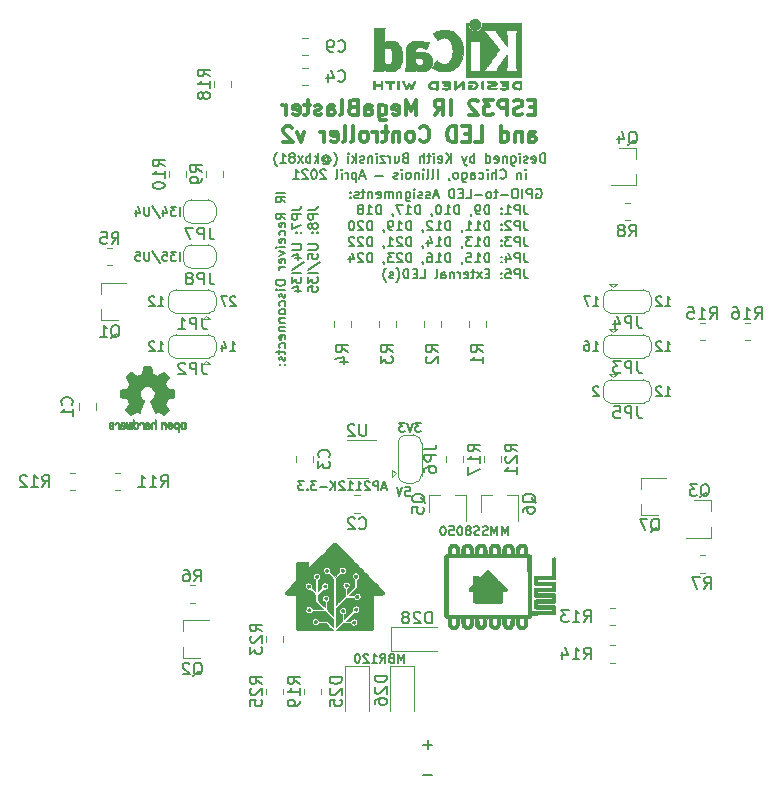
<source format=gbr>
G04 #@! TF.GenerationSoftware,KiCad,Pcbnew,(5.1.9-0-10_14)*
G04 #@! TF.CreationDate,2021-06-02T14:27:10-05:00*
G04 #@! TF.ProjectId,kbxIrBlaster,6b627849-7242-46c6-9173-7465722e6b69,rev?*
G04 #@! TF.SameCoordinates,Original*
G04 #@! TF.FileFunction,Legend,Bot*
G04 #@! TF.FilePolarity,Positive*
%FSLAX46Y46*%
G04 Gerber Fmt 4.6, Leading zero omitted, Abs format (unit mm)*
G04 Created by KiCad (PCBNEW (5.1.9-0-10_14)) date 2021-06-02 14:27:10*
%MOMM*%
%LPD*%
G01*
G04 APERTURE LIST*
%ADD10C,0.160000*%
%ADD11C,0.300000*%
%ADD12C,0.010000*%
%ADD13C,0.120000*%
%ADD14C,0.200000*%
G04 APERTURE END LIST*
D10*
X139476904Y-71879476D02*
X138676904Y-71879476D01*
X139476904Y-72717571D02*
X139095952Y-72450904D01*
X139476904Y-72260428D02*
X138676904Y-72260428D01*
X138676904Y-72565190D01*
X138715000Y-72641380D01*
X138753095Y-72679476D01*
X138829285Y-72717571D01*
X138943571Y-72717571D01*
X139019761Y-72679476D01*
X139057857Y-72641380D01*
X139095952Y-72565190D01*
X139095952Y-72260428D01*
X139476904Y-74127095D02*
X139095952Y-73860428D01*
X139476904Y-73669952D02*
X138676904Y-73669952D01*
X138676904Y-73974714D01*
X138715000Y-74050904D01*
X138753095Y-74089000D01*
X138829285Y-74127095D01*
X138943571Y-74127095D01*
X139019761Y-74089000D01*
X139057857Y-74050904D01*
X139095952Y-73974714D01*
X139095952Y-73669952D01*
X139438809Y-74774714D02*
X139476904Y-74698523D01*
X139476904Y-74546142D01*
X139438809Y-74469952D01*
X139362619Y-74431857D01*
X139057857Y-74431857D01*
X138981666Y-74469952D01*
X138943571Y-74546142D01*
X138943571Y-74698523D01*
X138981666Y-74774714D01*
X139057857Y-74812809D01*
X139134047Y-74812809D01*
X139210238Y-74431857D01*
X139438809Y-75498523D02*
X139476904Y-75422333D01*
X139476904Y-75269952D01*
X139438809Y-75193761D01*
X139400714Y-75155666D01*
X139324523Y-75117571D01*
X139095952Y-75117571D01*
X139019761Y-75155666D01*
X138981666Y-75193761D01*
X138943571Y-75269952D01*
X138943571Y-75422333D01*
X138981666Y-75498523D01*
X139438809Y-76146142D02*
X139476904Y-76069952D01*
X139476904Y-75917571D01*
X139438809Y-75841380D01*
X139362619Y-75803285D01*
X139057857Y-75803285D01*
X138981666Y-75841380D01*
X138943571Y-75917571D01*
X138943571Y-76069952D01*
X138981666Y-76146142D01*
X139057857Y-76184238D01*
X139134047Y-76184238D01*
X139210238Y-75803285D01*
X139476904Y-76527095D02*
X138943571Y-76527095D01*
X138676904Y-76527095D02*
X138715000Y-76489000D01*
X138753095Y-76527095D01*
X138715000Y-76565190D01*
X138676904Y-76527095D01*
X138753095Y-76527095D01*
X138943571Y-76831857D02*
X139476904Y-77022333D01*
X138943571Y-77212809D01*
X139438809Y-77822333D02*
X139476904Y-77746142D01*
X139476904Y-77593761D01*
X139438809Y-77517571D01*
X139362619Y-77479476D01*
X139057857Y-77479476D01*
X138981666Y-77517571D01*
X138943571Y-77593761D01*
X138943571Y-77746142D01*
X138981666Y-77822333D01*
X139057857Y-77860428D01*
X139134047Y-77860428D01*
X139210238Y-77479476D01*
X139476904Y-78203285D02*
X138943571Y-78203285D01*
X139095952Y-78203285D02*
X139019761Y-78241380D01*
X138981666Y-78279476D01*
X138943571Y-78355666D01*
X138943571Y-78431857D01*
X139476904Y-79308047D02*
X138676904Y-79308047D01*
X138676904Y-79498523D01*
X138715000Y-79612809D01*
X138791190Y-79689000D01*
X138867380Y-79727095D01*
X139019761Y-79765190D01*
X139134047Y-79765190D01*
X139286428Y-79727095D01*
X139362619Y-79689000D01*
X139438809Y-79612809D01*
X139476904Y-79498523D01*
X139476904Y-79308047D01*
X139476904Y-80108047D02*
X138943571Y-80108047D01*
X138676904Y-80108047D02*
X138715000Y-80069952D01*
X138753095Y-80108047D01*
X138715000Y-80146142D01*
X138676904Y-80108047D01*
X138753095Y-80108047D01*
X139438809Y-80450904D02*
X139476904Y-80527095D01*
X139476904Y-80679476D01*
X139438809Y-80755666D01*
X139362619Y-80793761D01*
X139324523Y-80793761D01*
X139248333Y-80755666D01*
X139210238Y-80679476D01*
X139210238Y-80565190D01*
X139172142Y-80489000D01*
X139095952Y-80450904D01*
X139057857Y-80450904D01*
X138981666Y-80489000D01*
X138943571Y-80565190D01*
X138943571Y-80679476D01*
X138981666Y-80755666D01*
X139438809Y-81479476D02*
X139476904Y-81403285D01*
X139476904Y-81250904D01*
X139438809Y-81174714D01*
X139400714Y-81136619D01*
X139324523Y-81098523D01*
X139095952Y-81098523D01*
X139019761Y-81136619D01*
X138981666Y-81174714D01*
X138943571Y-81250904D01*
X138943571Y-81403285D01*
X138981666Y-81479476D01*
X139476904Y-81936619D02*
X139438809Y-81860428D01*
X139400714Y-81822333D01*
X139324523Y-81784238D01*
X139095952Y-81784238D01*
X139019761Y-81822333D01*
X138981666Y-81860428D01*
X138943571Y-81936619D01*
X138943571Y-82050904D01*
X138981666Y-82127095D01*
X139019761Y-82165190D01*
X139095952Y-82203285D01*
X139324523Y-82203285D01*
X139400714Y-82165190D01*
X139438809Y-82127095D01*
X139476904Y-82050904D01*
X139476904Y-81936619D01*
X138943571Y-82546142D02*
X139476904Y-82546142D01*
X139019761Y-82546142D02*
X138981666Y-82584238D01*
X138943571Y-82660428D01*
X138943571Y-82774714D01*
X138981666Y-82850904D01*
X139057857Y-82888999D01*
X139476904Y-82888999D01*
X138943571Y-83269952D02*
X139476904Y-83269952D01*
X139019761Y-83269952D02*
X138981666Y-83308047D01*
X138943571Y-83384238D01*
X138943571Y-83498523D01*
X138981666Y-83574714D01*
X139057857Y-83612809D01*
X139476904Y-83612809D01*
X139438809Y-84298523D02*
X139476904Y-84222333D01*
X139476904Y-84069952D01*
X139438809Y-83993761D01*
X139362619Y-83955666D01*
X139057857Y-83955666D01*
X138981666Y-83993761D01*
X138943571Y-84069952D01*
X138943571Y-84222333D01*
X138981666Y-84298523D01*
X139057857Y-84336619D01*
X139134047Y-84336619D01*
X139210238Y-83955666D01*
X139438809Y-85022333D02*
X139476904Y-84946142D01*
X139476904Y-84793761D01*
X139438809Y-84717571D01*
X139400714Y-84679476D01*
X139324523Y-84641380D01*
X139095952Y-84641380D01*
X139019761Y-84679476D01*
X138981666Y-84717571D01*
X138943571Y-84793761D01*
X138943571Y-84946142D01*
X138981666Y-85022333D01*
X138943571Y-85250904D02*
X138943571Y-85555666D01*
X138676904Y-85365190D02*
X139362619Y-85365190D01*
X139438809Y-85403285D01*
X139476904Y-85479476D01*
X139476904Y-85555666D01*
X139438809Y-85784238D02*
X139476904Y-85860428D01*
X139476904Y-86012809D01*
X139438809Y-86088999D01*
X139362619Y-86127095D01*
X139324523Y-86127095D01*
X139248333Y-86088999D01*
X139210238Y-86012809D01*
X139210238Y-85898523D01*
X139172142Y-85822333D01*
X139095952Y-85784238D01*
X139057857Y-85784238D01*
X138981666Y-85822333D01*
X138943571Y-85898523D01*
X138943571Y-86012809D01*
X138981666Y-86088999D01*
X139400714Y-86469952D02*
X139438809Y-86508047D01*
X139476904Y-86469952D01*
X139438809Y-86431857D01*
X139400714Y-86469952D01*
X139476904Y-86469952D01*
X138981666Y-86469952D02*
X139019761Y-86508047D01*
X139057857Y-86469952D01*
X139019761Y-86431857D01*
X138981666Y-86469952D01*
X139057857Y-86469952D01*
X140036904Y-73327095D02*
X140608333Y-73327095D01*
X140722619Y-73289000D01*
X140798809Y-73212809D01*
X140836904Y-73098523D01*
X140836904Y-73022333D01*
X140836904Y-73708047D02*
X140036904Y-73708047D01*
X140036904Y-74012809D01*
X140075000Y-74089000D01*
X140113095Y-74127095D01*
X140189285Y-74165190D01*
X140303571Y-74165190D01*
X140379761Y-74127095D01*
X140417857Y-74089000D01*
X140455952Y-74012809D01*
X140455952Y-73708047D01*
X140036904Y-74431857D02*
X140036904Y-74965190D01*
X140836904Y-74622333D01*
X140760714Y-75269952D02*
X140798809Y-75308047D01*
X140836904Y-75269952D01*
X140798809Y-75231857D01*
X140760714Y-75269952D01*
X140836904Y-75269952D01*
X140341666Y-75269952D02*
X140379761Y-75308047D01*
X140417857Y-75269952D01*
X140379761Y-75231857D01*
X140341666Y-75269952D01*
X140417857Y-75269952D01*
X140036904Y-76260428D02*
X140684523Y-76260428D01*
X140760714Y-76298523D01*
X140798809Y-76336619D01*
X140836904Y-76412809D01*
X140836904Y-76565190D01*
X140798809Y-76641380D01*
X140760714Y-76679476D01*
X140684523Y-76717571D01*
X140036904Y-76717571D01*
X140303571Y-77441380D02*
X140836904Y-77441380D01*
X139998809Y-77250904D02*
X140570238Y-77060428D01*
X140570238Y-77555666D01*
X139998809Y-78431857D02*
X141027380Y-77746142D01*
X140836904Y-78698523D02*
X140036904Y-78698523D01*
X140036904Y-79003285D02*
X140036904Y-79498523D01*
X140341666Y-79231857D01*
X140341666Y-79346142D01*
X140379761Y-79422333D01*
X140417857Y-79460428D01*
X140494047Y-79498523D01*
X140684523Y-79498523D01*
X140760714Y-79460428D01*
X140798809Y-79422333D01*
X140836904Y-79346142D01*
X140836904Y-79117571D01*
X140798809Y-79041380D01*
X140760714Y-79003285D01*
X140303571Y-80184238D02*
X140836904Y-80184238D01*
X139998809Y-79993761D02*
X140570238Y-79803285D01*
X140570238Y-80298523D01*
X141396904Y-73327095D02*
X141968333Y-73327095D01*
X142082619Y-73289000D01*
X142158809Y-73212809D01*
X142196904Y-73098523D01*
X142196904Y-73022333D01*
X142196904Y-73708047D02*
X141396904Y-73708047D01*
X141396904Y-74012809D01*
X141435000Y-74089000D01*
X141473095Y-74127095D01*
X141549285Y-74165190D01*
X141663571Y-74165190D01*
X141739761Y-74127095D01*
X141777857Y-74089000D01*
X141815952Y-74012809D01*
X141815952Y-73708047D01*
X141739761Y-74622333D02*
X141701666Y-74546142D01*
X141663571Y-74508047D01*
X141587380Y-74469952D01*
X141549285Y-74469952D01*
X141473095Y-74508047D01*
X141435000Y-74546142D01*
X141396904Y-74622333D01*
X141396904Y-74774714D01*
X141435000Y-74850904D01*
X141473095Y-74889000D01*
X141549285Y-74927095D01*
X141587380Y-74927095D01*
X141663571Y-74889000D01*
X141701666Y-74850904D01*
X141739761Y-74774714D01*
X141739761Y-74622333D01*
X141777857Y-74546142D01*
X141815952Y-74508047D01*
X141892142Y-74469952D01*
X142044523Y-74469952D01*
X142120714Y-74508047D01*
X142158809Y-74546142D01*
X142196904Y-74622333D01*
X142196904Y-74774714D01*
X142158809Y-74850904D01*
X142120714Y-74889000D01*
X142044523Y-74927095D01*
X141892142Y-74927095D01*
X141815952Y-74889000D01*
X141777857Y-74850904D01*
X141739761Y-74774714D01*
X142120714Y-75269952D02*
X142158809Y-75308047D01*
X142196904Y-75269952D01*
X142158809Y-75231857D01*
X142120714Y-75269952D01*
X142196904Y-75269952D01*
X141701666Y-75269952D02*
X141739761Y-75308047D01*
X141777857Y-75269952D01*
X141739761Y-75231857D01*
X141701666Y-75269952D01*
X141777857Y-75269952D01*
X141396904Y-76260428D02*
X142044523Y-76260428D01*
X142120714Y-76298523D01*
X142158809Y-76336619D01*
X142196904Y-76412809D01*
X142196904Y-76565190D01*
X142158809Y-76641380D01*
X142120714Y-76679476D01*
X142044523Y-76717571D01*
X141396904Y-76717571D01*
X141396904Y-77479476D02*
X141396904Y-77098523D01*
X141777857Y-77060428D01*
X141739761Y-77098523D01*
X141701666Y-77174714D01*
X141701666Y-77365190D01*
X141739761Y-77441380D01*
X141777857Y-77479476D01*
X141854047Y-77517571D01*
X142044523Y-77517571D01*
X142120714Y-77479476D01*
X142158809Y-77441380D01*
X142196904Y-77365190D01*
X142196904Y-77174714D01*
X142158809Y-77098523D01*
X142120714Y-77060428D01*
X141358809Y-78431857D02*
X142387380Y-77746142D01*
X142196904Y-78698523D02*
X141396904Y-78698523D01*
X141396904Y-79003285D02*
X141396904Y-79498523D01*
X141701666Y-79231857D01*
X141701666Y-79346142D01*
X141739761Y-79422333D01*
X141777857Y-79460428D01*
X141854047Y-79498523D01*
X142044523Y-79498523D01*
X142120714Y-79460428D01*
X142158809Y-79422333D01*
X142196904Y-79346142D01*
X142196904Y-79117571D01*
X142158809Y-79041380D01*
X142120714Y-79003285D01*
X141396904Y-80222333D02*
X141396904Y-79841380D01*
X141777857Y-79803285D01*
X141739761Y-79841380D01*
X141701666Y-79917571D01*
X141701666Y-80108047D01*
X141739761Y-80184238D01*
X141777857Y-80222333D01*
X141854047Y-80260428D01*
X142044523Y-80260428D01*
X142120714Y-80222333D01*
X142158809Y-80184238D01*
X142196904Y-80108047D01*
X142196904Y-79917571D01*
X142158809Y-79841380D01*
X142120714Y-79803285D01*
X160716476Y-71595000D02*
X160792666Y-71556904D01*
X160906952Y-71556904D01*
X161021238Y-71595000D01*
X161097428Y-71671190D01*
X161135523Y-71747380D01*
X161173619Y-71899761D01*
X161173619Y-72014047D01*
X161135523Y-72166428D01*
X161097428Y-72242619D01*
X161021238Y-72318809D01*
X160906952Y-72356904D01*
X160830761Y-72356904D01*
X160716476Y-72318809D01*
X160678380Y-72280714D01*
X160678380Y-72014047D01*
X160830761Y-72014047D01*
X160335523Y-72356904D02*
X160335523Y-71556904D01*
X160030761Y-71556904D01*
X159954571Y-71595000D01*
X159916476Y-71633095D01*
X159878380Y-71709285D01*
X159878380Y-71823571D01*
X159916476Y-71899761D01*
X159954571Y-71937857D01*
X160030761Y-71975952D01*
X160335523Y-71975952D01*
X159535523Y-72356904D02*
X159535523Y-71556904D01*
X159002190Y-71556904D02*
X158849809Y-71556904D01*
X158773619Y-71595000D01*
X158697428Y-71671190D01*
X158659333Y-71823571D01*
X158659333Y-72090238D01*
X158697428Y-72242619D01*
X158773619Y-72318809D01*
X158849809Y-72356904D01*
X159002190Y-72356904D01*
X159078380Y-72318809D01*
X159154571Y-72242619D01*
X159192666Y-72090238D01*
X159192666Y-71823571D01*
X159154571Y-71671190D01*
X159078380Y-71595000D01*
X159002190Y-71556904D01*
X158316476Y-72052142D02*
X157706952Y-72052142D01*
X157440285Y-71823571D02*
X157135523Y-71823571D01*
X157326000Y-71556904D02*
X157326000Y-72242619D01*
X157287904Y-72318809D01*
X157211714Y-72356904D01*
X157135523Y-72356904D01*
X156754571Y-72356904D02*
X156830761Y-72318809D01*
X156868857Y-72280714D01*
X156906952Y-72204523D01*
X156906952Y-71975952D01*
X156868857Y-71899761D01*
X156830761Y-71861666D01*
X156754571Y-71823571D01*
X156640285Y-71823571D01*
X156564095Y-71861666D01*
X156526000Y-71899761D01*
X156487904Y-71975952D01*
X156487904Y-72204523D01*
X156526000Y-72280714D01*
X156564095Y-72318809D01*
X156640285Y-72356904D01*
X156754571Y-72356904D01*
X156145047Y-72052142D02*
X155535523Y-72052142D01*
X154773619Y-72356904D02*
X155154571Y-72356904D01*
X155154571Y-71556904D01*
X154506952Y-71937857D02*
X154240285Y-71937857D01*
X154126000Y-72356904D02*
X154506952Y-72356904D01*
X154506952Y-71556904D01*
X154126000Y-71556904D01*
X153783142Y-72356904D02*
X153783142Y-71556904D01*
X153592666Y-71556904D01*
X153478380Y-71595000D01*
X153402190Y-71671190D01*
X153364095Y-71747380D01*
X153326000Y-71899761D01*
X153326000Y-72014047D01*
X153364095Y-72166428D01*
X153402190Y-72242619D01*
X153478380Y-72318809D01*
X153592666Y-72356904D01*
X153783142Y-72356904D01*
X152411714Y-72128333D02*
X152030761Y-72128333D01*
X152487904Y-72356904D02*
X152221238Y-71556904D01*
X151954571Y-72356904D01*
X151726000Y-72318809D02*
X151649809Y-72356904D01*
X151497428Y-72356904D01*
X151421238Y-72318809D01*
X151383142Y-72242619D01*
X151383142Y-72204523D01*
X151421238Y-72128333D01*
X151497428Y-72090238D01*
X151611714Y-72090238D01*
X151687904Y-72052142D01*
X151726000Y-71975952D01*
X151726000Y-71937857D01*
X151687904Y-71861666D01*
X151611714Y-71823571D01*
X151497428Y-71823571D01*
X151421238Y-71861666D01*
X151078380Y-72318809D02*
X151002190Y-72356904D01*
X150849809Y-72356904D01*
X150773619Y-72318809D01*
X150735523Y-72242619D01*
X150735523Y-72204523D01*
X150773619Y-72128333D01*
X150849809Y-72090238D01*
X150964095Y-72090238D01*
X151040285Y-72052142D01*
X151078380Y-71975952D01*
X151078380Y-71937857D01*
X151040285Y-71861666D01*
X150964095Y-71823571D01*
X150849809Y-71823571D01*
X150773619Y-71861666D01*
X150392666Y-72356904D02*
X150392666Y-71823571D01*
X150392666Y-71556904D02*
X150430761Y-71595000D01*
X150392666Y-71633095D01*
X150354571Y-71595000D01*
X150392666Y-71556904D01*
X150392666Y-71633095D01*
X149668857Y-71823571D02*
X149668857Y-72471190D01*
X149706952Y-72547380D01*
X149745047Y-72585476D01*
X149821238Y-72623571D01*
X149935523Y-72623571D01*
X150011714Y-72585476D01*
X149668857Y-72318809D02*
X149745047Y-72356904D01*
X149897428Y-72356904D01*
X149973619Y-72318809D01*
X150011714Y-72280714D01*
X150049809Y-72204523D01*
X150049809Y-71975952D01*
X150011714Y-71899761D01*
X149973619Y-71861666D01*
X149897428Y-71823571D01*
X149745047Y-71823571D01*
X149668857Y-71861666D01*
X149287904Y-71823571D02*
X149287904Y-72356904D01*
X149287904Y-71899761D02*
X149249809Y-71861666D01*
X149173619Y-71823571D01*
X149059333Y-71823571D01*
X148983142Y-71861666D01*
X148945047Y-71937857D01*
X148945047Y-72356904D01*
X148564095Y-72356904D02*
X148564095Y-71823571D01*
X148564095Y-71899761D02*
X148526000Y-71861666D01*
X148449809Y-71823571D01*
X148335523Y-71823571D01*
X148259333Y-71861666D01*
X148221238Y-71937857D01*
X148221238Y-72356904D01*
X148221238Y-71937857D02*
X148183142Y-71861666D01*
X148106952Y-71823571D01*
X147992666Y-71823571D01*
X147916476Y-71861666D01*
X147878380Y-71937857D01*
X147878380Y-72356904D01*
X147192666Y-72318809D02*
X147268857Y-72356904D01*
X147421238Y-72356904D01*
X147497428Y-72318809D01*
X147535523Y-72242619D01*
X147535523Y-71937857D01*
X147497428Y-71861666D01*
X147421238Y-71823571D01*
X147268857Y-71823571D01*
X147192666Y-71861666D01*
X147154571Y-71937857D01*
X147154571Y-72014047D01*
X147535523Y-72090238D01*
X146811714Y-71823571D02*
X146811714Y-72356904D01*
X146811714Y-71899761D02*
X146773619Y-71861666D01*
X146697428Y-71823571D01*
X146583142Y-71823571D01*
X146506952Y-71861666D01*
X146468857Y-71937857D01*
X146468857Y-72356904D01*
X146202190Y-71823571D02*
X145897428Y-71823571D01*
X146087904Y-71556904D02*
X146087904Y-72242619D01*
X146049809Y-72318809D01*
X145973619Y-72356904D01*
X145897428Y-72356904D01*
X145668857Y-72318809D02*
X145592666Y-72356904D01*
X145440285Y-72356904D01*
X145364095Y-72318809D01*
X145326000Y-72242619D01*
X145326000Y-72204523D01*
X145364095Y-72128333D01*
X145440285Y-72090238D01*
X145554571Y-72090238D01*
X145630761Y-72052142D01*
X145668857Y-71975952D01*
X145668857Y-71937857D01*
X145630761Y-71861666D01*
X145554571Y-71823571D01*
X145440285Y-71823571D01*
X145364095Y-71861666D01*
X144983142Y-72280714D02*
X144945047Y-72318809D01*
X144983142Y-72356904D01*
X145021238Y-72318809D01*
X144983142Y-72280714D01*
X144983142Y-72356904D01*
X144983142Y-71861666D02*
X144945047Y-71899761D01*
X144983142Y-71937857D01*
X145021238Y-71899761D01*
X144983142Y-71861666D01*
X144983142Y-71937857D01*
X159687904Y-72916904D02*
X159687904Y-73488333D01*
X159726000Y-73602619D01*
X159802190Y-73678809D01*
X159916476Y-73716904D01*
X159992666Y-73716904D01*
X159306952Y-73716904D02*
X159306952Y-72916904D01*
X159002190Y-72916904D01*
X158926000Y-72955000D01*
X158887904Y-72993095D01*
X158849809Y-73069285D01*
X158849809Y-73183571D01*
X158887904Y-73259761D01*
X158926000Y-73297857D01*
X159002190Y-73335952D01*
X159306952Y-73335952D01*
X158087904Y-73716904D02*
X158545047Y-73716904D01*
X158316476Y-73716904D02*
X158316476Y-72916904D01*
X158392666Y-73031190D01*
X158468857Y-73107380D01*
X158545047Y-73145476D01*
X157745047Y-73640714D02*
X157706952Y-73678809D01*
X157745047Y-73716904D01*
X157783142Y-73678809D01*
X157745047Y-73640714D01*
X157745047Y-73716904D01*
X157745047Y-73221666D02*
X157706952Y-73259761D01*
X157745047Y-73297857D01*
X157783142Y-73259761D01*
X157745047Y-73221666D01*
X157745047Y-73297857D01*
X156754571Y-73716904D02*
X156754571Y-72916904D01*
X156564095Y-72916904D01*
X156449809Y-72955000D01*
X156373619Y-73031190D01*
X156335523Y-73107380D01*
X156297428Y-73259761D01*
X156297428Y-73374047D01*
X156335523Y-73526428D01*
X156373619Y-73602619D01*
X156449809Y-73678809D01*
X156564095Y-73716904D01*
X156754571Y-73716904D01*
X155916476Y-73716904D02*
X155764095Y-73716904D01*
X155687904Y-73678809D01*
X155649809Y-73640714D01*
X155573619Y-73526428D01*
X155535523Y-73374047D01*
X155535523Y-73069285D01*
X155573619Y-72993095D01*
X155611714Y-72955000D01*
X155687904Y-72916904D01*
X155840285Y-72916904D01*
X155916476Y-72955000D01*
X155954571Y-72993095D01*
X155992666Y-73069285D01*
X155992666Y-73259761D01*
X155954571Y-73335952D01*
X155916476Y-73374047D01*
X155840285Y-73412142D01*
X155687904Y-73412142D01*
X155611714Y-73374047D01*
X155573619Y-73335952D01*
X155535523Y-73259761D01*
X155154571Y-73678809D02*
X155154571Y-73716904D01*
X155192666Y-73793095D01*
X155230761Y-73831190D01*
X154202190Y-73716904D02*
X154202190Y-72916904D01*
X154011714Y-72916904D01*
X153897428Y-72955000D01*
X153821238Y-73031190D01*
X153783142Y-73107380D01*
X153745047Y-73259761D01*
X153745047Y-73374047D01*
X153783142Y-73526428D01*
X153821238Y-73602619D01*
X153897428Y-73678809D01*
X154011714Y-73716904D01*
X154202190Y-73716904D01*
X152983142Y-73716904D02*
X153440285Y-73716904D01*
X153211714Y-73716904D02*
X153211714Y-72916904D01*
X153287904Y-73031190D01*
X153364095Y-73107380D01*
X153440285Y-73145476D01*
X152487904Y-72916904D02*
X152411714Y-72916904D01*
X152335523Y-72955000D01*
X152297428Y-72993095D01*
X152259333Y-73069285D01*
X152221238Y-73221666D01*
X152221238Y-73412142D01*
X152259333Y-73564523D01*
X152297428Y-73640714D01*
X152335523Y-73678809D01*
X152411714Y-73716904D01*
X152487904Y-73716904D01*
X152564095Y-73678809D01*
X152602190Y-73640714D01*
X152640285Y-73564523D01*
X152678380Y-73412142D01*
X152678380Y-73221666D01*
X152640285Y-73069285D01*
X152602190Y-72993095D01*
X152564095Y-72955000D01*
X152487904Y-72916904D01*
X151840285Y-73678809D02*
X151840285Y-73716904D01*
X151878380Y-73793095D01*
X151916476Y-73831190D01*
X150887904Y-73716904D02*
X150887904Y-72916904D01*
X150697428Y-72916904D01*
X150583142Y-72955000D01*
X150506952Y-73031190D01*
X150468857Y-73107380D01*
X150430761Y-73259761D01*
X150430761Y-73374047D01*
X150468857Y-73526428D01*
X150506952Y-73602619D01*
X150583142Y-73678809D01*
X150697428Y-73716904D01*
X150887904Y-73716904D01*
X149668857Y-73716904D02*
X150126000Y-73716904D01*
X149897428Y-73716904D02*
X149897428Y-72916904D01*
X149973619Y-73031190D01*
X150049809Y-73107380D01*
X150126000Y-73145476D01*
X149402190Y-72916904D02*
X148868857Y-72916904D01*
X149211714Y-73716904D01*
X148526000Y-73678809D02*
X148526000Y-73716904D01*
X148564095Y-73793095D01*
X148602190Y-73831190D01*
X147573619Y-73716904D02*
X147573619Y-72916904D01*
X147383142Y-72916904D01*
X147268857Y-72955000D01*
X147192666Y-73031190D01*
X147154571Y-73107380D01*
X147116476Y-73259761D01*
X147116476Y-73374047D01*
X147154571Y-73526428D01*
X147192666Y-73602619D01*
X147268857Y-73678809D01*
X147383142Y-73716904D01*
X147573619Y-73716904D01*
X146354571Y-73716904D02*
X146811714Y-73716904D01*
X146583142Y-73716904D02*
X146583142Y-72916904D01*
X146659333Y-73031190D01*
X146735523Y-73107380D01*
X146811714Y-73145476D01*
X145897428Y-73259761D02*
X145973619Y-73221666D01*
X146011714Y-73183571D01*
X146049809Y-73107380D01*
X146049809Y-73069285D01*
X146011714Y-72993095D01*
X145973619Y-72955000D01*
X145897428Y-72916904D01*
X145745047Y-72916904D01*
X145668857Y-72955000D01*
X145630761Y-72993095D01*
X145592666Y-73069285D01*
X145592666Y-73107380D01*
X145630761Y-73183571D01*
X145668857Y-73221666D01*
X145745047Y-73259761D01*
X145897428Y-73259761D01*
X145973619Y-73297857D01*
X146011714Y-73335952D01*
X146049809Y-73412142D01*
X146049809Y-73564523D01*
X146011714Y-73640714D01*
X145973619Y-73678809D01*
X145897428Y-73716904D01*
X145745047Y-73716904D01*
X145668857Y-73678809D01*
X145630761Y-73640714D01*
X145592666Y-73564523D01*
X145592666Y-73412142D01*
X145630761Y-73335952D01*
X145668857Y-73297857D01*
X145745047Y-73259761D01*
X159687904Y-74276904D02*
X159687904Y-74848333D01*
X159726000Y-74962619D01*
X159802190Y-75038809D01*
X159916476Y-75076904D01*
X159992666Y-75076904D01*
X159306952Y-75076904D02*
X159306952Y-74276904D01*
X159002190Y-74276904D01*
X158926000Y-74315000D01*
X158887904Y-74353095D01*
X158849809Y-74429285D01*
X158849809Y-74543571D01*
X158887904Y-74619761D01*
X158926000Y-74657857D01*
X159002190Y-74695952D01*
X159306952Y-74695952D01*
X158545047Y-74353095D02*
X158506952Y-74315000D01*
X158430761Y-74276904D01*
X158240285Y-74276904D01*
X158164095Y-74315000D01*
X158126000Y-74353095D01*
X158087904Y-74429285D01*
X158087904Y-74505476D01*
X158126000Y-74619761D01*
X158583142Y-75076904D01*
X158087904Y-75076904D01*
X157745047Y-75000714D02*
X157706952Y-75038809D01*
X157745047Y-75076904D01*
X157783142Y-75038809D01*
X157745047Y-75000714D01*
X157745047Y-75076904D01*
X157745047Y-74581666D02*
X157706952Y-74619761D01*
X157745047Y-74657857D01*
X157783142Y-74619761D01*
X157745047Y-74581666D01*
X157745047Y-74657857D01*
X156754571Y-75076904D02*
X156754571Y-74276904D01*
X156564095Y-74276904D01*
X156449809Y-74315000D01*
X156373619Y-74391190D01*
X156335523Y-74467380D01*
X156297428Y-74619761D01*
X156297428Y-74734047D01*
X156335523Y-74886428D01*
X156373619Y-74962619D01*
X156449809Y-75038809D01*
X156564095Y-75076904D01*
X156754571Y-75076904D01*
X155535523Y-75076904D02*
X155992666Y-75076904D01*
X155764095Y-75076904D02*
X155764095Y-74276904D01*
X155840285Y-74391190D01*
X155916476Y-74467380D01*
X155992666Y-74505476D01*
X154773619Y-75076904D02*
X155230761Y-75076904D01*
X155002190Y-75076904D02*
X155002190Y-74276904D01*
X155078380Y-74391190D01*
X155154571Y-74467380D01*
X155230761Y-74505476D01*
X154392666Y-75038809D02*
X154392666Y-75076904D01*
X154430761Y-75153095D01*
X154468857Y-75191190D01*
X153440285Y-75076904D02*
X153440285Y-74276904D01*
X153249809Y-74276904D01*
X153135523Y-74315000D01*
X153059333Y-74391190D01*
X153021238Y-74467380D01*
X152983142Y-74619761D01*
X152983142Y-74734047D01*
X153021238Y-74886428D01*
X153059333Y-74962619D01*
X153135523Y-75038809D01*
X153249809Y-75076904D01*
X153440285Y-75076904D01*
X152221238Y-75076904D02*
X152678380Y-75076904D01*
X152449809Y-75076904D02*
X152449809Y-74276904D01*
X152526000Y-74391190D01*
X152602190Y-74467380D01*
X152678380Y-74505476D01*
X151916476Y-74353095D02*
X151878380Y-74315000D01*
X151802190Y-74276904D01*
X151611714Y-74276904D01*
X151535523Y-74315000D01*
X151497428Y-74353095D01*
X151459333Y-74429285D01*
X151459333Y-74505476D01*
X151497428Y-74619761D01*
X151954571Y-75076904D01*
X151459333Y-75076904D01*
X151078380Y-75038809D02*
X151078380Y-75076904D01*
X151116476Y-75153095D01*
X151154571Y-75191190D01*
X150126000Y-75076904D02*
X150126000Y-74276904D01*
X149935523Y-74276904D01*
X149821238Y-74315000D01*
X149745047Y-74391190D01*
X149706952Y-74467380D01*
X149668857Y-74619761D01*
X149668857Y-74734047D01*
X149706952Y-74886428D01*
X149745047Y-74962619D01*
X149821238Y-75038809D01*
X149935523Y-75076904D01*
X150126000Y-75076904D01*
X148906952Y-75076904D02*
X149364095Y-75076904D01*
X149135523Y-75076904D02*
X149135523Y-74276904D01*
X149211714Y-74391190D01*
X149287904Y-74467380D01*
X149364095Y-74505476D01*
X148526000Y-75076904D02*
X148373619Y-75076904D01*
X148297428Y-75038809D01*
X148259333Y-75000714D01*
X148183142Y-74886428D01*
X148145047Y-74734047D01*
X148145047Y-74429285D01*
X148183142Y-74353095D01*
X148221238Y-74315000D01*
X148297428Y-74276904D01*
X148449809Y-74276904D01*
X148526000Y-74315000D01*
X148564095Y-74353095D01*
X148602190Y-74429285D01*
X148602190Y-74619761D01*
X148564095Y-74695952D01*
X148526000Y-74734047D01*
X148449809Y-74772142D01*
X148297428Y-74772142D01*
X148221238Y-74734047D01*
X148183142Y-74695952D01*
X148145047Y-74619761D01*
X147764095Y-75038809D02*
X147764095Y-75076904D01*
X147802190Y-75153095D01*
X147840285Y-75191190D01*
X146811714Y-75076904D02*
X146811714Y-74276904D01*
X146621238Y-74276904D01*
X146506952Y-74315000D01*
X146430761Y-74391190D01*
X146392666Y-74467380D01*
X146354571Y-74619761D01*
X146354571Y-74734047D01*
X146392666Y-74886428D01*
X146430761Y-74962619D01*
X146506952Y-75038809D01*
X146621238Y-75076904D01*
X146811714Y-75076904D01*
X146049809Y-74353095D02*
X146011714Y-74315000D01*
X145935523Y-74276904D01*
X145745047Y-74276904D01*
X145668857Y-74315000D01*
X145630761Y-74353095D01*
X145592666Y-74429285D01*
X145592666Y-74505476D01*
X145630761Y-74619761D01*
X146087904Y-75076904D01*
X145592666Y-75076904D01*
X145097428Y-74276904D02*
X145021238Y-74276904D01*
X144945047Y-74315000D01*
X144906952Y-74353095D01*
X144868857Y-74429285D01*
X144830761Y-74581666D01*
X144830761Y-74772142D01*
X144868857Y-74924523D01*
X144906952Y-75000714D01*
X144945047Y-75038809D01*
X145021238Y-75076904D01*
X145097428Y-75076904D01*
X145173619Y-75038809D01*
X145211714Y-75000714D01*
X145249809Y-74924523D01*
X145287904Y-74772142D01*
X145287904Y-74581666D01*
X145249809Y-74429285D01*
X145211714Y-74353095D01*
X145173619Y-74315000D01*
X145097428Y-74276904D01*
X159687904Y-75636904D02*
X159687904Y-76208333D01*
X159726000Y-76322619D01*
X159802190Y-76398809D01*
X159916476Y-76436904D01*
X159992666Y-76436904D01*
X159306952Y-76436904D02*
X159306952Y-75636904D01*
X159002190Y-75636904D01*
X158926000Y-75675000D01*
X158887904Y-75713095D01*
X158849809Y-75789285D01*
X158849809Y-75903571D01*
X158887904Y-75979761D01*
X158926000Y-76017857D01*
X159002190Y-76055952D01*
X159306952Y-76055952D01*
X158583142Y-75636904D02*
X158087904Y-75636904D01*
X158354571Y-75941666D01*
X158240285Y-75941666D01*
X158164095Y-75979761D01*
X158126000Y-76017857D01*
X158087904Y-76094047D01*
X158087904Y-76284523D01*
X158126000Y-76360714D01*
X158164095Y-76398809D01*
X158240285Y-76436904D01*
X158468857Y-76436904D01*
X158545047Y-76398809D01*
X158583142Y-76360714D01*
X157745047Y-76360714D02*
X157706952Y-76398809D01*
X157745047Y-76436904D01*
X157783142Y-76398809D01*
X157745047Y-76360714D01*
X157745047Y-76436904D01*
X157745047Y-75941666D02*
X157706952Y-75979761D01*
X157745047Y-76017857D01*
X157783142Y-75979761D01*
X157745047Y-75941666D01*
X157745047Y-76017857D01*
X156754571Y-76436904D02*
X156754571Y-75636904D01*
X156564095Y-75636904D01*
X156449809Y-75675000D01*
X156373619Y-75751190D01*
X156335523Y-75827380D01*
X156297428Y-75979761D01*
X156297428Y-76094047D01*
X156335523Y-76246428D01*
X156373619Y-76322619D01*
X156449809Y-76398809D01*
X156564095Y-76436904D01*
X156754571Y-76436904D01*
X155535523Y-76436904D02*
X155992666Y-76436904D01*
X155764095Y-76436904D02*
X155764095Y-75636904D01*
X155840285Y-75751190D01*
X155916476Y-75827380D01*
X155992666Y-75865476D01*
X155268857Y-75636904D02*
X154773619Y-75636904D01*
X155040285Y-75941666D01*
X154926000Y-75941666D01*
X154849809Y-75979761D01*
X154811714Y-76017857D01*
X154773619Y-76094047D01*
X154773619Y-76284523D01*
X154811714Y-76360714D01*
X154849809Y-76398809D01*
X154926000Y-76436904D01*
X155154571Y-76436904D01*
X155230761Y-76398809D01*
X155268857Y-76360714D01*
X154392666Y-76398809D02*
X154392666Y-76436904D01*
X154430761Y-76513095D01*
X154468857Y-76551190D01*
X153440285Y-76436904D02*
X153440285Y-75636904D01*
X153249809Y-75636904D01*
X153135523Y-75675000D01*
X153059333Y-75751190D01*
X153021238Y-75827380D01*
X152983142Y-75979761D01*
X152983142Y-76094047D01*
X153021238Y-76246428D01*
X153059333Y-76322619D01*
X153135523Y-76398809D01*
X153249809Y-76436904D01*
X153440285Y-76436904D01*
X152221238Y-76436904D02*
X152678380Y-76436904D01*
X152449809Y-76436904D02*
X152449809Y-75636904D01*
X152526000Y-75751190D01*
X152602190Y-75827380D01*
X152678380Y-75865476D01*
X151535523Y-75903571D02*
X151535523Y-76436904D01*
X151726000Y-75598809D02*
X151916476Y-76170238D01*
X151421238Y-76170238D01*
X151078380Y-76398809D02*
X151078380Y-76436904D01*
X151116476Y-76513095D01*
X151154571Y-76551190D01*
X150126000Y-76436904D02*
X150126000Y-75636904D01*
X149935523Y-75636904D01*
X149821238Y-75675000D01*
X149745047Y-75751190D01*
X149706952Y-75827380D01*
X149668857Y-75979761D01*
X149668857Y-76094047D01*
X149706952Y-76246428D01*
X149745047Y-76322619D01*
X149821238Y-76398809D01*
X149935523Y-76436904D01*
X150126000Y-76436904D01*
X149364095Y-75713095D02*
X149326000Y-75675000D01*
X149249809Y-75636904D01*
X149059333Y-75636904D01*
X148983142Y-75675000D01*
X148945047Y-75713095D01*
X148906952Y-75789285D01*
X148906952Y-75865476D01*
X148945047Y-75979761D01*
X149402190Y-76436904D01*
X148906952Y-76436904D01*
X148145047Y-76436904D02*
X148602190Y-76436904D01*
X148373619Y-76436904D02*
X148373619Y-75636904D01*
X148449809Y-75751190D01*
X148526000Y-75827380D01*
X148602190Y-75865476D01*
X147764095Y-76398809D02*
X147764095Y-76436904D01*
X147802190Y-76513095D01*
X147840285Y-76551190D01*
X146811714Y-76436904D02*
X146811714Y-75636904D01*
X146621238Y-75636904D01*
X146506952Y-75675000D01*
X146430761Y-75751190D01*
X146392666Y-75827380D01*
X146354571Y-75979761D01*
X146354571Y-76094047D01*
X146392666Y-76246428D01*
X146430761Y-76322619D01*
X146506952Y-76398809D01*
X146621238Y-76436904D01*
X146811714Y-76436904D01*
X146049809Y-75713095D02*
X146011714Y-75675000D01*
X145935523Y-75636904D01*
X145745047Y-75636904D01*
X145668857Y-75675000D01*
X145630761Y-75713095D01*
X145592666Y-75789285D01*
X145592666Y-75865476D01*
X145630761Y-75979761D01*
X146087904Y-76436904D01*
X145592666Y-76436904D01*
X145287904Y-75713095D02*
X145249809Y-75675000D01*
X145173619Y-75636904D01*
X144983142Y-75636904D01*
X144906952Y-75675000D01*
X144868857Y-75713095D01*
X144830761Y-75789285D01*
X144830761Y-75865476D01*
X144868857Y-75979761D01*
X145326000Y-76436904D01*
X144830761Y-76436904D01*
X159687904Y-76996904D02*
X159687904Y-77568333D01*
X159726000Y-77682619D01*
X159802190Y-77758809D01*
X159916476Y-77796904D01*
X159992666Y-77796904D01*
X159306952Y-77796904D02*
X159306952Y-76996904D01*
X159002190Y-76996904D01*
X158926000Y-77035000D01*
X158887904Y-77073095D01*
X158849809Y-77149285D01*
X158849809Y-77263571D01*
X158887904Y-77339761D01*
X158926000Y-77377857D01*
X159002190Y-77415952D01*
X159306952Y-77415952D01*
X158164095Y-77263571D02*
X158164095Y-77796904D01*
X158354571Y-76958809D02*
X158545047Y-77530238D01*
X158049809Y-77530238D01*
X157745047Y-77720714D02*
X157706952Y-77758809D01*
X157745047Y-77796904D01*
X157783142Y-77758809D01*
X157745047Y-77720714D01*
X157745047Y-77796904D01*
X157745047Y-77301666D02*
X157706952Y-77339761D01*
X157745047Y-77377857D01*
X157783142Y-77339761D01*
X157745047Y-77301666D01*
X157745047Y-77377857D01*
X156754571Y-77796904D02*
X156754571Y-76996904D01*
X156564095Y-76996904D01*
X156449809Y-77035000D01*
X156373619Y-77111190D01*
X156335523Y-77187380D01*
X156297428Y-77339761D01*
X156297428Y-77454047D01*
X156335523Y-77606428D01*
X156373619Y-77682619D01*
X156449809Y-77758809D01*
X156564095Y-77796904D01*
X156754571Y-77796904D01*
X155535523Y-77796904D02*
X155992666Y-77796904D01*
X155764095Y-77796904D02*
X155764095Y-76996904D01*
X155840285Y-77111190D01*
X155916476Y-77187380D01*
X155992666Y-77225476D01*
X154811714Y-76996904D02*
X155192666Y-76996904D01*
X155230761Y-77377857D01*
X155192666Y-77339761D01*
X155116476Y-77301666D01*
X154926000Y-77301666D01*
X154849809Y-77339761D01*
X154811714Y-77377857D01*
X154773619Y-77454047D01*
X154773619Y-77644523D01*
X154811714Y-77720714D01*
X154849809Y-77758809D01*
X154926000Y-77796904D01*
X155116476Y-77796904D01*
X155192666Y-77758809D01*
X155230761Y-77720714D01*
X154392666Y-77758809D02*
X154392666Y-77796904D01*
X154430761Y-77873095D01*
X154468857Y-77911190D01*
X153440285Y-77796904D02*
X153440285Y-76996904D01*
X153249809Y-76996904D01*
X153135523Y-77035000D01*
X153059333Y-77111190D01*
X153021238Y-77187380D01*
X152983142Y-77339761D01*
X152983142Y-77454047D01*
X153021238Y-77606428D01*
X153059333Y-77682619D01*
X153135523Y-77758809D01*
X153249809Y-77796904D01*
X153440285Y-77796904D01*
X152221238Y-77796904D02*
X152678380Y-77796904D01*
X152449809Y-77796904D02*
X152449809Y-76996904D01*
X152526000Y-77111190D01*
X152602190Y-77187380D01*
X152678380Y-77225476D01*
X151535523Y-76996904D02*
X151687904Y-76996904D01*
X151764095Y-77035000D01*
X151802190Y-77073095D01*
X151878380Y-77187380D01*
X151916476Y-77339761D01*
X151916476Y-77644523D01*
X151878380Y-77720714D01*
X151840285Y-77758809D01*
X151764095Y-77796904D01*
X151611714Y-77796904D01*
X151535523Y-77758809D01*
X151497428Y-77720714D01*
X151459333Y-77644523D01*
X151459333Y-77454047D01*
X151497428Y-77377857D01*
X151535523Y-77339761D01*
X151611714Y-77301666D01*
X151764095Y-77301666D01*
X151840285Y-77339761D01*
X151878380Y-77377857D01*
X151916476Y-77454047D01*
X151078380Y-77758809D02*
X151078380Y-77796904D01*
X151116476Y-77873095D01*
X151154571Y-77911190D01*
X150126000Y-77796904D02*
X150126000Y-76996904D01*
X149935523Y-76996904D01*
X149821238Y-77035000D01*
X149745047Y-77111190D01*
X149706952Y-77187380D01*
X149668857Y-77339761D01*
X149668857Y-77454047D01*
X149706952Y-77606428D01*
X149745047Y-77682619D01*
X149821238Y-77758809D01*
X149935523Y-77796904D01*
X150126000Y-77796904D01*
X149364095Y-77073095D02*
X149326000Y-77035000D01*
X149249809Y-76996904D01*
X149059333Y-76996904D01*
X148983142Y-77035000D01*
X148945047Y-77073095D01*
X148906952Y-77149285D01*
X148906952Y-77225476D01*
X148945047Y-77339761D01*
X149402190Y-77796904D01*
X148906952Y-77796904D01*
X148640285Y-76996904D02*
X148145047Y-76996904D01*
X148411714Y-77301666D01*
X148297428Y-77301666D01*
X148221238Y-77339761D01*
X148183142Y-77377857D01*
X148145047Y-77454047D01*
X148145047Y-77644523D01*
X148183142Y-77720714D01*
X148221238Y-77758809D01*
X148297428Y-77796904D01*
X148526000Y-77796904D01*
X148602190Y-77758809D01*
X148640285Y-77720714D01*
X147764095Y-77758809D02*
X147764095Y-77796904D01*
X147802190Y-77873095D01*
X147840285Y-77911190D01*
X146811714Y-77796904D02*
X146811714Y-76996904D01*
X146621238Y-76996904D01*
X146506952Y-77035000D01*
X146430761Y-77111190D01*
X146392666Y-77187380D01*
X146354571Y-77339761D01*
X146354571Y-77454047D01*
X146392666Y-77606428D01*
X146430761Y-77682619D01*
X146506952Y-77758809D01*
X146621238Y-77796904D01*
X146811714Y-77796904D01*
X146049809Y-77073095D02*
X146011714Y-77035000D01*
X145935523Y-76996904D01*
X145745047Y-76996904D01*
X145668857Y-77035000D01*
X145630761Y-77073095D01*
X145592666Y-77149285D01*
X145592666Y-77225476D01*
X145630761Y-77339761D01*
X146087904Y-77796904D01*
X145592666Y-77796904D01*
X144906952Y-77263571D02*
X144906952Y-77796904D01*
X145097428Y-76958809D02*
X145287904Y-77530238D01*
X144792666Y-77530238D01*
X159687904Y-78356904D02*
X159687904Y-78928333D01*
X159726000Y-79042619D01*
X159802190Y-79118809D01*
X159916476Y-79156904D01*
X159992666Y-79156904D01*
X159306952Y-79156904D02*
X159306952Y-78356904D01*
X159002190Y-78356904D01*
X158926000Y-78395000D01*
X158887904Y-78433095D01*
X158849809Y-78509285D01*
X158849809Y-78623571D01*
X158887904Y-78699761D01*
X158926000Y-78737857D01*
X159002190Y-78775952D01*
X159306952Y-78775952D01*
X158126000Y-78356904D02*
X158506952Y-78356904D01*
X158545047Y-78737857D01*
X158506952Y-78699761D01*
X158430761Y-78661666D01*
X158240285Y-78661666D01*
X158164095Y-78699761D01*
X158126000Y-78737857D01*
X158087904Y-78814047D01*
X158087904Y-79004523D01*
X158126000Y-79080714D01*
X158164095Y-79118809D01*
X158240285Y-79156904D01*
X158430761Y-79156904D01*
X158506952Y-79118809D01*
X158545047Y-79080714D01*
X157745047Y-79080714D02*
X157706952Y-79118809D01*
X157745047Y-79156904D01*
X157783142Y-79118809D01*
X157745047Y-79080714D01*
X157745047Y-79156904D01*
X157745047Y-78661666D02*
X157706952Y-78699761D01*
X157745047Y-78737857D01*
X157783142Y-78699761D01*
X157745047Y-78661666D01*
X157745047Y-78737857D01*
X156754571Y-78737857D02*
X156487904Y-78737857D01*
X156373619Y-79156904D02*
X156754571Y-79156904D01*
X156754571Y-78356904D01*
X156373619Y-78356904D01*
X156106952Y-79156904D02*
X155687904Y-78623571D01*
X156106952Y-78623571D02*
X155687904Y-79156904D01*
X155497428Y-78623571D02*
X155192666Y-78623571D01*
X155383142Y-78356904D02*
X155383142Y-79042619D01*
X155345047Y-79118809D01*
X155268857Y-79156904D01*
X155192666Y-79156904D01*
X154621238Y-79118809D02*
X154697428Y-79156904D01*
X154849809Y-79156904D01*
X154926000Y-79118809D01*
X154964095Y-79042619D01*
X154964095Y-78737857D01*
X154926000Y-78661666D01*
X154849809Y-78623571D01*
X154697428Y-78623571D01*
X154621238Y-78661666D01*
X154583142Y-78737857D01*
X154583142Y-78814047D01*
X154964095Y-78890238D01*
X154240285Y-79156904D02*
X154240285Y-78623571D01*
X154240285Y-78775952D02*
X154202190Y-78699761D01*
X154164095Y-78661666D01*
X154087904Y-78623571D01*
X154011714Y-78623571D01*
X153745047Y-78623571D02*
X153745047Y-79156904D01*
X153745047Y-78699761D02*
X153706952Y-78661666D01*
X153630761Y-78623571D01*
X153516476Y-78623571D01*
X153440285Y-78661666D01*
X153402190Y-78737857D01*
X153402190Y-79156904D01*
X152678380Y-79156904D02*
X152678380Y-78737857D01*
X152716476Y-78661666D01*
X152792666Y-78623571D01*
X152945047Y-78623571D01*
X153021238Y-78661666D01*
X152678380Y-79118809D02*
X152754571Y-79156904D01*
X152945047Y-79156904D01*
X153021238Y-79118809D01*
X153059333Y-79042619D01*
X153059333Y-78966428D01*
X153021238Y-78890238D01*
X152945047Y-78852142D01*
X152754571Y-78852142D01*
X152678380Y-78814047D01*
X152183142Y-79156904D02*
X152259333Y-79118809D01*
X152297428Y-79042619D01*
X152297428Y-78356904D01*
X150887904Y-79156904D02*
X151268857Y-79156904D01*
X151268857Y-78356904D01*
X150621238Y-78737857D02*
X150354571Y-78737857D01*
X150240285Y-79156904D02*
X150621238Y-79156904D01*
X150621238Y-78356904D01*
X150240285Y-78356904D01*
X149897428Y-79156904D02*
X149897428Y-78356904D01*
X149706952Y-78356904D01*
X149592666Y-78395000D01*
X149516476Y-78471190D01*
X149478380Y-78547380D01*
X149440285Y-78699761D01*
X149440285Y-78814047D01*
X149478380Y-78966428D01*
X149516476Y-79042619D01*
X149592666Y-79118809D01*
X149706952Y-79156904D01*
X149897428Y-79156904D01*
X148868857Y-79461666D02*
X148906952Y-79423571D01*
X148983142Y-79309285D01*
X149021238Y-79233095D01*
X149059333Y-79118809D01*
X149097428Y-78928333D01*
X149097428Y-78775952D01*
X149059333Y-78585476D01*
X149021238Y-78471190D01*
X148983142Y-78395000D01*
X148906952Y-78280714D01*
X148868857Y-78242619D01*
X148602190Y-79118809D02*
X148526000Y-79156904D01*
X148373619Y-79156904D01*
X148297428Y-79118809D01*
X148259333Y-79042619D01*
X148259333Y-79004523D01*
X148297428Y-78928333D01*
X148373619Y-78890238D01*
X148487904Y-78890238D01*
X148564095Y-78852142D01*
X148602190Y-78775952D01*
X148602190Y-78737857D01*
X148564095Y-78661666D01*
X148487904Y-78623571D01*
X148373619Y-78623571D01*
X148297428Y-78661666D01*
X147992666Y-79461666D02*
X147954571Y-79423571D01*
X147878380Y-79309285D01*
X147840285Y-79233095D01*
X147802190Y-79118809D01*
X147764095Y-78928333D01*
X147764095Y-78775952D01*
X147802190Y-78585476D01*
X147840285Y-78471190D01*
X147878380Y-78395000D01*
X147954571Y-78280714D01*
X147992666Y-78242619D01*
X161447619Y-69361904D02*
X161447619Y-68561904D01*
X161257142Y-68561904D01*
X161142857Y-68600000D01*
X161066666Y-68676190D01*
X161028571Y-68752380D01*
X160990476Y-68904761D01*
X160990476Y-69019047D01*
X161028571Y-69171428D01*
X161066666Y-69247619D01*
X161142857Y-69323809D01*
X161257142Y-69361904D01*
X161447619Y-69361904D01*
X160342857Y-69323809D02*
X160419047Y-69361904D01*
X160571428Y-69361904D01*
X160647619Y-69323809D01*
X160685714Y-69247619D01*
X160685714Y-68942857D01*
X160647619Y-68866666D01*
X160571428Y-68828571D01*
X160419047Y-68828571D01*
X160342857Y-68866666D01*
X160304761Y-68942857D01*
X160304761Y-69019047D01*
X160685714Y-69095238D01*
X160000000Y-69323809D02*
X159923809Y-69361904D01*
X159771428Y-69361904D01*
X159695238Y-69323809D01*
X159657142Y-69247619D01*
X159657142Y-69209523D01*
X159695238Y-69133333D01*
X159771428Y-69095238D01*
X159885714Y-69095238D01*
X159961904Y-69057142D01*
X160000000Y-68980952D01*
X160000000Y-68942857D01*
X159961904Y-68866666D01*
X159885714Y-68828571D01*
X159771428Y-68828571D01*
X159695238Y-68866666D01*
X159314285Y-69361904D02*
X159314285Y-68828571D01*
X159314285Y-68561904D02*
X159352380Y-68600000D01*
X159314285Y-68638095D01*
X159276190Y-68600000D01*
X159314285Y-68561904D01*
X159314285Y-68638095D01*
X158590476Y-68828571D02*
X158590476Y-69476190D01*
X158628571Y-69552380D01*
X158666666Y-69590476D01*
X158742857Y-69628571D01*
X158857142Y-69628571D01*
X158933333Y-69590476D01*
X158590476Y-69323809D02*
X158666666Y-69361904D01*
X158819047Y-69361904D01*
X158895238Y-69323809D01*
X158933333Y-69285714D01*
X158971428Y-69209523D01*
X158971428Y-68980952D01*
X158933333Y-68904761D01*
X158895238Y-68866666D01*
X158819047Y-68828571D01*
X158666666Y-68828571D01*
X158590476Y-68866666D01*
X158209523Y-68828571D02*
X158209523Y-69361904D01*
X158209523Y-68904761D02*
X158171428Y-68866666D01*
X158095238Y-68828571D01*
X157980952Y-68828571D01*
X157904761Y-68866666D01*
X157866666Y-68942857D01*
X157866666Y-69361904D01*
X157180952Y-69323809D02*
X157257142Y-69361904D01*
X157409523Y-69361904D01*
X157485714Y-69323809D01*
X157523809Y-69247619D01*
X157523809Y-68942857D01*
X157485714Y-68866666D01*
X157409523Y-68828571D01*
X157257142Y-68828571D01*
X157180952Y-68866666D01*
X157142857Y-68942857D01*
X157142857Y-69019047D01*
X157523809Y-69095238D01*
X156457142Y-69361904D02*
X156457142Y-68561904D01*
X156457142Y-69323809D02*
X156533333Y-69361904D01*
X156685714Y-69361904D01*
X156761904Y-69323809D01*
X156800000Y-69285714D01*
X156838095Y-69209523D01*
X156838095Y-68980952D01*
X156800000Y-68904761D01*
X156761904Y-68866666D01*
X156685714Y-68828571D01*
X156533333Y-68828571D01*
X156457142Y-68866666D01*
X155466666Y-69361904D02*
X155466666Y-68561904D01*
X155466666Y-68866666D02*
X155390476Y-68828571D01*
X155238095Y-68828571D01*
X155161904Y-68866666D01*
X155123809Y-68904761D01*
X155085714Y-68980952D01*
X155085714Y-69209523D01*
X155123809Y-69285714D01*
X155161904Y-69323809D01*
X155238095Y-69361904D01*
X155390476Y-69361904D01*
X155466666Y-69323809D01*
X154819047Y-68828571D02*
X154628571Y-69361904D01*
X154438095Y-68828571D02*
X154628571Y-69361904D01*
X154704761Y-69552380D01*
X154742857Y-69590476D01*
X154819047Y-69628571D01*
X153523809Y-69361904D02*
X153523809Y-68561904D01*
X153066666Y-69361904D02*
X153409523Y-68904761D01*
X153066666Y-68561904D02*
X153523809Y-69019047D01*
X152419047Y-69323809D02*
X152495238Y-69361904D01*
X152647619Y-69361904D01*
X152723809Y-69323809D01*
X152761904Y-69247619D01*
X152761904Y-68942857D01*
X152723809Y-68866666D01*
X152647619Y-68828571D01*
X152495238Y-68828571D01*
X152419047Y-68866666D01*
X152380952Y-68942857D01*
X152380952Y-69019047D01*
X152761904Y-69095238D01*
X152038095Y-69361904D02*
X152038095Y-68828571D01*
X152038095Y-68561904D02*
X152076190Y-68600000D01*
X152038095Y-68638095D01*
X152000000Y-68600000D01*
X152038095Y-68561904D01*
X152038095Y-68638095D01*
X151771428Y-68828571D02*
X151466666Y-68828571D01*
X151657142Y-68561904D02*
X151657142Y-69247619D01*
X151619047Y-69323809D01*
X151542857Y-69361904D01*
X151466666Y-69361904D01*
X151200000Y-69361904D02*
X151200000Y-68561904D01*
X150857142Y-69361904D02*
X150857142Y-68942857D01*
X150895238Y-68866666D01*
X150971428Y-68828571D01*
X151085714Y-68828571D01*
X151161904Y-68866666D01*
X151200000Y-68904761D01*
X149600000Y-68942857D02*
X149485714Y-68980952D01*
X149447619Y-69019047D01*
X149409523Y-69095238D01*
X149409523Y-69209523D01*
X149447619Y-69285714D01*
X149485714Y-69323809D01*
X149561904Y-69361904D01*
X149866666Y-69361904D01*
X149866666Y-68561904D01*
X149600000Y-68561904D01*
X149523809Y-68600000D01*
X149485714Y-68638095D01*
X149447619Y-68714285D01*
X149447619Y-68790476D01*
X149485714Y-68866666D01*
X149523809Y-68904761D01*
X149600000Y-68942857D01*
X149866666Y-68942857D01*
X148723809Y-68828571D02*
X148723809Y-69361904D01*
X149066666Y-68828571D02*
X149066666Y-69247619D01*
X149028571Y-69323809D01*
X148952380Y-69361904D01*
X148838095Y-69361904D01*
X148761904Y-69323809D01*
X148723809Y-69285714D01*
X148342857Y-69361904D02*
X148342857Y-68828571D01*
X148342857Y-68980952D02*
X148304761Y-68904761D01*
X148266666Y-68866666D01*
X148190476Y-68828571D01*
X148114285Y-68828571D01*
X147923809Y-68828571D02*
X147504761Y-68828571D01*
X147923809Y-69361904D01*
X147504761Y-69361904D01*
X147200000Y-69361904D02*
X147200000Y-68828571D01*
X147200000Y-68561904D02*
X147238095Y-68600000D01*
X147200000Y-68638095D01*
X147161904Y-68600000D01*
X147200000Y-68561904D01*
X147200000Y-68638095D01*
X146819047Y-68828571D02*
X146819047Y-69361904D01*
X146819047Y-68904761D02*
X146780952Y-68866666D01*
X146704761Y-68828571D01*
X146590476Y-68828571D01*
X146514285Y-68866666D01*
X146476190Y-68942857D01*
X146476190Y-69361904D01*
X146133333Y-69323809D02*
X146057142Y-69361904D01*
X145904761Y-69361904D01*
X145828571Y-69323809D01*
X145790476Y-69247619D01*
X145790476Y-69209523D01*
X145828571Y-69133333D01*
X145904761Y-69095238D01*
X146019047Y-69095238D01*
X146095238Y-69057142D01*
X146133333Y-68980952D01*
X146133333Y-68942857D01*
X146095238Y-68866666D01*
X146019047Y-68828571D01*
X145904761Y-68828571D01*
X145828571Y-68866666D01*
X145447619Y-69361904D02*
X145447619Y-68561904D01*
X145371428Y-69057142D02*
X145142857Y-69361904D01*
X145142857Y-68828571D02*
X145447619Y-69133333D01*
X144800000Y-69361904D02*
X144800000Y-68828571D01*
X144800000Y-68561904D02*
X144838095Y-68600000D01*
X144800000Y-68638095D01*
X144761904Y-68600000D01*
X144800000Y-68561904D01*
X144800000Y-68638095D01*
X143580952Y-69666666D02*
X143619047Y-69628571D01*
X143695238Y-69514285D01*
X143733333Y-69438095D01*
X143771428Y-69323809D01*
X143809523Y-69133333D01*
X143809523Y-68980952D01*
X143771428Y-68790476D01*
X143733333Y-68676190D01*
X143695238Y-68600000D01*
X143619047Y-68485714D01*
X143580952Y-68447619D01*
X142780952Y-68980952D02*
X142819047Y-68942857D01*
X142895238Y-68904761D01*
X142971428Y-68904761D01*
X143047619Y-68942857D01*
X143085714Y-68980952D01*
X143123809Y-69057142D01*
X143123809Y-69133333D01*
X143085714Y-69209523D01*
X143047619Y-69247619D01*
X142971428Y-69285714D01*
X142895238Y-69285714D01*
X142819047Y-69247619D01*
X142780952Y-69209523D01*
X142780952Y-68904761D02*
X142780952Y-69209523D01*
X142742857Y-69247619D01*
X142704761Y-69247619D01*
X142628571Y-69209523D01*
X142590476Y-69133333D01*
X142590476Y-68942857D01*
X142666666Y-68828571D01*
X142780952Y-68752380D01*
X142933333Y-68714285D01*
X143085714Y-68752380D01*
X143200000Y-68828571D01*
X143276190Y-68942857D01*
X143314285Y-69095238D01*
X143276190Y-69247619D01*
X143200000Y-69361904D01*
X143085714Y-69438095D01*
X142933333Y-69476190D01*
X142780952Y-69438095D01*
X142666666Y-69361904D01*
X142247619Y-69361904D02*
X142247619Y-68561904D01*
X142171428Y-69057142D02*
X141942857Y-69361904D01*
X141942857Y-68828571D02*
X142247619Y-69133333D01*
X141600000Y-69361904D02*
X141600000Y-68561904D01*
X141600000Y-68866666D02*
X141523809Y-68828571D01*
X141371428Y-68828571D01*
X141295238Y-68866666D01*
X141257142Y-68904761D01*
X141219047Y-68980952D01*
X141219047Y-69209523D01*
X141257142Y-69285714D01*
X141295238Y-69323809D01*
X141371428Y-69361904D01*
X141523809Y-69361904D01*
X141600000Y-69323809D01*
X140952380Y-69361904D02*
X140533333Y-68828571D01*
X140952380Y-68828571D02*
X140533333Y-69361904D01*
X140114285Y-68904761D02*
X140190476Y-68866666D01*
X140228571Y-68828571D01*
X140266666Y-68752380D01*
X140266666Y-68714285D01*
X140228571Y-68638095D01*
X140190476Y-68600000D01*
X140114285Y-68561904D01*
X139961904Y-68561904D01*
X139885714Y-68600000D01*
X139847619Y-68638095D01*
X139809523Y-68714285D01*
X139809523Y-68752380D01*
X139847619Y-68828571D01*
X139885714Y-68866666D01*
X139961904Y-68904761D01*
X140114285Y-68904761D01*
X140190476Y-68942857D01*
X140228571Y-68980952D01*
X140266666Y-69057142D01*
X140266666Y-69209523D01*
X140228571Y-69285714D01*
X140190476Y-69323809D01*
X140114285Y-69361904D01*
X139961904Y-69361904D01*
X139885714Y-69323809D01*
X139847619Y-69285714D01*
X139809523Y-69209523D01*
X139809523Y-69057142D01*
X139847619Y-68980952D01*
X139885714Y-68942857D01*
X139961904Y-68904761D01*
X139047619Y-69361904D02*
X139504761Y-69361904D01*
X139276190Y-69361904D02*
X139276190Y-68561904D01*
X139352380Y-68676190D01*
X139428571Y-68752380D01*
X139504761Y-68790476D01*
X138780952Y-69666666D02*
X138742857Y-69628571D01*
X138666666Y-69514285D01*
X138628571Y-69438095D01*
X138590476Y-69323809D01*
X138552380Y-69133333D01*
X138552380Y-68980952D01*
X138590476Y-68790476D01*
X138628571Y-68676190D01*
X138666666Y-68600000D01*
X138742857Y-68485714D01*
X138780952Y-68447619D01*
X159828571Y-70721904D02*
X159828571Y-70188571D01*
X159828571Y-69921904D02*
X159866666Y-69960000D01*
X159828571Y-69998095D01*
X159790476Y-69960000D01*
X159828571Y-69921904D01*
X159828571Y-69998095D01*
X159447619Y-70188571D02*
X159447619Y-70721904D01*
X159447619Y-70264761D02*
X159409523Y-70226666D01*
X159333333Y-70188571D01*
X159219047Y-70188571D01*
X159142857Y-70226666D01*
X159104761Y-70302857D01*
X159104761Y-70721904D01*
X157657142Y-70645714D02*
X157695238Y-70683809D01*
X157809523Y-70721904D01*
X157885714Y-70721904D01*
X158000000Y-70683809D01*
X158076190Y-70607619D01*
X158114285Y-70531428D01*
X158152380Y-70379047D01*
X158152380Y-70264761D01*
X158114285Y-70112380D01*
X158076190Y-70036190D01*
X158000000Y-69960000D01*
X157885714Y-69921904D01*
X157809523Y-69921904D01*
X157695238Y-69960000D01*
X157657142Y-69998095D01*
X157314285Y-70721904D02*
X157314285Y-69921904D01*
X156971428Y-70721904D02*
X156971428Y-70302857D01*
X157009523Y-70226666D01*
X157085714Y-70188571D01*
X157200000Y-70188571D01*
X157276190Y-70226666D01*
X157314285Y-70264761D01*
X156590476Y-70721904D02*
X156590476Y-70188571D01*
X156590476Y-69921904D02*
X156628571Y-69960000D01*
X156590476Y-69998095D01*
X156552380Y-69960000D01*
X156590476Y-69921904D01*
X156590476Y-69998095D01*
X155866666Y-70683809D02*
X155942857Y-70721904D01*
X156095238Y-70721904D01*
X156171428Y-70683809D01*
X156209523Y-70645714D01*
X156247619Y-70569523D01*
X156247619Y-70340952D01*
X156209523Y-70264761D01*
X156171428Y-70226666D01*
X156095238Y-70188571D01*
X155942857Y-70188571D01*
X155866666Y-70226666D01*
X155180952Y-70721904D02*
X155180952Y-70302857D01*
X155219047Y-70226666D01*
X155295238Y-70188571D01*
X155447619Y-70188571D01*
X155523809Y-70226666D01*
X155180952Y-70683809D02*
X155257142Y-70721904D01*
X155447619Y-70721904D01*
X155523809Y-70683809D01*
X155561904Y-70607619D01*
X155561904Y-70531428D01*
X155523809Y-70455238D01*
X155447619Y-70417142D01*
X155257142Y-70417142D01*
X155180952Y-70379047D01*
X154457142Y-70188571D02*
X154457142Y-70836190D01*
X154495238Y-70912380D01*
X154533333Y-70950476D01*
X154609523Y-70988571D01*
X154723809Y-70988571D01*
X154800000Y-70950476D01*
X154457142Y-70683809D02*
X154533333Y-70721904D01*
X154685714Y-70721904D01*
X154761904Y-70683809D01*
X154800000Y-70645714D01*
X154838095Y-70569523D01*
X154838095Y-70340952D01*
X154800000Y-70264761D01*
X154761904Y-70226666D01*
X154685714Y-70188571D01*
X154533333Y-70188571D01*
X154457142Y-70226666D01*
X153961904Y-70721904D02*
X154038095Y-70683809D01*
X154076190Y-70645714D01*
X154114285Y-70569523D01*
X154114285Y-70340952D01*
X154076190Y-70264761D01*
X154038095Y-70226666D01*
X153961904Y-70188571D01*
X153847619Y-70188571D01*
X153771428Y-70226666D01*
X153733333Y-70264761D01*
X153695238Y-70340952D01*
X153695238Y-70569523D01*
X153733333Y-70645714D01*
X153771428Y-70683809D01*
X153847619Y-70721904D01*
X153961904Y-70721904D01*
X153314285Y-70683809D02*
X153314285Y-70721904D01*
X153352380Y-70798095D01*
X153390476Y-70836190D01*
X152361904Y-70721904D02*
X152361904Y-69921904D01*
X151866666Y-70721904D02*
X151942857Y-70683809D01*
X151980952Y-70607619D01*
X151980952Y-69921904D01*
X151447619Y-70721904D02*
X151523809Y-70683809D01*
X151561904Y-70607619D01*
X151561904Y-69921904D01*
X151142857Y-70721904D02*
X151142857Y-70188571D01*
X151142857Y-69921904D02*
X151180952Y-69960000D01*
X151142857Y-69998095D01*
X151104761Y-69960000D01*
X151142857Y-69921904D01*
X151142857Y-69998095D01*
X150761904Y-70188571D02*
X150761904Y-70721904D01*
X150761904Y-70264761D02*
X150723809Y-70226666D01*
X150647619Y-70188571D01*
X150533333Y-70188571D01*
X150457142Y-70226666D01*
X150419047Y-70302857D01*
X150419047Y-70721904D01*
X149923809Y-70721904D02*
X150000000Y-70683809D01*
X150038095Y-70645714D01*
X150076190Y-70569523D01*
X150076190Y-70340952D01*
X150038095Y-70264761D01*
X150000000Y-70226666D01*
X149923809Y-70188571D01*
X149809523Y-70188571D01*
X149733333Y-70226666D01*
X149695238Y-70264761D01*
X149657142Y-70340952D01*
X149657142Y-70569523D01*
X149695238Y-70645714D01*
X149733333Y-70683809D01*
X149809523Y-70721904D01*
X149923809Y-70721904D01*
X149314285Y-70721904D02*
X149314285Y-70188571D01*
X149314285Y-69921904D02*
X149352380Y-69960000D01*
X149314285Y-69998095D01*
X149276190Y-69960000D01*
X149314285Y-69921904D01*
X149314285Y-69998095D01*
X148971428Y-70683809D02*
X148895238Y-70721904D01*
X148742857Y-70721904D01*
X148666666Y-70683809D01*
X148628571Y-70607619D01*
X148628571Y-70569523D01*
X148666666Y-70493333D01*
X148742857Y-70455238D01*
X148857142Y-70455238D01*
X148933333Y-70417142D01*
X148971428Y-70340952D01*
X148971428Y-70302857D01*
X148933333Y-70226666D01*
X148857142Y-70188571D01*
X148742857Y-70188571D01*
X148666666Y-70226666D01*
X147752380Y-70455238D02*
X147066666Y-70455238D01*
X146190476Y-70493333D02*
X145809523Y-70493333D01*
X146266666Y-70721904D02*
X146000000Y-69921904D01*
X145733333Y-70721904D01*
X145466666Y-70188571D02*
X145466666Y-70988571D01*
X145466666Y-70226666D02*
X145390476Y-70188571D01*
X145238095Y-70188571D01*
X145161904Y-70226666D01*
X145123809Y-70264761D01*
X145085714Y-70340952D01*
X145085714Y-70569523D01*
X145123809Y-70645714D01*
X145161904Y-70683809D01*
X145238095Y-70721904D01*
X145390476Y-70721904D01*
X145466666Y-70683809D01*
X144742857Y-70721904D02*
X144742857Y-70188571D01*
X144742857Y-70340952D02*
X144704761Y-70264761D01*
X144666666Y-70226666D01*
X144590476Y-70188571D01*
X144514285Y-70188571D01*
X144247619Y-70721904D02*
X144247619Y-70188571D01*
X144247619Y-69921904D02*
X144285714Y-69960000D01*
X144247619Y-69998095D01*
X144209523Y-69960000D01*
X144247619Y-69921904D01*
X144247619Y-69998095D01*
X143752380Y-70721904D02*
X143828571Y-70683809D01*
X143866666Y-70607619D01*
X143866666Y-69921904D01*
X142876190Y-69998095D02*
X142838095Y-69960000D01*
X142761904Y-69921904D01*
X142571428Y-69921904D01*
X142495238Y-69960000D01*
X142457142Y-69998095D01*
X142419047Y-70074285D01*
X142419047Y-70150476D01*
X142457142Y-70264761D01*
X142914285Y-70721904D01*
X142419047Y-70721904D01*
X141923809Y-69921904D02*
X141847619Y-69921904D01*
X141771428Y-69960000D01*
X141733333Y-69998095D01*
X141695238Y-70074285D01*
X141657142Y-70226666D01*
X141657142Y-70417142D01*
X141695238Y-70569523D01*
X141733333Y-70645714D01*
X141771428Y-70683809D01*
X141847619Y-70721904D01*
X141923809Y-70721904D01*
X142000000Y-70683809D01*
X142038095Y-70645714D01*
X142076190Y-70569523D01*
X142114285Y-70417142D01*
X142114285Y-70226666D01*
X142076190Y-70074285D01*
X142038095Y-69998095D01*
X142000000Y-69960000D01*
X141923809Y-69921904D01*
X141352380Y-69998095D02*
X141314285Y-69960000D01*
X141238095Y-69921904D01*
X141047619Y-69921904D01*
X140971428Y-69960000D01*
X140933333Y-69998095D01*
X140895238Y-70074285D01*
X140895238Y-70150476D01*
X140933333Y-70264761D01*
X141390476Y-70721904D01*
X140895238Y-70721904D01*
X140133333Y-70721904D02*
X140590476Y-70721904D01*
X140361904Y-70721904D02*
X140361904Y-69921904D01*
X140438095Y-70036190D01*
X140514285Y-70112380D01*
X140590476Y-70150476D01*
D11*
X160647619Y-64652142D02*
X160214285Y-64652142D01*
X160028571Y-65333095D02*
X160647619Y-65333095D01*
X160647619Y-64033095D01*
X160028571Y-64033095D01*
X159533333Y-65271190D02*
X159347619Y-65333095D01*
X159038095Y-65333095D01*
X158914285Y-65271190D01*
X158852380Y-65209285D01*
X158790476Y-65085476D01*
X158790476Y-64961666D01*
X158852380Y-64837857D01*
X158914285Y-64775952D01*
X159038095Y-64714047D01*
X159285714Y-64652142D01*
X159409523Y-64590238D01*
X159471428Y-64528333D01*
X159533333Y-64404523D01*
X159533333Y-64280714D01*
X159471428Y-64156904D01*
X159409523Y-64095000D01*
X159285714Y-64033095D01*
X158976190Y-64033095D01*
X158790476Y-64095000D01*
X158233333Y-65333095D02*
X158233333Y-64033095D01*
X157738095Y-64033095D01*
X157614285Y-64095000D01*
X157552380Y-64156904D01*
X157490476Y-64280714D01*
X157490476Y-64466428D01*
X157552380Y-64590238D01*
X157614285Y-64652142D01*
X157738095Y-64714047D01*
X158233333Y-64714047D01*
X157057142Y-64033095D02*
X156252380Y-64033095D01*
X156685714Y-64528333D01*
X156500000Y-64528333D01*
X156376190Y-64590238D01*
X156314285Y-64652142D01*
X156252380Y-64775952D01*
X156252380Y-65085476D01*
X156314285Y-65209285D01*
X156376190Y-65271190D01*
X156500000Y-65333095D01*
X156871428Y-65333095D01*
X156995238Y-65271190D01*
X157057142Y-65209285D01*
X155757142Y-64156904D02*
X155695238Y-64095000D01*
X155571428Y-64033095D01*
X155261904Y-64033095D01*
X155138095Y-64095000D01*
X155076190Y-64156904D01*
X155014285Y-64280714D01*
X155014285Y-64404523D01*
X155076190Y-64590238D01*
X155819047Y-65333095D01*
X155014285Y-65333095D01*
X153466666Y-65333095D02*
X153466666Y-64033095D01*
X152104761Y-65333095D02*
X152538095Y-64714047D01*
X152847619Y-65333095D02*
X152847619Y-64033095D01*
X152352380Y-64033095D01*
X152228571Y-64095000D01*
X152166666Y-64156904D01*
X152104761Y-64280714D01*
X152104761Y-64466428D01*
X152166666Y-64590238D01*
X152228571Y-64652142D01*
X152352380Y-64714047D01*
X152847619Y-64714047D01*
X150557142Y-65333095D02*
X150557142Y-64033095D01*
X150123809Y-64961666D01*
X149690476Y-64033095D01*
X149690476Y-65333095D01*
X148576190Y-65271190D02*
X148700000Y-65333095D01*
X148947619Y-65333095D01*
X149071428Y-65271190D01*
X149133333Y-65147380D01*
X149133333Y-64652142D01*
X149071428Y-64528333D01*
X148947619Y-64466428D01*
X148700000Y-64466428D01*
X148576190Y-64528333D01*
X148514285Y-64652142D01*
X148514285Y-64775952D01*
X149133333Y-64899761D01*
X147400000Y-64466428D02*
X147400000Y-65518809D01*
X147461904Y-65642619D01*
X147523809Y-65704523D01*
X147647619Y-65766428D01*
X147833333Y-65766428D01*
X147957142Y-65704523D01*
X147400000Y-65271190D02*
X147523809Y-65333095D01*
X147771428Y-65333095D01*
X147895238Y-65271190D01*
X147957142Y-65209285D01*
X148019047Y-65085476D01*
X148019047Y-64714047D01*
X147957142Y-64590238D01*
X147895238Y-64528333D01*
X147771428Y-64466428D01*
X147523809Y-64466428D01*
X147400000Y-64528333D01*
X146223809Y-65333095D02*
X146223809Y-64652142D01*
X146285714Y-64528333D01*
X146409523Y-64466428D01*
X146657142Y-64466428D01*
X146780952Y-64528333D01*
X146223809Y-65271190D02*
X146347619Y-65333095D01*
X146657142Y-65333095D01*
X146780952Y-65271190D01*
X146842857Y-65147380D01*
X146842857Y-65023571D01*
X146780952Y-64899761D01*
X146657142Y-64837857D01*
X146347619Y-64837857D01*
X146223809Y-64775952D01*
X145171428Y-64652142D02*
X144985714Y-64714047D01*
X144923809Y-64775952D01*
X144861904Y-64899761D01*
X144861904Y-65085476D01*
X144923809Y-65209285D01*
X144985714Y-65271190D01*
X145109523Y-65333095D01*
X145604761Y-65333095D01*
X145604761Y-64033095D01*
X145171428Y-64033095D01*
X145047619Y-64095000D01*
X144985714Y-64156904D01*
X144923809Y-64280714D01*
X144923809Y-64404523D01*
X144985714Y-64528333D01*
X145047619Y-64590238D01*
X145171428Y-64652142D01*
X145604761Y-64652142D01*
X144119047Y-65333095D02*
X144242857Y-65271190D01*
X144304761Y-65147380D01*
X144304761Y-64033095D01*
X143066666Y-65333095D02*
X143066666Y-64652142D01*
X143128571Y-64528333D01*
X143252380Y-64466428D01*
X143500000Y-64466428D01*
X143623809Y-64528333D01*
X143066666Y-65271190D02*
X143190476Y-65333095D01*
X143500000Y-65333095D01*
X143623809Y-65271190D01*
X143685714Y-65147380D01*
X143685714Y-65023571D01*
X143623809Y-64899761D01*
X143500000Y-64837857D01*
X143190476Y-64837857D01*
X143066666Y-64775952D01*
X142509523Y-65271190D02*
X142385714Y-65333095D01*
X142138095Y-65333095D01*
X142014285Y-65271190D01*
X141952380Y-65147380D01*
X141952380Y-65085476D01*
X142014285Y-64961666D01*
X142138095Y-64899761D01*
X142323809Y-64899761D01*
X142447619Y-64837857D01*
X142509523Y-64714047D01*
X142509523Y-64652142D01*
X142447619Y-64528333D01*
X142323809Y-64466428D01*
X142138095Y-64466428D01*
X142014285Y-64528333D01*
X141580952Y-64466428D02*
X141085714Y-64466428D01*
X141395238Y-64033095D02*
X141395238Y-65147380D01*
X141333333Y-65271190D01*
X141209523Y-65333095D01*
X141085714Y-65333095D01*
X140157142Y-65271190D02*
X140280952Y-65333095D01*
X140528571Y-65333095D01*
X140652380Y-65271190D01*
X140714285Y-65147380D01*
X140714285Y-64652142D01*
X140652380Y-64528333D01*
X140528571Y-64466428D01*
X140280952Y-64466428D01*
X140157142Y-64528333D01*
X140095238Y-64652142D01*
X140095238Y-64775952D01*
X140714285Y-64899761D01*
X139538095Y-65333095D02*
X139538095Y-64466428D01*
X139538095Y-64714047D02*
X139476190Y-64590238D01*
X139414285Y-64528333D01*
X139290476Y-64466428D01*
X139166666Y-64466428D01*
X160090476Y-67583095D02*
X160090476Y-66902142D01*
X160152380Y-66778333D01*
X160276190Y-66716428D01*
X160523809Y-66716428D01*
X160647619Y-66778333D01*
X160090476Y-67521190D02*
X160214285Y-67583095D01*
X160523809Y-67583095D01*
X160647619Y-67521190D01*
X160709523Y-67397380D01*
X160709523Y-67273571D01*
X160647619Y-67149761D01*
X160523809Y-67087857D01*
X160214285Y-67087857D01*
X160090476Y-67025952D01*
X159471428Y-66716428D02*
X159471428Y-67583095D01*
X159471428Y-66840238D02*
X159409523Y-66778333D01*
X159285714Y-66716428D01*
X159100000Y-66716428D01*
X158976190Y-66778333D01*
X158914285Y-66902142D01*
X158914285Y-67583095D01*
X157738095Y-67583095D02*
X157738095Y-66283095D01*
X157738095Y-67521190D02*
X157861904Y-67583095D01*
X158109523Y-67583095D01*
X158233333Y-67521190D01*
X158295238Y-67459285D01*
X158357142Y-67335476D01*
X158357142Y-66964047D01*
X158295238Y-66840238D01*
X158233333Y-66778333D01*
X158109523Y-66716428D01*
X157861904Y-66716428D01*
X157738095Y-66778333D01*
X155509523Y-67583095D02*
X156128571Y-67583095D01*
X156128571Y-66283095D01*
X155076190Y-66902142D02*
X154642857Y-66902142D01*
X154457142Y-67583095D02*
X155076190Y-67583095D01*
X155076190Y-66283095D01*
X154457142Y-66283095D01*
X153900000Y-67583095D02*
X153900000Y-66283095D01*
X153590476Y-66283095D01*
X153404761Y-66345000D01*
X153280952Y-66468809D01*
X153219047Y-66592619D01*
X153157142Y-66840238D01*
X153157142Y-67025952D01*
X153219047Y-67273571D01*
X153280952Y-67397380D01*
X153404761Y-67521190D01*
X153590476Y-67583095D01*
X153900000Y-67583095D01*
X150866666Y-67459285D02*
X150928571Y-67521190D01*
X151114285Y-67583095D01*
X151238095Y-67583095D01*
X151423809Y-67521190D01*
X151547619Y-67397380D01*
X151609523Y-67273571D01*
X151671428Y-67025952D01*
X151671428Y-66840238D01*
X151609523Y-66592619D01*
X151547619Y-66468809D01*
X151423809Y-66345000D01*
X151238095Y-66283095D01*
X151114285Y-66283095D01*
X150928571Y-66345000D01*
X150866666Y-66406904D01*
X150123809Y-67583095D02*
X150247619Y-67521190D01*
X150309523Y-67459285D01*
X150371428Y-67335476D01*
X150371428Y-66964047D01*
X150309523Y-66840238D01*
X150247619Y-66778333D01*
X150123809Y-66716428D01*
X149938095Y-66716428D01*
X149814285Y-66778333D01*
X149752380Y-66840238D01*
X149690476Y-66964047D01*
X149690476Y-67335476D01*
X149752380Y-67459285D01*
X149814285Y-67521190D01*
X149938095Y-67583095D01*
X150123809Y-67583095D01*
X149133333Y-66716428D02*
X149133333Y-67583095D01*
X149133333Y-66840238D02*
X149071428Y-66778333D01*
X148947619Y-66716428D01*
X148761904Y-66716428D01*
X148638095Y-66778333D01*
X148576190Y-66902142D01*
X148576190Y-67583095D01*
X148142857Y-66716428D02*
X147647619Y-66716428D01*
X147957142Y-66283095D02*
X147957142Y-67397380D01*
X147895238Y-67521190D01*
X147771428Y-67583095D01*
X147647619Y-67583095D01*
X147214285Y-67583095D02*
X147214285Y-66716428D01*
X147214285Y-66964047D02*
X147152380Y-66840238D01*
X147090476Y-66778333D01*
X146966666Y-66716428D01*
X146842857Y-66716428D01*
X146223809Y-67583095D02*
X146347619Y-67521190D01*
X146409523Y-67459285D01*
X146471428Y-67335476D01*
X146471428Y-66964047D01*
X146409523Y-66840238D01*
X146347619Y-66778333D01*
X146223809Y-66716428D01*
X146038095Y-66716428D01*
X145914285Y-66778333D01*
X145852380Y-66840238D01*
X145790476Y-66964047D01*
X145790476Y-67335476D01*
X145852380Y-67459285D01*
X145914285Y-67521190D01*
X146038095Y-67583095D01*
X146223809Y-67583095D01*
X145047619Y-67583095D02*
X145171428Y-67521190D01*
X145233333Y-67397380D01*
X145233333Y-66283095D01*
X144366666Y-67583095D02*
X144490476Y-67521190D01*
X144552380Y-67397380D01*
X144552380Y-66283095D01*
X143376190Y-67521190D02*
X143500000Y-67583095D01*
X143747619Y-67583095D01*
X143871428Y-67521190D01*
X143933333Y-67397380D01*
X143933333Y-66902142D01*
X143871428Y-66778333D01*
X143747619Y-66716428D01*
X143500000Y-66716428D01*
X143376190Y-66778333D01*
X143314285Y-66902142D01*
X143314285Y-67025952D01*
X143933333Y-67149761D01*
X142757142Y-67583095D02*
X142757142Y-66716428D01*
X142757142Y-66964047D02*
X142695238Y-66840238D01*
X142633333Y-66778333D01*
X142509523Y-66716428D01*
X142385714Y-66716428D01*
X141085714Y-66716428D02*
X140776190Y-67583095D01*
X140466666Y-66716428D01*
X140033333Y-66406904D02*
X139971428Y-66345000D01*
X139847619Y-66283095D01*
X139538095Y-66283095D01*
X139414285Y-66345000D01*
X139352380Y-66406904D01*
X139290476Y-66530714D01*
X139290476Y-66654523D01*
X139352380Y-66840238D01*
X140095238Y-67583095D01*
X139290476Y-67583095D01*
D12*
G36*
X143559308Y-101551514D02*
G01*
X143527241Y-101565660D01*
X143503055Y-101585484D01*
X143451821Y-101633031D01*
X143376098Y-101705767D01*
X143278447Y-101801160D01*
X143161427Y-101916674D01*
X143027599Y-102049777D01*
X142879523Y-102197936D01*
X142719758Y-102358616D01*
X142550865Y-102529285D01*
X142443500Y-102638181D01*
X141416917Y-103680876D01*
X141406333Y-103453074D01*
X141401670Y-103355378D01*
X141394482Y-103280815D01*
X141379596Y-103226264D01*
X141351843Y-103188604D01*
X141306051Y-103164715D01*
X141237049Y-103151475D01*
X141139665Y-103145764D01*
X141008728Y-103144461D01*
X140895026Y-103144500D01*
X140755506Y-103144646D01*
X140651965Y-103145570D01*
X140578046Y-103148001D01*
X140527395Y-103152668D01*
X140493656Y-103160301D01*
X140470476Y-103171629D01*
X140451497Y-103187382D01*
X140442288Y-103196455D01*
X140390334Y-103248409D01*
X140389873Y-103984913D01*
X140389413Y-104721417D01*
X139924207Y-105201989D01*
X139794272Y-105336502D01*
X139690957Y-105444419D01*
X139611238Y-105529364D01*
X139552088Y-105594960D01*
X139510483Y-105644833D01*
X139483397Y-105682606D01*
X139467805Y-105711902D01*
X139460681Y-105736346D01*
X139459000Y-105759243D01*
X139471626Y-105829838D01*
X139515256Y-105892070D01*
X139520872Y-105897795D01*
X139582744Y-105959667D01*
X140390333Y-105959667D01*
X140390333Y-107399962D01*
X140390334Y-108840258D01*
X140494243Y-108944167D01*
X143490703Y-108944167D01*
X143184333Y-108637250D01*
X142877964Y-108330334D01*
X142602524Y-108330334D01*
X142327083Y-108330335D01*
X142266229Y-108406603D01*
X142190201Y-108477924D01*
X142100374Y-108525768D01*
X142016946Y-108542000D01*
X141969246Y-108532921D01*
X141905706Y-108510151D01*
X141882580Y-108499665D01*
X141793654Y-108436394D01*
X141735872Y-108353427D01*
X141709028Y-108259175D01*
X141712917Y-108162050D01*
X141747333Y-108070460D01*
X141812070Y-107992818D01*
X141896223Y-107941760D01*
X142001267Y-107912638D01*
X142094327Y-107920455D01*
X142182645Y-107966935D01*
X142247352Y-108025297D01*
X142336955Y-108118667D01*
X142961536Y-108118667D01*
X143252851Y-108409425D01*
X143544167Y-108700183D01*
X143544167Y-108001769D01*
X143199975Y-107658051D01*
X142855783Y-107314334D01*
X141780811Y-107314334D01*
X141708749Y-107398522D01*
X141618601Y-107477597D01*
X141519156Y-107516634D01*
X141413292Y-107514647D01*
X141388075Y-107508206D01*
X141288511Y-107459164D01*
X141215771Y-107384879D01*
X141172077Y-107293730D01*
X141159651Y-107194095D01*
X141180713Y-107094354D01*
X141237484Y-107002885D01*
X141250470Y-106989137D01*
X141341970Y-106924143D01*
X141442864Y-106897576D01*
X141545841Y-106908970D01*
X141643584Y-106957855D01*
X141708749Y-107018478D01*
X141780811Y-107102667D01*
X142644054Y-107102667D01*
X142332111Y-106790202D01*
X142020167Y-106477738D01*
X142020167Y-105948362D01*
X141791380Y-105720284D01*
X141562592Y-105492206D01*
X141475148Y-105506189D01*
X141367764Y-105503245D01*
X141268592Y-105463601D01*
X141188262Y-105392820D01*
X141153606Y-105337878D01*
X141119363Y-105249888D01*
X141113893Y-105174577D01*
X141137197Y-105093572D01*
X141153606Y-105057455D01*
X141208447Y-104982884D01*
X141287083Y-104922506D01*
X141374480Y-104886243D01*
X141422222Y-104880167D01*
X141522436Y-104899297D01*
X141610488Y-104951068D01*
X141679781Y-105027054D01*
X141723719Y-105118828D01*
X141735706Y-105217963D01*
X141727109Y-105269672D01*
X141719629Y-105302928D01*
X141721548Y-105331117D01*
X141737588Y-105362074D01*
X141772475Y-105403635D01*
X141830932Y-105463634D01*
X141863788Y-105496355D01*
X142020167Y-105651691D01*
X142020167Y-104669587D01*
X141956875Y-104636858D01*
X141896945Y-104586364D01*
X141846794Y-104509559D01*
X141815228Y-104422453D01*
X141808848Y-104367718D01*
X141829235Y-104266682D01*
X141884207Y-104176181D01*
X141966021Y-104107370D01*
X142002057Y-104089427D01*
X142112869Y-104061258D01*
X142214332Y-104073943D01*
X142310259Y-104128103D01*
X142327241Y-104142311D01*
X142397755Y-104229122D01*
X142430716Y-104327652D01*
X142426277Y-104430370D01*
X142384590Y-104529746D01*
X142317859Y-104607876D01*
X142231833Y-104684835D01*
X142231833Y-105157642D01*
X142231834Y-105630448D01*
X142378171Y-105485232D01*
X142524508Y-105340017D01*
X142514323Y-105231800D01*
X142520786Y-105114894D01*
X142564242Y-105018539D01*
X142644854Y-104942413D01*
X142667954Y-104928140D01*
X142770008Y-104887592D01*
X142868589Y-104887637D01*
X142951078Y-104917241D01*
X143037752Y-104981655D01*
X143093844Y-105066630D01*
X143119354Y-105163456D01*
X143114281Y-105263423D01*
X143078626Y-105357822D01*
X143012389Y-105437942D01*
X142951078Y-105479205D01*
X142881699Y-105504358D01*
X142802757Y-105507445D01*
X142773170Y-105504443D01*
X142668923Y-105491559D01*
X142450378Y-105709360D01*
X142231834Y-105927160D01*
X142231833Y-106160666D01*
X142231833Y-106394172D01*
X142517583Y-106679334D01*
X142803333Y-106964495D01*
X142803333Y-106535348D01*
X142733070Y-106493892D01*
X142655892Y-106426438D01*
X142609788Y-106339646D01*
X142594424Y-106242559D01*
X142609466Y-106144222D01*
X142654579Y-106053677D01*
X142729428Y-105979970D01*
X142752620Y-105965307D01*
X142854674Y-105924759D01*
X142953256Y-105924804D01*
X143035745Y-105954408D01*
X143120857Y-106018339D01*
X143176823Y-106103993D01*
X143203083Y-106202128D01*
X143199074Y-106303505D01*
X143164235Y-106398882D01*
X143098005Y-106479019D01*
X143068927Y-106500701D01*
X143048312Y-106515280D01*
X143033761Y-106532216D01*
X143024218Y-106558482D01*
X143018626Y-106601051D01*
X143015929Y-106666895D01*
X143015072Y-106762986D01*
X143015000Y-106856711D01*
X143015000Y-107177385D01*
X143279583Y-107441334D01*
X143544167Y-107705282D01*
X143544167Y-104593660D01*
X143325256Y-104375495D01*
X143239825Y-104290771D01*
X143178113Y-104231803D01*
X143133951Y-104194367D01*
X143101167Y-104174240D01*
X143073594Y-104167199D01*
X143045059Y-104169019D01*
X143028010Y-104172025D01*
X142933901Y-104171755D01*
X142836785Y-104142601D01*
X142753347Y-104091033D01*
X142716116Y-104051085D01*
X142671955Y-103955678D01*
X142659577Y-103847869D01*
X142680490Y-103744382D01*
X142687111Y-103729163D01*
X142750288Y-103639109D01*
X142833987Y-103580470D01*
X142929767Y-103553787D01*
X143029187Y-103559601D01*
X143123806Y-103598452D01*
X143205181Y-103670883D01*
X143222827Y-103694834D01*
X143252701Y-103748150D01*
X143265460Y-103802641D01*
X143265120Y-103877185D01*
X143264295Y-103889740D01*
X143255844Y-104010563D01*
X143640256Y-104393377D01*
X143830336Y-104202406D01*
X144020417Y-104011435D01*
X144013558Y-103890176D01*
X144013058Y-103809746D01*
X144025414Y-103751733D01*
X144054787Y-103697124D01*
X144056314Y-103694834D01*
X144134282Y-103611627D01*
X144229262Y-103562873D01*
X144333166Y-103550784D01*
X144437907Y-103577573D01*
X144454664Y-103585859D01*
X144541302Y-103653028D01*
X144597345Y-103740467D01*
X144622131Y-103839228D01*
X144614996Y-103940361D01*
X144575277Y-104034920D01*
X144502312Y-104113955D01*
X144494230Y-104119902D01*
X144440158Y-104150681D01*
X144378484Y-104166186D01*
X144292196Y-104170670D01*
X144291149Y-104170674D01*
X144158796Y-104171084D01*
X143946731Y-104382353D01*
X143734667Y-104593623D01*
X143734667Y-105689395D01*
X143734968Y-105900308D01*
X143735833Y-106097875D01*
X143737205Y-106278157D01*
X143739024Y-106437217D01*
X143741234Y-106571115D01*
X143743777Y-106675913D01*
X143746594Y-106747673D01*
X143749628Y-106782456D01*
X143750762Y-106785167D01*
X143769522Y-106770791D01*
X143813857Y-106730352D01*
X143879568Y-106667879D01*
X143962457Y-106587403D01*
X144058327Y-106492955D01*
X144142346Y-106409244D01*
X144517833Y-106033321D01*
X144517700Y-105737202D01*
X144517566Y-105441084D01*
X144454641Y-105405280D01*
X144376029Y-105337353D01*
X144324761Y-105243181D01*
X144306247Y-105132727D01*
X144306246Y-105132005D01*
X144324628Y-105023990D01*
X144374865Y-104935124D01*
X144449305Y-104869355D01*
X144540300Y-104830633D01*
X144640200Y-104822907D01*
X144741355Y-104850124D01*
X144793462Y-104880495D01*
X144864618Y-104953853D01*
X144906202Y-105044882D01*
X144918603Y-105143886D01*
X144902207Y-105241164D01*
X144857403Y-105327019D01*
X144784578Y-105391751D01*
X144772770Y-105398266D01*
X144708333Y-105431587D01*
X144708333Y-105842683D01*
X145004667Y-105546917D01*
X145301000Y-105251151D01*
X145301000Y-104951676D01*
X145300780Y-104833675D01*
X145299341Y-104750735D01*
X145295509Y-104695584D01*
X145288115Y-104660949D01*
X145275986Y-104639558D01*
X145257952Y-104624139D01*
X145247073Y-104616868D01*
X145170279Y-104543846D01*
X145125064Y-104452512D01*
X145110864Y-104352105D01*
X145127119Y-104251866D01*
X145173268Y-104161036D01*
X145248750Y-104088855D01*
X145280255Y-104070575D01*
X145381537Y-104037854D01*
X145480200Y-104045492D01*
X145563380Y-104081473D01*
X145645573Y-104149589D01*
X145698112Y-104236791D01*
X145720663Y-104334036D01*
X145712892Y-104432279D01*
X145674464Y-104522476D01*
X145605044Y-104595584D01*
X145582930Y-104610059D01*
X145512667Y-104651515D01*
X145512667Y-105334754D01*
X145190131Y-105657794D01*
X144867596Y-105980834D01*
X145061705Y-105980834D01*
X145154206Y-105979957D01*
X145212913Y-105976193D01*
X145246348Y-105967839D01*
X145263034Y-105953193D01*
X145268955Y-105939430D01*
X145303584Y-105884744D01*
X145364753Y-105831765D01*
X145437732Y-105791623D01*
X145482453Y-105778065D01*
X145574033Y-105778997D01*
X145669978Y-105808612D01*
X145753045Y-105860068D01*
X145790933Y-105900520D01*
X145822622Y-105965023D01*
X145843123Y-106044016D01*
X145845420Y-106062913D01*
X145837093Y-106167931D01*
X145797400Y-106256239D01*
X145733671Y-106325341D01*
X145653235Y-106372744D01*
X145563420Y-106395952D01*
X145471556Y-106392470D01*
X145384973Y-106359804D01*
X145310999Y-106295460D01*
X145283099Y-106254318D01*
X145248083Y-106192768D01*
X144951570Y-106192634D01*
X144655056Y-106192500D01*
X144194861Y-106653052D01*
X143734667Y-107113603D01*
X143734667Y-107891302D01*
X143735092Y-108068018D01*
X143736303Y-108230652D01*
X143738201Y-108374529D01*
X143740690Y-108494973D01*
X143743672Y-108587310D01*
X143747049Y-108646864D01*
X143750724Y-108668961D01*
X143750887Y-108669000D01*
X143770612Y-108654746D01*
X143814578Y-108615376D01*
X143877366Y-108555979D01*
X143953557Y-108481642D01*
X144004887Y-108430544D01*
X144242667Y-108192088D01*
X144242399Y-107600084D01*
X144179475Y-107564280D01*
X144099929Y-107497271D01*
X144050781Y-107410259D01*
X144031682Y-107312338D01*
X144042279Y-107212599D01*
X144082223Y-107120136D01*
X144151162Y-107044043D01*
X144200755Y-107012741D01*
X144306536Y-106979363D01*
X144410071Y-106987922D01*
X144475830Y-107014859D01*
X144562156Y-107081516D01*
X144618274Y-107167960D01*
X144643823Y-107265409D01*
X144638442Y-107365083D01*
X144601769Y-107458197D01*
X144533442Y-107535972D01*
X144498288Y-107560159D01*
X144433167Y-107598628D01*
X144433167Y-108001783D01*
X144789722Y-107645691D01*
X145146276Y-107289599D01*
X145136302Y-107185795D01*
X145142329Y-107067510D01*
X145180942Y-106968723D01*
X145246468Y-106893978D01*
X145333235Y-106847818D01*
X145435571Y-106834788D01*
X145545062Y-106858372D01*
X145642364Y-106915475D01*
X145707090Y-106999449D01*
X145738350Y-107109091D01*
X145739586Y-107121246D01*
X145729965Y-107230399D01*
X145685503Y-107324513D01*
X145612748Y-107397452D01*
X145518247Y-107443080D01*
X145408545Y-107455260D01*
X145385478Y-107453157D01*
X145290040Y-107441229D01*
X144941219Y-107790531D01*
X144592398Y-108139834D01*
X144786523Y-108139834D01*
X144879028Y-108138957D01*
X144937739Y-108135194D01*
X144971177Y-108126841D01*
X144987865Y-108112196D01*
X144993788Y-108098430D01*
X145028418Y-108043744D01*
X145089587Y-107990765D01*
X145162565Y-107950623D01*
X145207286Y-107937065D01*
X145298867Y-107937997D01*
X145394812Y-107967612D01*
X145477878Y-108019068D01*
X145515766Y-108059520D01*
X145547455Y-108124023D01*
X145567956Y-108203016D01*
X145570253Y-108221913D01*
X145561926Y-108326931D01*
X145522234Y-108415239D01*
X145458505Y-108484341D01*
X145378068Y-108531744D01*
X145288253Y-108554952D01*
X145196390Y-108551470D01*
X145109806Y-108518804D01*
X145035832Y-108454460D01*
X145007932Y-108413318D01*
X144972917Y-108351768D01*
X144379683Y-108351500D01*
X144083917Y-108647834D01*
X143788151Y-108944167D01*
X146784591Y-108944167D01*
X146888500Y-108840258D01*
X146888500Y-105959667D01*
X147696090Y-105959667D01*
X147757962Y-105897795D01*
X147804101Y-105836861D01*
X147819585Y-105769108D01*
X147819833Y-105756572D01*
X147818298Y-105731722D01*
X147811532Y-105706614D01*
X147796294Y-105677343D01*
X147769343Y-105640005D01*
X147727439Y-105590694D01*
X147667342Y-105525508D01*
X147585809Y-105440540D01*
X147479602Y-105331888D01*
X147401240Y-105252236D01*
X147319625Y-105169333D01*
X147211308Y-105059242D01*
X147079249Y-104924975D01*
X146926408Y-104769544D01*
X146755747Y-104595962D01*
X146570226Y-104407244D01*
X146372806Y-104206401D01*
X146166449Y-103996446D01*
X145954114Y-103780393D01*
X145738763Y-103561254D01*
X145523357Y-103342043D01*
X145310857Y-103125772D01*
X145104222Y-102915454D01*
X144906415Y-102714102D01*
X144720396Y-102524730D01*
X144549126Y-102350349D01*
X144395566Y-102193974D01*
X144262676Y-102058616D01*
X144153417Y-101947290D01*
X144137462Y-101931028D01*
X144038461Y-101831362D01*
X143946106Y-101740712D01*
X143865570Y-101663972D01*
X143802022Y-101606034D01*
X143760634Y-101571790D01*
X143751593Y-101565903D01*
X143656024Y-101537827D01*
X143559308Y-101551514D01*
G37*
X143559308Y-101551514D02*
X143527241Y-101565660D01*
X143503055Y-101585484D01*
X143451821Y-101633031D01*
X143376098Y-101705767D01*
X143278447Y-101801160D01*
X143161427Y-101916674D01*
X143027599Y-102049777D01*
X142879523Y-102197936D01*
X142719758Y-102358616D01*
X142550865Y-102529285D01*
X142443500Y-102638181D01*
X141416917Y-103680876D01*
X141406333Y-103453074D01*
X141401670Y-103355378D01*
X141394482Y-103280815D01*
X141379596Y-103226264D01*
X141351843Y-103188604D01*
X141306051Y-103164715D01*
X141237049Y-103151475D01*
X141139665Y-103145764D01*
X141008728Y-103144461D01*
X140895026Y-103144500D01*
X140755506Y-103144646D01*
X140651965Y-103145570D01*
X140578046Y-103148001D01*
X140527395Y-103152668D01*
X140493656Y-103160301D01*
X140470476Y-103171629D01*
X140451497Y-103187382D01*
X140442288Y-103196455D01*
X140390334Y-103248409D01*
X140389873Y-103984913D01*
X140389413Y-104721417D01*
X139924207Y-105201989D01*
X139794272Y-105336502D01*
X139690957Y-105444419D01*
X139611238Y-105529364D01*
X139552088Y-105594960D01*
X139510483Y-105644833D01*
X139483397Y-105682606D01*
X139467805Y-105711902D01*
X139460681Y-105736346D01*
X139459000Y-105759243D01*
X139471626Y-105829838D01*
X139515256Y-105892070D01*
X139520872Y-105897795D01*
X139582744Y-105959667D01*
X140390333Y-105959667D01*
X140390333Y-107399962D01*
X140390334Y-108840258D01*
X140494243Y-108944167D01*
X143490703Y-108944167D01*
X143184333Y-108637250D01*
X142877964Y-108330334D01*
X142602524Y-108330334D01*
X142327083Y-108330335D01*
X142266229Y-108406603D01*
X142190201Y-108477924D01*
X142100374Y-108525768D01*
X142016946Y-108542000D01*
X141969246Y-108532921D01*
X141905706Y-108510151D01*
X141882580Y-108499665D01*
X141793654Y-108436394D01*
X141735872Y-108353427D01*
X141709028Y-108259175D01*
X141712917Y-108162050D01*
X141747333Y-108070460D01*
X141812070Y-107992818D01*
X141896223Y-107941760D01*
X142001267Y-107912638D01*
X142094327Y-107920455D01*
X142182645Y-107966935D01*
X142247352Y-108025297D01*
X142336955Y-108118667D01*
X142961536Y-108118667D01*
X143252851Y-108409425D01*
X143544167Y-108700183D01*
X143544167Y-108001769D01*
X143199975Y-107658051D01*
X142855783Y-107314334D01*
X141780811Y-107314334D01*
X141708749Y-107398522D01*
X141618601Y-107477597D01*
X141519156Y-107516634D01*
X141413292Y-107514647D01*
X141388075Y-107508206D01*
X141288511Y-107459164D01*
X141215771Y-107384879D01*
X141172077Y-107293730D01*
X141159651Y-107194095D01*
X141180713Y-107094354D01*
X141237484Y-107002885D01*
X141250470Y-106989137D01*
X141341970Y-106924143D01*
X141442864Y-106897576D01*
X141545841Y-106908970D01*
X141643584Y-106957855D01*
X141708749Y-107018478D01*
X141780811Y-107102667D01*
X142644054Y-107102667D01*
X142332111Y-106790202D01*
X142020167Y-106477738D01*
X142020167Y-105948362D01*
X141791380Y-105720284D01*
X141562592Y-105492206D01*
X141475148Y-105506189D01*
X141367764Y-105503245D01*
X141268592Y-105463601D01*
X141188262Y-105392820D01*
X141153606Y-105337878D01*
X141119363Y-105249888D01*
X141113893Y-105174577D01*
X141137197Y-105093572D01*
X141153606Y-105057455D01*
X141208447Y-104982884D01*
X141287083Y-104922506D01*
X141374480Y-104886243D01*
X141422222Y-104880167D01*
X141522436Y-104899297D01*
X141610488Y-104951068D01*
X141679781Y-105027054D01*
X141723719Y-105118828D01*
X141735706Y-105217963D01*
X141727109Y-105269672D01*
X141719629Y-105302928D01*
X141721548Y-105331117D01*
X141737588Y-105362074D01*
X141772475Y-105403635D01*
X141830932Y-105463634D01*
X141863788Y-105496355D01*
X142020167Y-105651691D01*
X142020167Y-104669587D01*
X141956875Y-104636858D01*
X141896945Y-104586364D01*
X141846794Y-104509559D01*
X141815228Y-104422453D01*
X141808848Y-104367718D01*
X141829235Y-104266682D01*
X141884207Y-104176181D01*
X141966021Y-104107370D01*
X142002057Y-104089427D01*
X142112869Y-104061258D01*
X142214332Y-104073943D01*
X142310259Y-104128103D01*
X142327241Y-104142311D01*
X142397755Y-104229122D01*
X142430716Y-104327652D01*
X142426277Y-104430370D01*
X142384590Y-104529746D01*
X142317859Y-104607876D01*
X142231833Y-104684835D01*
X142231833Y-105157642D01*
X142231834Y-105630448D01*
X142378171Y-105485232D01*
X142524508Y-105340017D01*
X142514323Y-105231800D01*
X142520786Y-105114894D01*
X142564242Y-105018539D01*
X142644854Y-104942413D01*
X142667954Y-104928140D01*
X142770008Y-104887592D01*
X142868589Y-104887637D01*
X142951078Y-104917241D01*
X143037752Y-104981655D01*
X143093844Y-105066630D01*
X143119354Y-105163456D01*
X143114281Y-105263423D01*
X143078626Y-105357822D01*
X143012389Y-105437942D01*
X142951078Y-105479205D01*
X142881699Y-105504358D01*
X142802757Y-105507445D01*
X142773170Y-105504443D01*
X142668923Y-105491559D01*
X142450378Y-105709360D01*
X142231834Y-105927160D01*
X142231833Y-106160666D01*
X142231833Y-106394172D01*
X142517583Y-106679334D01*
X142803333Y-106964495D01*
X142803333Y-106535348D01*
X142733070Y-106493892D01*
X142655892Y-106426438D01*
X142609788Y-106339646D01*
X142594424Y-106242559D01*
X142609466Y-106144222D01*
X142654579Y-106053677D01*
X142729428Y-105979970D01*
X142752620Y-105965307D01*
X142854674Y-105924759D01*
X142953256Y-105924804D01*
X143035745Y-105954408D01*
X143120857Y-106018339D01*
X143176823Y-106103993D01*
X143203083Y-106202128D01*
X143199074Y-106303505D01*
X143164235Y-106398882D01*
X143098005Y-106479019D01*
X143068927Y-106500701D01*
X143048312Y-106515280D01*
X143033761Y-106532216D01*
X143024218Y-106558482D01*
X143018626Y-106601051D01*
X143015929Y-106666895D01*
X143015072Y-106762986D01*
X143015000Y-106856711D01*
X143015000Y-107177385D01*
X143279583Y-107441334D01*
X143544167Y-107705282D01*
X143544167Y-104593660D01*
X143325256Y-104375495D01*
X143239825Y-104290771D01*
X143178113Y-104231803D01*
X143133951Y-104194367D01*
X143101167Y-104174240D01*
X143073594Y-104167199D01*
X143045059Y-104169019D01*
X143028010Y-104172025D01*
X142933901Y-104171755D01*
X142836785Y-104142601D01*
X142753347Y-104091033D01*
X142716116Y-104051085D01*
X142671955Y-103955678D01*
X142659577Y-103847869D01*
X142680490Y-103744382D01*
X142687111Y-103729163D01*
X142750288Y-103639109D01*
X142833987Y-103580470D01*
X142929767Y-103553787D01*
X143029187Y-103559601D01*
X143123806Y-103598452D01*
X143205181Y-103670883D01*
X143222827Y-103694834D01*
X143252701Y-103748150D01*
X143265460Y-103802641D01*
X143265120Y-103877185D01*
X143264295Y-103889740D01*
X143255844Y-104010563D01*
X143640256Y-104393377D01*
X143830336Y-104202406D01*
X144020417Y-104011435D01*
X144013558Y-103890176D01*
X144013058Y-103809746D01*
X144025414Y-103751733D01*
X144054787Y-103697124D01*
X144056314Y-103694834D01*
X144134282Y-103611627D01*
X144229262Y-103562873D01*
X144333166Y-103550784D01*
X144437907Y-103577573D01*
X144454664Y-103585859D01*
X144541302Y-103653028D01*
X144597345Y-103740467D01*
X144622131Y-103839228D01*
X144614996Y-103940361D01*
X144575277Y-104034920D01*
X144502312Y-104113955D01*
X144494230Y-104119902D01*
X144440158Y-104150681D01*
X144378484Y-104166186D01*
X144292196Y-104170670D01*
X144291149Y-104170674D01*
X144158796Y-104171084D01*
X143946731Y-104382353D01*
X143734667Y-104593623D01*
X143734667Y-105689395D01*
X143734968Y-105900308D01*
X143735833Y-106097875D01*
X143737205Y-106278157D01*
X143739024Y-106437217D01*
X143741234Y-106571115D01*
X143743777Y-106675913D01*
X143746594Y-106747673D01*
X143749628Y-106782456D01*
X143750762Y-106785167D01*
X143769522Y-106770791D01*
X143813857Y-106730352D01*
X143879568Y-106667879D01*
X143962457Y-106587403D01*
X144058327Y-106492955D01*
X144142346Y-106409244D01*
X144517833Y-106033321D01*
X144517700Y-105737202D01*
X144517566Y-105441084D01*
X144454641Y-105405280D01*
X144376029Y-105337353D01*
X144324761Y-105243181D01*
X144306247Y-105132727D01*
X144306246Y-105132005D01*
X144324628Y-105023990D01*
X144374865Y-104935124D01*
X144449305Y-104869355D01*
X144540300Y-104830633D01*
X144640200Y-104822907D01*
X144741355Y-104850124D01*
X144793462Y-104880495D01*
X144864618Y-104953853D01*
X144906202Y-105044882D01*
X144918603Y-105143886D01*
X144902207Y-105241164D01*
X144857403Y-105327019D01*
X144784578Y-105391751D01*
X144772770Y-105398266D01*
X144708333Y-105431587D01*
X144708333Y-105842683D01*
X145004667Y-105546917D01*
X145301000Y-105251151D01*
X145301000Y-104951676D01*
X145300780Y-104833675D01*
X145299341Y-104750735D01*
X145295509Y-104695584D01*
X145288115Y-104660949D01*
X145275986Y-104639558D01*
X145257952Y-104624139D01*
X145247073Y-104616868D01*
X145170279Y-104543846D01*
X145125064Y-104452512D01*
X145110864Y-104352105D01*
X145127119Y-104251866D01*
X145173268Y-104161036D01*
X145248750Y-104088855D01*
X145280255Y-104070575D01*
X145381537Y-104037854D01*
X145480200Y-104045492D01*
X145563380Y-104081473D01*
X145645573Y-104149589D01*
X145698112Y-104236791D01*
X145720663Y-104334036D01*
X145712892Y-104432279D01*
X145674464Y-104522476D01*
X145605044Y-104595584D01*
X145582930Y-104610059D01*
X145512667Y-104651515D01*
X145512667Y-105334754D01*
X145190131Y-105657794D01*
X144867596Y-105980834D01*
X145061705Y-105980834D01*
X145154206Y-105979957D01*
X145212913Y-105976193D01*
X145246348Y-105967839D01*
X145263034Y-105953193D01*
X145268955Y-105939430D01*
X145303584Y-105884744D01*
X145364753Y-105831765D01*
X145437732Y-105791623D01*
X145482453Y-105778065D01*
X145574033Y-105778997D01*
X145669978Y-105808612D01*
X145753045Y-105860068D01*
X145790933Y-105900520D01*
X145822622Y-105965023D01*
X145843123Y-106044016D01*
X145845420Y-106062913D01*
X145837093Y-106167931D01*
X145797400Y-106256239D01*
X145733671Y-106325341D01*
X145653235Y-106372744D01*
X145563420Y-106395952D01*
X145471556Y-106392470D01*
X145384973Y-106359804D01*
X145310999Y-106295460D01*
X145283099Y-106254318D01*
X145248083Y-106192768D01*
X144951570Y-106192634D01*
X144655056Y-106192500D01*
X144194861Y-106653052D01*
X143734667Y-107113603D01*
X143734667Y-107891302D01*
X143735092Y-108068018D01*
X143736303Y-108230652D01*
X143738201Y-108374529D01*
X143740690Y-108494973D01*
X143743672Y-108587310D01*
X143747049Y-108646864D01*
X143750724Y-108668961D01*
X143750887Y-108669000D01*
X143770612Y-108654746D01*
X143814578Y-108615376D01*
X143877366Y-108555979D01*
X143953557Y-108481642D01*
X144004887Y-108430544D01*
X144242667Y-108192088D01*
X144242399Y-107600084D01*
X144179475Y-107564280D01*
X144099929Y-107497271D01*
X144050781Y-107410259D01*
X144031682Y-107312338D01*
X144042279Y-107212599D01*
X144082223Y-107120136D01*
X144151162Y-107044043D01*
X144200755Y-107012741D01*
X144306536Y-106979363D01*
X144410071Y-106987922D01*
X144475830Y-107014859D01*
X144562156Y-107081516D01*
X144618274Y-107167960D01*
X144643823Y-107265409D01*
X144638442Y-107365083D01*
X144601769Y-107458197D01*
X144533442Y-107535972D01*
X144498288Y-107560159D01*
X144433167Y-107598628D01*
X144433167Y-108001783D01*
X144789722Y-107645691D01*
X145146276Y-107289599D01*
X145136302Y-107185795D01*
X145142329Y-107067510D01*
X145180942Y-106968723D01*
X145246468Y-106893978D01*
X145333235Y-106847818D01*
X145435571Y-106834788D01*
X145545062Y-106858372D01*
X145642364Y-106915475D01*
X145707090Y-106999449D01*
X145738350Y-107109091D01*
X145739586Y-107121246D01*
X145729965Y-107230399D01*
X145685503Y-107324513D01*
X145612748Y-107397452D01*
X145518247Y-107443080D01*
X145408545Y-107455260D01*
X145385478Y-107453157D01*
X145290040Y-107441229D01*
X144941219Y-107790531D01*
X144592398Y-108139834D01*
X144786523Y-108139834D01*
X144879028Y-108138957D01*
X144937739Y-108135194D01*
X144971177Y-108126841D01*
X144987865Y-108112196D01*
X144993788Y-108098430D01*
X145028418Y-108043744D01*
X145089587Y-107990765D01*
X145162565Y-107950623D01*
X145207286Y-107937065D01*
X145298867Y-107937997D01*
X145394812Y-107967612D01*
X145477878Y-108019068D01*
X145515766Y-108059520D01*
X145547455Y-108124023D01*
X145567956Y-108203016D01*
X145570253Y-108221913D01*
X145561926Y-108326931D01*
X145522234Y-108415239D01*
X145458505Y-108484341D01*
X145378068Y-108531744D01*
X145288253Y-108554952D01*
X145196390Y-108551470D01*
X145109806Y-108518804D01*
X145035832Y-108454460D01*
X145007932Y-108413318D01*
X144972917Y-108351768D01*
X144379683Y-108351500D01*
X144083917Y-108647834D01*
X143788151Y-108944167D01*
X146784591Y-108944167D01*
X146888500Y-108840258D01*
X146888500Y-105959667D01*
X147696090Y-105959667D01*
X147757962Y-105897795D01*
X147804101Y-105836861D01*
X147819585Y-105769108D01*
X147819833Y-105756572D01*
X147818298Y-105731722D01*
X147811532Y-105706614D01*
X147796294Y-105677343D01*
X147769343Y-105640005D01*
X147727439Y-105590694D01*
X147667342Y-105525508D01*
X147585809Y-105440540D01*
X147479602Y-105331888D01*
X147401240Y-105252236D01*
X147319625Y-105169333D01*
X147211308Y-105059242D01*
X147079249Y-104924975D01*
X146926408Y-104769544D01*
X146755747Y-104595962D01*
X146570226Y-104407244D01*
X146372806Y-104206401D01*
X146166449Y-103996446D01*
X145954114Y-103780393D01*
X145738763Y-103561254D01*
X145523357Y-103342043D01*
X145310857Y-103125772D01*
X145104222Y-102915454D01*
X144906415Y-102714102D01*
X144720396Y-102524730D01*
X144549126Y-102350349D01*
X144395566Y-102193974D01*
X144262676Y-102058616D01*
X144153417Y-101947290D01*
X144137462Y-101931028D01*
X144038461Y-101831362D01*
X143946106Y-101740712D01*
X143865570Y-101663972D01*
X143802022Y-101606034D01*
X143760634Y-101571790D01*
X143751593Y-101565903D01*
X143656024Y-101537827D01*
X143559308Y-101551514D01*
G36*
X145207324Y-108136322D02*
G01*
X145159052Y-108179272D01*
X145132927Y-108232494D01*
X145131667Y-108245667D01*
X145150037Y-108299745D01*
X145195090Y-108346434D01*
X145251737Y-108371465D01*
X145265970Y-108372667D01*
X145319191Y-108357414D01*
X145350636Y-108333958D01*
X145381287Y-108274324D01*
X145379154Y-108211237D01*
X145349254Y-108156926D01*
X145296608Y-108123623D01*
X145262292Y-108118667D01*
X145207324Y-108136322D01*
G37*
X145207324Y-108136322D02*
X145159052Y-108179272D01*
X145132927Y-108232494D01*
X145131667Y-108245667D01*
X145150037Y-108299745D01*
X145195090Y-108346434D01*
X145251737Y-108371465D01*
X145265970Y-108372667D01*
X145319191Y-108357414D01*
X145350636Y-108333958D01*
X145381287Y-108274324D01*
X145379154Y-108211237D01*
X145349254Y-108156926D01*
X145296608Y-108123623D01*
X145262292Y-108118667D01*
X145207324Y-108136322D01*
G36*
X141943240Y-108122452D02*
G01*
X141928197Y-108136209D01*
X141895380Y-108195831D01*
X141896162Y-108254400D01*
X141922880Y-108304413D01*
X141967873Y-108338366D01*
X142023477Y-108348758D01*
X142082032Y-108328085D01*
X142104833Y-108309167D01*
X142142051Y-108250689D01*
X142138018Y-108188203D01*
X142114217Y-108144543D01*
X142064981Y-108106769D01*
X142002312Y-108099150D01*
X141943240Y-108122452D01*
G37*
X141943240Y-108122452D02*
X141928197Y-108136209D01*
X141895380Y-108195831D01*
X141896162Y-108254400D01*
X141922880Y-108304413D01*
X141967873Y-108338366D01*
X142023477Y-108348758D01*
X142082032Y-108328085D01*
X142104833Y-108309167D01*
X142142051Y-108250689D01*
X142138018Y-108188203D01*
X142114217Y-108144543D01*
X142064981Y-108106769D01*
X142002312Y-108099150D01*
X141943240Y-108122452D01*
G36*
X144289538Y-107176144D02*
G01*
X144239105Y-107211012D01*
X144220285Y-107243447D01*
X144213557Y-107311679D01*
X144240124Y-107371402D01*
X144291986Y-107410644D01*
X144337917Y-107419519D01*
X144384812Y-107412180D01*
X144403540Y-107403968D01*
X144448620Y-107351160D01*
X144461514Y-107283600D01*
X144450802Y-107240952D01*
X144408873Y-107190968D01*
X144350623Y-107169414D01*
X144289538Y-107176144D01*
G37*
X144289538Y-107176144D02*
X144239105Y-107211012D01*
X144220285Y-107243447D01*
X144213557Y-107311679D01*
X144240124Y-107371402D01*
X144291986Y-107410644D01*
X144337917Y-107419519D01*
X144384812Y-107412180D01*
X144403540Y-107403968D01*
X144448620Y-107351160D01*
X144461514Y-107283600D01*
X144450802Y-107240952D01*
X144408873Y-107190968D01*
X144350623Y-107169414D01*
X144289538Y-107176144D01*
G36*
X141401670Y-107103237D02*
G01*
X141359601Y-107147848D01*
X141342834Y-107211678D01*
X141342833Y-107212178D01*
X141360004Y-107273062D01*
X141403265Y-107315109D01*
X141460245Y-107334050D01*
X141518569Y-107325615D01*
X141563883Y-107288457D01*
X141588915Y-107241151D01*
X141596833Y-107208500D01*
X141585252Y-107166961D01*
X141563883Y-107128543D01*
X141515391Y-107089204D01*
X141457460Y-107082229D01*
X141401670Y-107103237D01*
G37*
X141401670Y-107103237D02*
X141359601Y-107147848D01*
X141342834Y-107211678D01*
X141342833Y-107212178D01*
X141360004Y-107273062D01*
X141403265Y-107315109D01*
X141460245Y-107334050D01*
X141518569Y-107325615D01*
X141563883Y-107288457D01*
X141588915Y-107241151D01*
X141596833Y-107208500D01*
X141585252Y-107166961D01*
X141563883Y-107128543D01*
X141515391Y-107089204D01*
X141457460Y-107082229D01*
X141401670Y-107103237D01*
G36*
X145376657Y-107035655D02*
G01*
X145328385Y-107078605D01*
X145302260Y-107131827D01*
X145301000Y-107145000D01*
X145319371Y-107199078D01*
X145364424Y-107245767D01*
X145421070Y-107270798D01*
X145435303Y-107272000D01*
X145488524Y-107256747D01*
X145519970Y-107233292D01*
X145550621Y-107173658D01*
X145548487Y-107110570D01*
X145518588Y-107056260D01*
X145465941Y-107022956D01*
X145431625Y-107018000D01*
X145376657Y-107035655D01*
G37*
X145376657Y-107035655D02*
X145328385Y-107078605D01*
X145302260Y-107131827D01*
X145301000Y-107145000D01*
X145319371Y-107199078D01*
X145364424Y-107245767D01*
X145421070Y-107270798D01*
X145435303Y-107272000D01*
X145488524Y-107256747D01*
X145519970Y-107233292D01*
X145550621Y-107173658D01*
X145548487Y-107110570D01*
X145518588Y-107056260D01*
X145465941Y-107022956D01*
X145431625Y-107018000D01*
X145376657Y-107035655D01*
G36*
X142842430Y-106125705D02*
G01*
X142801489Y-106170709D01*
X142783819Y-106229927D01*
X142794198Y-106290441D01*
X142820875Y-106326803D01*
X142883092Y-106358454D01*
X142948895Y-106350553D01*
X142993833Y-106319500D01*
X143025546Y-106273422D01*
X143036167Y-106234834D01*
X143017796Y-106180755D01*
X142972743Y-106134067D01*
X142916097Y-106109035D01*
X142901864Y-106107834D01*
X142842430Y-106125705D01*
G37*
X142842430Y-106125705D02*
X142801489Y-106170709D01*
X142783819Y-106229927D01*
X142794198Y-106290441D01*
X142820875Y-106326803D01*
X142883092Y-106358454D01*
X142948895Y-106350553D01*
X142993833Y-106319500D01*
X143025546Y-106273422D01*
X143036167Y-106234834D01*
X143017796Y-106180755D01*
X142972743Y-106134067D01*
X142916097Y-106109035D01*
X142901864Y-106107834D01*
X142842430Y-106125705D01*
G36*
X145482491Y-105977322D02*
G01*
X145434219Y-106020272D01*
X145408094Y-106073494D01*
X145406833Y-106086667D01*
X145425204Y-106140745D01*
X145470257Y-106187434D01*
X145526904Y-106212465D01*
X145541136Y-106213667D01*
X145594358Y-106198414D01*
X145625803Y-106174958D01*
X145656454Y-106115324D01*
X145654320Y-106052237D01*
X145624421Y-105997926D01*
X145571775Y-105964623D01*
X145537458Y-105959667D01*
X145482491Y-105977322D01*
G37*
X145482491Y-105977322D02*
X145434219Y-106020272D01*
X145408094Y-106073494D01*
X145406833Y-106086667D01*
X145425204Y-106140745D01*
X145470257Y-106187434D01*
X145526904Y-106212465D01*
X145541136Y-106213667D01*
X145594358Y-106198414D01*
X145625803Y-106174958D01*
X145656454Y-106115324D01*
X145654320Y-106052237D01*
X145624421Y-105997926D01*
X145571775Y-105964623D01*
X145537458Y-105959667D01*
X145482491Y-105977322D01*
G36*
X142757763Y-105088539D02*
G01*
X142716822Y-105133543D01*
X142699152Y-105192761D01*
X142709532Y-105253275D01*
X142736209Y-105289636D01*
X142798425Y-105321287D01*
X142864228Y-105313387D01*
X142909167Y-105282334D01*
X142940879Y-105236255D01*
X142951500Y-105197667D01*
X142933130Y-105143589D01*
X142888077Y-105096900D01*
X142831430Y-105071869D01*
X142817197Y-105070667D01*
X142757763Y-105088539D01*
G37*
X142757763Y-105088539D02*
X142716822Y-105133543D01*
X142699152Y-105192761D01*
X142709532Y-105253275D01*
X142736209Y-105289636D01*
X142798425Y-105321287D01*
X142864228Y-105313387D01*
X142909167Y-105282334D01*
X142940879Y-105236255D01*
X142951500Y-105197667D01*
X142933130Y-105143589D01*
X142888077Y-105096900D01*
X142831430Y-105071869D01*
X142817197Y-105070667D01*
X142757763Y-105088539D01*
G36*
X141359337Y-105092404D02*
G01*
X141317268Y-105137014D01*
X141300501Y-105200845D01*
X141300500Y-105201345D01*
X141317670Y-105262228D01*
X141360932Y-105304276D01*
X141417912Y-105323217D01*
X141476236Y-105314782D01*
X141521550Y-105277624D01*
X141546581Y-105230318D01*
X141554500Y-105197667D01*
X141542918Y-105156128D01*
X141521550Y-105117710D01*
X141473058Y-105078370D01*
X141415127Y-105071395D01*
X141359337Y-105092404D01*
G37*
X141359337Y-105092404D02*
X141317268Y-105137014D01*
X141300501Y-105200845D01*
X141300500Y-105201345D01*
X141317670Y-105262228D01*
X141360932Y-105304276D01*
X141417912Y-105323217D01*
X141476236Y-105314782D01*
X141521550Y-105277624D01*
X141546581Y-105230318D01*
X141554500Y-105197667D01*
X141542918Y-105156128D01*
X141521550Y-105117710D01*
X141473058Y-105078370D01*
X141415127Y-105071395D01*
X141359337Y-105092404D01*
G36*
X144560919Y-105019627D02*
G01*
X144511733Y-105056847D01*
X144484744Y-105109673D01*
X144485408Y-105151876D01*
X144516691Y-105214691D01*
X144567199Y-105252275D01*
X144625440Y-105260595D01*
X144679927Y-105235618D01*
X144691250Y-105224125D01*
X144723379Y-105183003D01*
X144737843Y-105161063D01*
X144739222Y-105123458D01*
X144720199Y-105073912D01*
X144689028Y-105031644D01*
X144678706Y-105023366D01*
X144620508Y-105005853D01*
X144560919Y-105019627D01*
G37*
X144560919Y-105019627D02*
X144511733Y-105056847D01*
X144484744Y-105109673D01*
X144485408Y-105151876D01*
X144516691Y-105214691D01*
X144567199Y-105252275D01*
X144625440Y-105260595D01*
X144679927Y-105235618D01*
X144691250Y-105224125D01*
X144723379Y-105183003D01*
X144737843Y-105161063D01*
X144739222Y-105123458D01*
X144720199Y-105073912D01*
X144689028Y-105031644D01*
X144678706Y-105023366D01*
X144620508Y-105005853D01*
X144560919Y-105019627D01*
G36*
X142049073Y-104270118D02*
G01*
X142034031Y-104283875D01*
X142001213Y-104343498D01*
X142001995Y-104402067D01*
X142028713Y-104452079D01*
X142073706Y-104486033D01*
X142129311Y-104496425D01*
X142187865Y-104475752D01*
X142210667Y-104456834D01*
X142247885Y-104398356D01*
X142243851Y-104335869D01*
X142220050Y-104292210D01*
X142170814Y-104254435D01*
X142108145Y-104246817D01*
X142049073Y-104270118D01*
G37*
X142049073Y-104270118D02*
X142034031Y-104283875D01*
X142001213Y-104343498D01*
X142001995Y-104402067D01*
X142028713Y-104452079D01*
X142073706Y-104486033D01*
X142129311Y-104496425D01*
X142187865Y-104475752D01*
X142210667Y-104456834D01*
X142247885Y-104398356D01*
X142243851Y-104335869D01*
X142220050Y-104292210D01*
X142170814Y-104254435D01*
X142108145Y-104246817D01*
X142049073Y-104270118D01*
G36*
X145355491Y-104241655D02*
G01*
X145307219Y-104284605D01*
X145281094Y-104337827D01*
X145279833Y-104351000D01*
X145298204Y-104405078D01*
X145343257Y-104451767D01*
X145399904Y-104476798D01*
X145414136Y-104478000D01*
X145467358Y-104462747D01*
X145498803Y-104439292D01*
X145529454Y-104379658D01*
X145527320Y-104316570D01*
X145497421Y-104262260D01*
X145444775Y-104228956D01*
X145410458Y-104224000D01*
X145355491Y-104241655D01*
G37*
X145355491Y-104241655D02*
X145307219Y-104284605D01*
X145281094Y-104337827D01*
X145279833Y-104351000D01*
X145298204Y-104405078D01*
X145343257Y-104451767D01*
X145399904Y-104476798D01*
X145414136Y-104478000D01*
X145467358Y-104462747D01*
X145498803Y-104439292D01*
X145529454Y-104379658D01*
X145527320Y-104316570D01*
X145497421Y-104262260D01*
X145444775Y-104228956D01*
X145410458Y-104224000D01*
X145355491Y-104241655D01*
G36*
X144268371Y-103747144D02*
G01*
X144217939Y-103782012D01*
X144199118Y-103814447D01*
X144192391Y-103882679D01*
X144218958Y-103942402D01*
X144270819Y-103981644D01*
X144316750Y-103990519D01*
X144363645Y-103983180D01*
X144382373Y-103974968D01*
X144427454Y-103922160D01*
X144440348Y-103854600D01*
X144429635Y-103811952D01*
X144387706Y-103761968D01*
X144329456Y-103740414D01*
X144268371Y-103747144D01*
G37*
X144268371Y-103747144D02*
X144217939Y-103782012D01*
X144199118Y-103814447D01*
X144192391Y-103882679D01*
X144218958Y-103942402D01*
X144270819Y-103981644D01*
X144316750Y-103990519D01*
X144363645Y-103983180D01*
X144382373Y-103974968D01*
X144427454Y-103922160D01*
X144440348Y-103854600D01*
X144429635Y-103811952D01*
X144387706Y-103761968D01*
X144329456Y-103740414D01*
X144268371Y-103747144D01*
G36*
X142905930Y-103755039D02*
G01*
X142864989Y-103800043D01*
X142847319Y-103859261D01*
X142857698Y-103919775D01*
X142884375Y-103956136D01*
X142946592Y-103987787D01*
X143012395Y-103979887D01*
X143057333Y-103948834D01*
X143089046Y-103902755D01*
X143099667Y-103864167D01*
X143081296Y-103810089D01*
X143036243Y-103763400D01*
X142979597Y-103738369D01*
X142965364Y-103737167D01*
X142905930Y-103755039D01*
G37*
X142905930Y-103755039D02*
X142864989Y-103800043D01*
X142847319Y-103859261D01*
X142857698Y-103919775D01*
X142884375Y-103956136D01*
X142946592Y-103987787D01*
X143012395Y-103979887D01*
X143057333Y-103948834D01*
X143089046Y-103902755D01*
X143099667Y-103864167D01*
X143081296Y-103810089D01*
X143036243Y-103763400D01*
X142979597Y-103738369D01*
X142965364Y-103737167D01*
X142905930Y-103755039D01*
G36*
X154753478Y-101610118D02*
G01*
X154670370Y-101638530D01*
X154594036Y-101681655D01*
X154526287Y-101738365D01*
X154468932Y-101807533D01*
X154423783Y-101888032D01*
X154407481Y-101928928D01*
X154401136Y-101948151D01*
X154396168Y-101967087D01*
X154392366Y-101988346D01*
X154389519Y-102014536D01*
X154387414Y-102048266D01*
X154385840Y-102092144D01*
X154384584Y-102148779D01*
X154383436Y-102220780D01*
X154383360Y-102226018D01*
X154379943Y-102464143D01*
X154202519Y-102464143D01*
X154198652Y-102274089D01*
X153918857Y-102274089D01*
X153918857Y-102464143D01*
X153510643Y-102464143D01*
X153510643Y-102250673D01*
X153510886Y-102175548D01*
X153511898Y-102116089D01*
X153514104Y-102069820D01*
X153517929Y-102034268D01*
X153523796Y-102006957D01*
X153532132Y-101985414D01*
X153543360Y-101967165D01*
X153557906Y-101949734D01*
X153563285Y-101943973D01*
X153609127Y-101907273D01*
X153659968Y-101885956D01*
X153712930Y-101879233D01*
X153765132Y-101886317D01*
X153813694Y-101906417D01*
X153855738Y-101938746D01*
X153888382Y-101982515D01*
X153908748Y-102036935D01*
X153909133Y-102038692D01*
X153912100Y-102061624D01*
X153914701Y-102099133D01*
X153916791Y-102147651D01*
X153918220Y-102203613D01*
X153918842Y-102263453D01*
X153918857Y-102274089D01*
X154198652Y-102274089D01*
X154197765Y-102230553D01*
X154196112Y-102156760D01*
X154194365Y-102098449D01*
X154192308Y-102052959D01*
X154189726Y-102017630D01*
X154186402Y-101989802D01*
X154182120Y-101966814D01*
X154176667Y-101946006D01*
X154173997Y-101937346D01*
X154139339Y-101856482D01*
X154090246Y-101782423D01*
X154029285Y-101717908D01*
X153959021Y-101665678D01*
X153886011Y-101629940D01*
X153795763Y-101605327D01*
X153704982Y-101597934D01*
X153615788Y-101607228D01*
X153530299Y-101632676D01*
X153450638Y-101673741D01*
X153378922Y-101729892D01*
X153344112Y-101766453D01*
X153313387Y-101809206D01*
X153283669Y-101862656D01*
X153258494Y-101919538D01*
X153241402Y-101972585D01*
X153239380Y-101981536D01*
X153236425Y-102005080D01*
X153233844Y-102043663D01*
X153231752Y-102094183D01*
X153230267Y-102153538D01*
X153229505Y-102218627D01*
X153229429Y-102246875D01*
X153229429Y-102464143D01*
X153188948Y-102464143D01*
X153137620Y-102471069D01*
X153083162Y-102489933D01*
X153032923Y-102517865D01*
X153013644Y-102532632D01*
X152985369Y-102563176D01*
X152957934Y-102603799D01*
X152946328Y-102625350D01*
X152916464Y-102686010D01*
X152916464Y-105185380D01*
X152916468Y-105437587D01*
X152916481Y-105672294D01*
X152916508Y-105890141D01*
X152916553Y-106091771D01*
X152916620Y-106277825D01*
X152916714Y-106448946D01*
X152916838Y-106605775D01*
X152916997Y-106748954D01*
X152917194Y-106879126D01*
X152917435Y-106996931D01*
X152917723Y-107103012D01*
X152918062Y-107198011D01*
X152918456Y-107282569D01*
X152918910Y-107357328D01*
X152919428Y-107422931D01*
X152920014Y-107480019D01*
X152920672Y-107529234D01*
X152921407Y-107571217D01*
X152922221Y-107606611D01*
X152923121Y-107636058D01*
X152924109Y-107660199D01*
X152925190Y-107679676D01*
X152926368Y-107695131D01*
X152927648Y-107707207D01*
X152929033Y-107716544D01*
X152930527Y-107723784D01*
X152932136Y-107729571D01*
X152932979Y-107732105D01*
X152953590Y-107774077D01*
X152984670Y-107817349D01*
X153021297Y-107856133D01*
X153058551Y-107884641D01*
X153066294Y-107888934D01*
X153091221Y-107898468D01*
X153126981Y-107908496D01*
X153166390Y-107917360D01*
X153202268Y-107923398D01*
X153222625Y-107925074D01*
X153224393Y-107933780D01*
X153225990Y-107958323D01*
X153227354Y-107996400D01*
X153228423Y-108045706D01*
X153229134Y-108103936D01*
X153229425Y-108168785D01*
X153229429Y-108177237D01*
X153229646Y-108260677D01*
X153230516Y-108328573D01*
X153232365Y-108383524D01*
X153235522Y-108428124D01*
X153240314Y-108464972D01*
X153247068Y-108496665D01*
X153256112Y-108525798D01*
X153267772Y-108554968D01*
X153280594Y-108583018D01*
X153306794Y-108627276D01*
X153343720Y-108675189D01*
X153386484Y-108721174D01*
X153430199Y-108759648D01*
X153444094Y-108769808D01*
X153505011Y-108803470D01*
X153576185Y-108829339D01*
X153650557Y-108845033D01*
X153674538Y-108847568D01*
X153767037Y-108846067D01*
X153854993Y-108827801D01*
X153936720Y-108793922D01*
X154010537Y-108745581D01*
X154074759Y-108683928D01*
X154127704Y-108610116D01*
X154167687Y-108525295D01*
X154174434Y-108505714D01*
X154180100Y-108486661D01*
X154184621Y-108466844D01*
X154188174Y-108443819D01*
X154190940Y-108415140D01*
X154193098Y-108378360D01*
X154194826Y-108331034D01*
X154196305Y-108270716D01*
X154197712Y-108194960D01*
X154197864Y-108185946D01*
X154202235Y-107925143D01*
X153920174Y-107925143D01*
X153917041Y-108167803D01*
X153915782Y-108248997D01*
X153914013Y-108314304D01*
X153911260Y-108365978D01*
X153907052Y-108406274D01*
X153900916Y-108437449D01*
X153892379Y-108461757D01*
X153880969Y-108481453D01*
X153866213Y-108498793D01*
X153847640Y-108516031D01*
X153843311Y-108519763D01*
X153806293Y-108546685D01*
X153769389Y-108561553D01*
X153725776Y-108566565D01*
X153699578Y-108566075D01*
X153654651Y-108559619D01*
X153614722Y-108542715D01*
X153604729Y-108536796D01*
X153567943Y-108507640D01*
X153540077Y-108469009D01*
X153535991Y-108461449D01*
X153510643Y-108412928D01*
X153510643Y-107925143D01*
X153920174Y-107925143D01*
X154202235Y-107925143D01*
X154381500Y-107925143D01*
X154381658Y-108163268D01*
X154382112Y-108251271D01*
X154383575Y-108323736D01*
X154386386Y-108383253D01*
X154390888Y-108432415D01*
X154397420Y-108473815D01*
X154406323Y-108510042D01*
X154417939Y-108543690D01*
X154432607Y-108577350D01*
X154437419Y-108587357D01*
X154469740Y-108639730D01*
X154514233Y-108692933D01*
X154565908Y-108741903D01*
X154619777Y-108781581D01*
X154640880Y-108793747D01*
X154725435Y-108828620D01*
X154811633Y-108846593D01*
X154897577Y-108848561D01*
X154981368Y-108835420D01*
X155061109Y-108808064D01*
X155134901Y-108767387D01*
X155200848Y-108714284D01*
X155257051Y-108649650D01*
X155301613Y-108574380D01*
X155332635Y-108489369D01*
X155338437Y-108464893D01*
X155343129Y-108436299D01*
X155346721Y-108399142D01*
X155349306Y-108351339D01*
X155350977Y-108290802D01*
X155351829Y-108215449D01*
X155351986Y-108163268D01*
X155352143Y-107925143D01*
X155070929Y-107925143D01*
X155070929Y-108159859D01*
X155070681Y-108240469D01*
X155069683Y-108305244D01*
X155067553Y-108356490D01*
X155063909Y-108396512D01*
X155058369Y-108427613D01*
X155050553Y-108452100D01*
X155040077Y-108472277D01*
X155026561Y-108490449D01*
X155013847Y-108504520D01*
X154968041Y-108540620D01*
X154915010Y-108562325D01*
X154858695Y-108568818D01*
X154803042Y-108559280D01*
X154784673Y-108552104D01*
X154746673Y-108527400D01*
X154711195Y-108491503D01*
X154683837Y-108450779D01*
X154673242Y-108425355D01*
X154669456Y-108402486D01*
X154666477Y-108362342D01*
X154664339Y-108305775D01*
X154663076Y-108233637D01*
X154662714Y-108157680D01*
X154662714Y-107925143D01*
X155070929Y-107925143D01*
X155352143Y-107925143D01*
X155542643Y-107925143D01*
X155542643Y-108181773D01*
X155542877Y-108267167D01*
X155543806Y-108336928D01*
X155545770Y-108393560D01*
X155549113Y-108439569D01*
X155554173Y-108477460D01*
X155561293Y-108509738D01*
X155570814Y-108538910D01*
X155583077Y-108567479D01*
X155598422Y-108597953D01*
X155599622Y-108600225D01*
X155639319Y-108660099D01*
X155691760Y-108717077D01*
X155751673Y-108766125D01*
X155808494Y-108799742D01*
X155896539Y-108832422D01*
X155985432Y-108847921D01*
X156073309Y-108846995D01*
X156158307Y-108830403D01*
X156238561Y-108798902D01*
X156312208Y-108753250D01*
X156377384Y-108694203D01*
X156432225Y-108622520D01*
X156474868Y-108538958D01*
X156479510Y-108527018D01*
X156485208Y-108510837D01*
X156489747Y-108494507D01*
X156493288Y-108475724D01*
X156495992Y-108452183D01*
X156498020Y-108421579D01*
X156499534Y-108381608D01*
X156500694Y-108329965D01*
X156501662Y-108264346D01*
X156502414Y-108199553D01*
X156505412Y-107925143D01*
X156223797Y-107925143D01*
X156218465Y-108440693D01*
X156191194Y-108480007D01*
X156153334Y-108519771D01*
X156114087Y-108544995D01*
X156082333Y-108559769D01*
X156055914Y-108566651D01*
X156025417Y-108567531D01*
X156007277Y-108566429D01*
X155961540Y-108559530D01*
X155925501Y-108545199D01*
X155914372Y-108538409D01*
X155886464Y-108515275D01*
X155860161Y-108486201D01*
X155853417Y-108476840D01*
X155828393Y-108439049D01*
X155823061Y-107925143D01*
X156223797Y-107925143D01*
X156505412Y-107925143D01*
X156694715Y-107925143D01*
X156694872Y-108167803D01*
X156695301Y-108256156D01*
X156696682Y-108328852D01*
X156699343Y-108388367D01*
X156703615Y-108437177D01*
X156709826Y-108477758D01*
X156718306Y-108512584D01*
X156729384Y-108544133D01*
X156743390Y-108574878D01*
X156750975Y-108589562D01*
X156801347Y-108666273D01*
X156863098Y-108730530D01*
X156934105Y-108781671D01*
X157012248Y-108819031D01*
X157095406Y-108841948D01*
X157181457Y-108849759D01*
X157268281Y-108841800D01*
X157353757Y-108817410D01*
X157404752Y-108793953D01*
X157482113Y-108742670D01*
X157547599Y-108677970D01*
X157600384Y-108600826D01*
X157636824Y-108520247D01*
X157643510Y-108501026D01*
X157648806Y-108483198D01*
X157652909Y-108464331D01*
X157656017Y-108441990D01*
X157658327Y-108413745D01*
X157660037Y-108377162D01*
X157661343Y-108329809D01*
X157662444Y-108269253D01*
X157663536Y-108193062D01*
X157663571Y-108190482D01*
X157667173Y-107925143D01*
X157385209Y-107925143D01*
X157382408Y-108172339D01*
X157381499Y-108246215D01*
X157380521Y-108304269D01*
X157379291Y-108348821D01*
X157377626Y-108382190D01*
X157375341Y-108406698D01*
X157372255Y-108424664D01*
X157368185Y-108438408D01*
X157362946Y-108450251D01*
X157360027Y-108455821D01*
X157324374Y-108505250D01*
X157279444Y-108541421D01*
X157228106Y-108563278D01*
X157173228Y-108569764D01*
X157117677Y-108559823D01*
X157098393Y-108552170D01*
X157049883Y-108521036D01*
X157009434Y-108477896D01*
X156995497Y-108456010D01*
X156990924Y-108445388D01*
X156987278Y-108430623D01*
X156984424Y-108409573D01*
X156982224Y-108380095D01*
X156980542Y-108340044D01*
X156979240Y-108287278D01*
X156978182Y-108219653D01*
X156977671Y-108176875D01*
X156974878Y-107925143D01*
X157385209Y-107925143D01*
X157667173Y-107925143D01*
X157844623Y-107925143D01*
X157848993Y-108185946D01*
X157850404Y-108263478D01*
X157851866Y-108325313D01*
X157853560Y-108373897D01*
X157855663Y-108411676D01*
X157858356Y-108441096D01*
X157861818Y-108464604D01*
X157866228Y-108484644D01*
X157871765Y-108503662D01*
X157872424Y-108505714D01*
X157909527Y-108593163D01*
X157959908Y-108669642D01*
X158021939Y-108734040D01*
X158093990Y-108785246D01*
X158174434Y-108822150D01*
X158261641Y-108843641D01*
X158353982Y-108848608D01*
X158373542Y-108847474D01*
X158463538Y-108831804D01*
X158547200Y-108800039D01*
X158622824Y-108753627D01*
X158688709Y-108694014D01*
X158743151Y-108622647D01*
X158784448Y-108540974D01*
X158803753Y-108481837D01*
X158808140Y-108460638D01*
X158811550Y-108433275D01*
X158814080Y-108397562D01*
X158815829Y-108351313D01*
X158816895Y-108292343D01*
X158817377Y-108218466D01*
X158817429Y-108177237D01*
X158817429Y-107925143D01*
X158537023Y-107925143D01*
X158531679Y-108430081D01*
X158504324Y-108474300D01*
X158476306Y-108510289D01*
X158439875Y-108537703D01*
X158427217Y-108544743D01*
X158396302Y-108559599D01*
X158370934Y-108566696D01*
X158342068Y-108567865D01*
X158319685Y-108566512D01*
X158278701Y-108560870D01*
X158247141Y-108549599D01*
X158224570Y-108535817D01*
X158179903Y-108495470D01*
X158150545Y-108446851D01*
X158137752Y-108405150D01*
X158134925Y-108382829D01*
X158132429Y-108345522D01*
X158130383Y-108296385D01*
X158128902Y-108238574D01*
X158128106Y-108175244D01*
X158128000Y-108142411D01*
X158128000Y-107925143D01*
X158537023Y-107925143D01*
X158817429Y-107925143D01*
X159007929Y-107925143D01*
X159007929Y-108174161D01*
X159008308Y-108249291D01*
X159009390Y-108317785D01*
X159011091Y-108377153D01*
X159013329Y-108424905D01*
X159016019Y-108458552D01*
X159017880Y-108471250D01*
X159043976Y-108553999D01*
X159085601Y-108630868D01*
X159140505Y-108699608D01*
X159206443Y-108757972D01*
X159281167Y-108803713D01*
X159362429Y-108834584D01*
X159387107Y-108840477D01*
X159448980Y-108848297D01*
X159516769Y-108848710D01*
X159581965Y-108841970D01*
X159620250Y-108833496D01*
X159706276Y-108799620D01*
X159783304Y-108750805D01*
X159849640Y-108688722D01*
X159903588Y-108615039D01*
X159943453Y-108531426D01*
X159951687Y-108507027D01*
X159956945Y-108488449D01*
X159961066Y-108469103D01*
X159964184Y-108446562D01*
X159966437Y-108418395D01*
X159967959Y-108382174D01*
X159968886Y-108335470D01*
X159969354Y-108275854D01*
X159969498Y-108200897D01*
X159969500Y-108187911D01*
X159969500Y-107926448D01*
X159980693Y-107925143D01*
X159688286Y-107925143D01*
X159688286Y-108170363D01*
X159688119Y-108250081D01*
X159687382Y-108313936D01*
X159685720Y-108364208D01*
X159682780Y-108403175D01*
X159678207Y-108433116D01*
X159671647Y-108456311D01*
X159662747Y-108475038D01*
X159651151Y-108491576D01*
X159636507Y-108508204D01*
X159635644Y-108509126D01*
X159593684Y-108543180D01*
X159544582Y-108562235D01*
X159485696Y-108567265D01*
X159478641Y-108567010D01*
X159438602Y-108563159D01*
X159408483Y-108554512D01*
X159381200Y-108539430D01*
X159352184Y-108515519D01*
X159325268Y-108485944D01*
X159318703Y-108476840D01*
X159293679Y-108439049D01*
X159291013Y-108182096D01*
X159288346Y-107925143D01*
X159688286Y-107925143D01*
X159980693Y-107925143D01*
X160021661Y-107920367D01*
X160091957Y-107904103D01*
X160155927Y-107873484D01*
X160205346Y-107834439D01*
X160245814Y-107783640D01*
X160271636Y-107725558D01*
X160283795Y-107663036D01*
X160289560Y-107607882D01*
X160387418Y-107607643D01*
X159978605Y-107607643D01*
X153229429Y-107607643D01*
X153229429Y-102772547D01*
X156601732Y-102774827D01*
X159974036Y-102777107D01*
X159976321Y-105192375D01*
X159978605Y-107607643D01*
X160387418Y-107607643D01*
X161267331Y-107605494D01*
X161421573Y-107605113D01*
X161558706Y-107604753D01*
X161679767Y-107604391D01*
X161785790Y-107604005D01*
X161877810Y-107603575D01*
X161956862Y-107603078D01*
X162023981Y-107602492D01*
X162080202Y-107601796D01*
X162126560Y-107600968D01*
X162164090Y-107599986D01*
X162193827Y-107598829D01*
X162216806Y-107597474D01*
X162234061Y-107595900D01*
X162246629Y-107594085D01*
X162255543Y-107592008D01*
X162261839Y-107589646D01*
X162266552Y-107586977D01*
X162270152Y-107584404D01*
X162294370Y-107562797D01*
X162313904Y-107540649D01*
X162319018Y-107533126D01*
X162323104Y-107524408D01*
X162326278Y-107512511D01*
X162328654Y-107495446D01*
X162330348Y-107471228D01*
X162331474Y-107437870D01*
X162332148Y-107393386D01*
X162332484Y-107335789D01*
X162332598Y-107263093D01*
X162332607Y-107217571D01*
X162332567Y-107136063D01*
X162332370Y-107070707D01*
X162331898Y-107019514D01*
X162331035Y-106980494D01*
X162329664Y-106951657D01*
X162327669Y-106931012D01*
X162324933Y-106916571D01*
X162321339Y-106906344D01*
X162316771Y-106898339D01*
X162313630Y-106893933D01*
X162292701Y-106871062D01*
X162267094Y-106849604D01*
X162264664Y-106847911D01*
X162234674Y-106827500D01*
X160803513Y-106827500D01*
X160808607Y-106605250D01*
X161529786Y-106600714D01*
X161661274Y-106599872D01*
X161775834Y-106599089D01*
X161874682Y-106598327D01*
X161959034Y-106597553D01*
X162030104Y-106596731D01*
X162089108Y-106595825D01*
X162137262Y-106594799D01*
X162175779Y-106593619D01*
X162205877Y-106592249D01*
X162228770Y-106590653D01*
X162245674Y-106588795D01*
X162257803Y-106586641D01*
X162266373Y-106584155D01*
X162272600Y-106581301D01*
X162276433Y-106578918D01*
X162297149Y-106559396D01*
X162316380Y-106532785D01*
X162319883Y-106526413D01*
X162324871Y-106515745D01*
X162328812Y-106504083D01*
X162331804Y-106489335D01*
X162333947Y-106469408D01*
X162335340Y-106442209D01*
X162336082Y-106405646D01*
X162336271Y-106357625D01*
X162336007Y-106296055D01*
X162335388Y-106218842D01*
X162335235Y-106201876D01*
X162334461Y-106121634D01*
X162333660Y-106057511D01*
X162332693Y-106007479D01*
X162331420Y-105969515D01*
X162329703Y-105941594D01*
X162327400Y-105921689D01*
X162324373Y-105907777D01*
X162320482Y-105897833D01*
X162315586Y-105889830D01*
X162313516Y-105886988D01*
X162292141Y-105864602D01*
X162265827Y-105844583D01*
X162263623Y-105843250D01*
X162257542Y-105839930D01*
X162250511Y-105837035D01*
X162241298Y-105834531D01*
X162228672Y-105832385D01*
X162211401Y-105830562D01*
X162188252Y-105829028D01*
X162157993Y-105827749D01*
X162119392Y-105826691D01*
X162071217Y-105825819D01*
X162012236Y-105825101D01*
X161941217Y-105824501D01*
X161856928Y-105823985D01*
X161758137Y-105823520D01*
X161643611Y-105823071D01*
X161518447Y-105822627D01*
X160804072Y-105820146D01*
X160804072Y-105603177D01*
X161524589Y-105600749D01*
X161655791Y-105600299D01*
X161770067Y-105599870D01*
X161868634Y-105599427D01*
X161952709Y-105598935D01*
X162023507Y-105598361D01*
X162082246Y-105597670D01*
X162130142Y-105596827D01*
X162168413Y-105595798D01*
X162198274Y-105594548D01*
X162220943Y-105593043D01*
X162237636Y-105591249D01*
X162249570Y-105589130D01*
X162257961Y-105586653D01*
X162264027Y-105583782D01*
X162268983Y-105580485D01*
X162270153Y-105579618D01*
X162294371Y-105558016D01*
X162313904Y-105535879D01*
X162319075Y-105528206D01*
X162323220Y-105519182D01*
X162326471Y-105506798D01*
X162328961Y-105489043D01*
X162330825Y-105463907D01*
X162332195Y-105429378D01*
X162333205Y-105383447D01*
X162333989Y-105324103D01*
X162334678Y-105249335D01*
X162334924Y-105218940D01*
X162335533Y-105138467D01*
X162335867Y-105074063D01*
X162335812Y-105023652D01*
X162335253Y-104985161D01*
X162334075Y-104956517D01*
X162332162Y-104935644D01*
X162329399Y-104920468D01*
X162325673Y-104908917D01*
X162320867Y-104898915D01*
X162316781Y-104891694D01*
X162309982Y-104879429D01*
X162303920Y-104868706D01*
X162297402Y-104859423D01*
X162289231Y-104851475D01*
X162278212Y-104844760D01*
X162263149Y-104839174D01*
X162242848Y-104834614D01*
X162216112Y-104830976D01*
X162181747Y-104828158D01*
X162138557Y-104826056D01*
X162085347Y-104824567D01*
X162020921Y-104823587D01*
X161944084Y-104823013D01*
X161853640Y-104822742D01*
X161748395Y-104822670D01*
X161627152Y-104822695D01*
X161518588Y-104822714D01*
X160804072Y-104822714D01*
X160804072Y-104595928D01*
X161518588Y-104595928D01*
X161653416Y-104595956D01*
X161771296Y-104595969D01*
X161873423Y-104595864D01*
X161960992Y-104595538D01*
X162035197Y-104594888D01*
X162097233Y-104593811D01*
X162148294Y-104592202D01*
X162189577Y-104589960D01*
X162222275Y-104586981D01*
X162247582Y-104583161D01*
X162266695Y-104578397D01*
X162280807Y-104572585D01*
X162291113Y-104565624D01*
X162298809Y-104557409D01*
X162305088Y-104547836D01*
X162311146Y-104536804D01*
X162316583Y-104526948D01*
X162336845Y-104491607D01*
X162336994Y-103690762D01*
X162337024Y-103548823D01*
X162337020Y-103423883D01*
X162336919Y-103314801D01*
X162336663Y-103220433D01*
X162336191Y-103139637D01*
X162335443Y-103071270D01*
X162334359Y-103014188D01*
X162332878Y-102967250D01*
X162330941Y-102929312D01*
X162328486Y-102899232D01*
X162325455Y-102875866D01*
X162321786Y-102858073D01*
X162317420Y-102844708D01*
X162312296Y-102834630D01*
X162306354Y-102826695D01*
X162299534Y-102819762D01*
X162291776Y-102812686D01*
X162290687Y-102811689D01*
X162268400Y-102797046D01*
X162238298Y-102784048D01*
X162227244Y-102780653D01*
X162200992Y-102774830D01*
X162180945Y-102775273D01*
X162158616Y-102783043D01*
X162141066Y-102791429D01*
X162107841Y-102812033D01*
X162085305Y-102837915D01*
X162076339Y-102853868D01*
X162055929Y-102894344D01*
X162055929Y-104323786D01*
X161341554Y-104323820D01*
X161210870Y-104323837D01*
X161097099Y-104323895D01*
X160999010Y-104324023D01*
X160915375Y-104324252D01*
X160844962Y-104324612D01*
X160786543Y-104325132D01*
X160738886Y-104325842D01*
X160700762Y-104326772D01*
X160670941Y-104327951D01*
X160648194Y-104329411D01*
X160631289Y-104331180D01*
X160618997Y-104333289D01*
X160610088Y-104335766D01*
X160603332Y-104338643D01*
X160597614Y-104341879D01*
X160571948Y-104362732D01*
X160550498Y-104388400D01*
X160549826Y-104389471D01*
X160544872Y-104398258D01*
X160540930Y-104408130D01*
X160537906Y-104421088D01*
X160535704Y-104439136D01*
X160534229Y-104464275D01*
X160533385Y-104498509D01*
X160533076Y-104543839D01*
X160533208Y-104602268D01*
X160533683Y-104675798D01*
X160534034Y-104720520D01*
X160536465Y-105022005D01*
X160604797Y-105090321D01*
X162055929Y-105095175D01*
X162055929Y-105321643D01*
X161350625Y-105321842D01*
X161220511Y-105321896D01*
X161107291Y-105322000D01*
X161009712Y-105322182D01*
X160926527Y-105322471D01*
X160856484Y-105322895D01*
X160798334Y-105323483D01*
X160750827Y-105324265D01*
X160712712Y-105325268D01*
X160682740Y-105326522D01*
X160659661Y-105328056D01*
X160642224Y-105329897D01*
X160629179Y-105332075D01*
X160619277Y-105334619D01*
X160611268Y-105337557D01*
X160608170Y-105338914D01*
X160576588Y-105359440D01*
X160552162Y-105386317D01*
X160551474Y-105387410D01*
X160546104Y-105396694D01*
X160541820Y-105406643D01*
X160538499Y-105419302D01*
X160536018Y-105436711D01*
X160534255Y-105460914D01*
X160533088Y-105493953D01*
X160532395Y-105537871D01*
X160532052Y-105594709D01*
X160531938Y-105666511D01*
X160531929Y-105713711D01*
X160531958Y-105794592D01*
X160532130Y-105859363D01*
X160532576Y-105910058D01*
X160533422Y-105948711D01*
X160534797Y-105977355D01*
X160536831Y-105998023D01*
X160539652Y-106012749D01*
X160543389Y-106023566D01*
X160548169Y-106032508D01*
X160552520Y-106039212D01*
X160559735Y-106050374D01*
X160566283Y-106060126D01*
X160573372Y-106068562D01*
X160582206Y-106075779D01*
X160593990Y-106081870D01*
X160609931Y-106086930D01*
X160631233Y-106091056D01*
X160659102Y-106094341D01*
X160694743Y-106096881D01*
X160739363Y-106098771D01*
X160794166Y-106100106D01*
X160860357Y-106100981D01*
X160939143Y-106101490D01*
X161031729Y-106101730D01*
X161139319Y-106101795D01*
X161263120Y-106101780D01*
X161346090Y-106101772D01*
X162055929Y-106101786D01*
X162055929Y-106328571D01*
X161343371Y-106328571D01*
X161210594Y-106328558D01*
X161094734Y-106328570D01*
X160994564Y-106328686D01*
X160908858Y-106328982D01*
X160836390Y-106329537D01*
X160775934Y-106330429D01*
X160726263Y-106331736D01*
X160686151Y-106333534D01*
X160654372Y-106335903D01*
X160629699Y-106338920D01*
X160610907Y-106342662D01*
X160596769Y-106347208D01*
X160586059Y-106352635D01*
X160577550Y-106359021D01*
X160570017Y-106366444D01*
X160562233Y-106374982D01*
X160559143Y-106378333D01*
X160536465Y-106402604D01*
X160536465Y-106712570D01*
X160536509Y-106795951D01*
X160536711Y-106863125D01*
X160537178Y-106916028D01*
X160538013Y-106956597D01*
X160539322Y-106986766D01*
X160541210Y-107008474D01*
X160543782Y-107023654D01*
X160547143Y-107034244D01*
X160551398Y-107042180D01*
X160554607Y-107046716D01*
X160575938Y-107069151D01*
X160599965Y-107087538D01*
X160605722Y-107090591D01*
X160613155Y-107093256D01*
X160623487Y-107095565D01*
X160637939Y-107097549D01*
X160657735Y-107099239D01*
X160684098Y-107100669D01*
X160718249Y-107101868D01*
X160761413Y-107102869D01*
X160814811Y-107103704D01*
X160879667Y-107104403D01*
X160957202Y-107104999D01*
X161048641Y-107105523D01*
X161155205Y-107106006D01*
X161278117Y-107106482D01*
X161341554Y-107106710D01*
X162055929Y-107109241D01*
X162055929Y-107326428D01*
X160287138Y-107326428D01*
X160284801Y-105001875D01*
X160282465Y-102677321D01*
X160261078Y-102630025D01*
X160228210Y-102577215D01*
X160182490Y-102531534D01*
X160127987Y-102495670D01*
X160068769Y-102472312D01*
X160009981Y-102464143D01*
X159969500Y-102464143D01*
X159969393Y-102235089D01*
X159969025Y-102154191D01*
X159967945Y-102089418D01*
X159966056Y-102038764D01*
X159965178Y-102026634D01*
X159688286Y-102026634D01*
X159688286Y-102464143D01*
X159289143Y-102464143D01*
X159289342Y-102248696D01*
X159289650Y-102172771D01*
X159290777Y-102112507D01*
X159293259Y-102065424D01*
X159297637Y-102029044D01*
X159304447Y-102000886D01*
X159314228Y-101978472D01*
X159327517Y-101959322D01*
X159344854Y-101940955D01*
X159358969Y-101927884D01*
X159406409Y-101896295D01*
X159458691Y-101880354D01*
X159512553Y-101879475D01*
X159564734Y-101893072D01*
X159611971Y-101920561D01*
X159651003Y-101961355D01*
X159664371Y-101982694D01*
X159688286Y-102026634D01*
X159965178Y-102026634D01*
X159963266Y-102000222D01*
X159959478Y-101971785D01*
X159956322Y-101957331D01*
X159924673Y-101872729D01*
X159877745Y-101795572D01*
X159817628Y-101728052D01*
X159746407Y-101672364D01*
X159666171Y-101630700D01*
X159634512Y-101619244D01*
X159569247Y-101604951D01*
X159495690Y-101599704D01*
X159421273Y-101603496D01*
X159353427Y-101616322D01*
X159342917Y-101619453D01*
X159260686Y-101654817D01*
X159186606Y-101705143D01*
X159122638Y-101768340D01*
X159070742Y-101842315D01*
X159032877Y-101924978D01*
X159021437Y-101962522D01*
X159016767Y-101985633D01*
X159013211Y-102016046D01*
X159010660Y-102056010D01*
X159009004Y-102107774D01*
X159008134Y-102173587D01*
X159007929Y-102239263D01*
X159007929Y-102464143D01*
X158817429Y-102464143D01*
X158817429Y-102250673D01*
X158536214Y-102250673D01*
X158536214Y-102464143D01*
X158128000Y-102464143D01*
X158128000Y-102279417D01*
X158128453Y-102219712D01*
X158129712Y-102162919D01*
X158131634Y-102112763D01*
X158134071Y-102072972D01*
X158136879Y-102047273D01*
X158137136Y-102045827D01*
X158155744Y-101989788D01*
X158186868Y-101944264D01*
X158227682Y-101910088D01*
X158275359Y-101888091D01*
X158327075Y-101879102D01*
X158380004Y-101883952D01*
X158431319Y-101903474D01*
X158478196Y-101938496D01*
X158483573Y-101943973D01*
X158499260Y-101961661D01*
X158511495Y-101979383D01*
X158520703Y-101999612D01*
X158527308Y-102024824D01*
X158531735Y-102057492D01*
X158534409Y-102100091D01*
X158535754Y-102155096D01*
X158536195Y-102224980D01*
X158536214Y-102250673D01*
X158817429Y-102250673D01*
X158817429Y-102246875D01*
X158817108Y-102166293D01*
X158815895Y-102101022D01*
X158813413Y-102048240D01*
X158809283Y-102005123D01*
X158803129Y-101968846D01*
X158794574Y-101936586D01*
X158783239Y-101905520D01*
X158768749Y-101872824D01*
X158766938Y-101868991D01*
X158720772Y-101790870D01*
X158663868Y-101725831D01*
X158598165Y-101673979D01*
X158525602Y-101635419D01*
X158448119Y-101610252D01*
X158367655Y-101598585D01*
X158286149Y-101600520D01*
X158205540Y-101616162D01*
X158127768Y-101645614D01*
X158054772Y-101688981D01*
X157988490Y-101746366D01*
X157930863Y-101817874D01*
X157926850Y-101823953D01*
X157906672Y-101856558D01*
X157890534Y-101887359D01*
X157877932Y-101918998D01*
X157868359Y-101954117D01*
X157861312Y-101995358D01*
X157856286Y-102045364D01*
X157852775Y-102106778D01*
X157850275Y-102182241D01*
X157849150Y-102230553D01*
X157844217Y-102464143D01*
X157667310Y-102464143D01*
X157385560Y-102464143D01*
X156975929Y-102464143D01*
X156975929Y-102258820D01*
X156976429Y-102183998D01*
X156977877Y-102120581D01*
X156980197Y-102070344D01*
X156983313Y-102035061D01*
X156986283Y-102018938D01*
X157010194Y-101968350D01*
X157046630Y-101927878D01*
X157092286Y-101898774D01*
X157143856Y-101882290D01*
X157198034Y-101879678D01*
X157251514Y-101892191D01*
X157281351Y-101907144D01*
X157321478Y-101939808D01*
X157352153Y-101978323D01*
X157379607Y-102022702D01*
X157382584Y-102243423D01*
X157385560Y-102464143D01*
X157667310Y-102464143D01*
X157663342Y-102226018D01*
X157662059Y-102153520D01*
X157660758Y-102096562D01*
X157659207Y-102052545D01*
X157657173Y-102018866D01*
X157654426Y-101992925D01*
X157650731Y-101972121D01*
X157645857Y-101953853D01*
X157639571Y-101935520D01*
X157636707Y-101927844D01*
X157607420Y-101859931D01*
X157574348Y-101804076D01*
X157533644Y-101754198D01*
X157514633Y-101734820D01*
X157442440Y-101676345D01*
X157362517Y-101634267D01*
X157275055Y-101608662D01*
X157180241Y-101599603D01*
X157170965Y-101599605D01*
X157077777Y-101608873D01*
X156991367Y-101634541D01*
X156912950Y-101675742D01*
X156843744Y-101731604D01*
X156784967Y-101801260D01*
X156737834Y-101883840D01*
X156722734Y-101919720D01*
X156715924Y-101938256D01*
X156710591Y-101955718D01*
X156706514Y-101974662D01*
X156703472Y-101997640D01*
X156701245Y-102027206D01*
X156699612Y-102065912D01*
X156698353Y-102116313D01*
X156697246Y-102180961D01*
X156696651Y-102221482D01*
X156693178Y-102464143D01*
X156504215Y-102464143D01*
X156223000Y-102464143D01*
X155823857Y-102464143D01*
X155823857Y-102246067D01*
X155823974Y-102176518D01*
X155824438Y-102122620D01*
X155825421Y-102081882D01*
X155827096Y-102051812D01*
X155829634Y-102029919D01*
X155833208Y-102013713D01*
X155837989Y-102000702D01*
X155841272Y-101993855D01*
X155875526Y-101944193D01*
X155919056Y-101907926D01*
X155968947Y-101885690D01*
X156022287Y-101878119D01*
X156076161Y-101885846D01*
X156127658Y-101909506D01*
X156150479Y-101926540D01*
X156171534Y-101945459D01*
X156188046Y-101963605D01*
X156200569Y-101983439D01*
X156209653Y-102007416D01*
X156215851Y-102037995D01*
X156219715Y-102077635D01*
X156221795Y-102128791D01*
X156222644Y-102193923D01*
X156222801Y-102248696D01*
X156223000Y-102464143D01*
X156504215Y-102464143D01*
X156504215Y-102239263D01*
X156503904Y-102158474D01*
X156502712Y-102093037D01*
X156500245Y-102040168D01*
X156496110Y-101997083D01*
X156489917Y-101960997D01*
X156481271Y-101929126D01*
X156469781Y-101898686D01*
X156455053Y-101866892D01*
X156450418Y-101857608D01*
X156405878Y-101788113D01*
X156347246Y-101725340D01*
X156278190Y-101672299D01*
X156202375Y-101631998D01*
X156154965Y-101615127D01*
X156092776Y-101603253D01*
X156022221Y-101599600D01*
X155951046Y-101604052D01*
X155886999Y-101616491D01*
X155877632Y-101619310D01*
X155795248Y-101654907D01*
X155720728Y-101705428D01*
X155656264Y-101768569D01*
X155604046Y-101842030D01*
X155566268Y-101923507D01*
X155555821Y-101957335D01*
X155551310Y-101980103D01*
X155547859Y-102011630D01*
X155545374Y-102053921D01*
X155543760Y-102108983D01*
X155542924Y-102178822D01*
X155542751Y-102235089D01*
X155542643Y-102464143D01*
X155352143Y-102464143D01*
X155072097Y-102464143D01*
X154661546Y-102464143D01*
X154664398Y-102244161D01*
X154665445Y-102173857D01*
X154666663Y-102119260D01*
X154668246Y-102077935D01*
X154670384Y-102047448D01*
X154673268Y-102025361D01*
X154677091Y-102009241D01*
X154682044Y-101996652D01*
X154684186Y-101992428D01*
X154720164Y-101940575D01*
X154764440Y-101904792D01*
X154817534Y-101884759D01*
X154866822Y-101879855D01*
X154927362Y-101887494D01*
X154978666Y-101910625D01*
X155021255Y-101949568D01*
X155049457Y-101992428D01*
X155054873Y-102004332D01*
X155059089Y-102018871D01*
X155062296Y-102038481D01*
X155064686Y-102065598D01*
X155066451Y-102102656D01*
X155067781Y-102152090D01*
X155068868Y-102216337D01*
X155069245Y-102244161D01*
X155072097Y-102464143D01*
X155352143Y-102464143D01*
X155352143Y-102257166D01*
X155351706Y-102193994D01*
X155350482Y-102133597D01*
X155348605Y-102079476D01*
X155346207Y-102035135D01*
X155343420Y-102004076D01*
X155342265Y-101996362D01*
X155317261Y-101908437D01*
X155276882Y-101828008D01*
X155222929Y-101756809D01*
X155157201Y-101696573D01*
X155081498Y-101649033D01*
X154997619Y-101615924D01*
X154932774Y-101601936D01*
X154841549Y-101597544D01*
X154753478Y-101610118D01*
G37*
X154753478Y-101610118D02*
X154670370Y-101638530D01*
X154594036Y-101681655D01*
X154526287Y-101738365D01*
X154468932Y-101807533D01*
X154423783Y-101888032D01*
X154407481Y-101928928D01*
X154401136Y-101948151D01*
X154396168Y-101967087D01*
X154392366Y-101988346D01*
X154389519Y-102014536D01*
X154387414Y-102048266D01*
X154385840Y-102092144D01*
X154384584Y-102148779D01*
X154383436Y-102220780D01*
X154383360Y-102226018D01*
X154379943Y-102464143D01*
X154202519Y-102464143D01*
X154198652Y-102274089D01*
X153918857Y-102274089D01*
X153918857Y-102464143D01*
X153510643Y-102464143D01*
X153510643Y-102250673D01*
X153510886Y-102175548D01*
X153511898Y-102116089D01*
X153514104Y-102069820D01*
X153517929Y-102034268D01*
X153523796Y-102006957D01*
X153532132Y-101985414D01*
X153543360Y-101967165D01*
X153557906Y-101949734D01*
X153563285Y-101943973D01*
X153609127Y-101907273D01*
X153659968Y-101885956D01*
X153712930Y-101879233D01*
X153765132Y-101886317D01*
X153813694Y-101906417D01*
X153855738Y-101938746D01*
X153888382Y-101982515D01*
X153908748Y-102036935D01*
X153909133Y-102038692D01*
X153912100Y-102061624D01*
X153914701Y-102099133D01*
X153916791Y-102147651D01*
X153918220Y-102203613D01*
X153918842Y-102263453D01*
X153918857Y-102274089D01*
X154198652Y-102274089D01*
X154197765Y-102230553D01*
X154196112Y-102156760D01*
X154194365Y-102098449D01*
X154192308Y-102052959D01*
X154189726Y-102017630D01*
X154186402Y-101989802D01*
X154182120Y-101966814D01*
X154176667Y-101946006D01*
X154173997Y-101937346D01*
X154139339Y-101856482D01*
X154090246Y-101782423D01*
X154029285Y-101717908D01*
X153959021Y-101665678D01*
X153886011Y-101629940D01*
X153795763Y-101605327D01*
X153704982Y-101597934D01*
X153615788Y-101607228D01*
X153530299Y-101632676D01*
X153450638Y-101673741D01*
X153378922Y-101729892D01*
X153344112Y-101766453D01*
X153313387Y-101809206D01*
X153283669Y-101862656D01*
X153258494Y-101919538D01*
X153241402Y-101972585D01*
X153239380Y-101981536D01*
X153236425Y-102005080D01*
X153233844Y-102043663D01*
X153231752Y-102094183D01*
X153230267Y-102153538D01*
X153229505Y-102218627D01*
X153229429Y-102246875D01*
X153229429Y-102464143D01*
X153188948Y-102464143D01*
X153137620Y-102471069D01*
X153083162Y-102489933D01*
X153032923Y-102517865D01*
X153013644Y-102532632D01*
X152985369Y-102563176D01*
X152957934Y-102603799D01*
X152946328Y-102625350D01*
X152916464Y-102686010D01*
X152916464Y-105185380D01*
X152916468Y-105437587D01*
X152916481Y-105672294D01*
X152916508Y-105890141D01*
X152916553Y-106091771D01*
X152916620Y-106277825D01*
X152916714Y-106448946D01*
X152916838Y-106605775D01*
X152916997Y-106748954D01*
X152917194Y-106879126D01*
X152917435Y-106996931D01*
X152917723Y-107103012D01*
X152918062Y-107198011D01*
X152918456Y-107282569D01*
X152918910Y-107357328D01*
X152919428Y-107422931D01*
X152920014Y-107480019D01*
X152920672Y-107529234D01*
X152921407Y-107571217D01*
X152922221Y-107606611D01*
X152923121Y-107636058D01*
X152924109Y-107660199D01*
X152925190Y-107679676D01*
X152926368Y-107695131D01*
X152927648Y-107707207D01*
X152929033Y-107716544D01*
X152930527Y-107723784D01*
X152932136Y-107729571D01*
X152932979Y-107732105D01*
X152953590Y-107774077D01*
X152984670Y-107817349D01*
X153021297Y-107856133D01*
X153058551Y-107884641D01*
X153066294Y-107888934D01*
X153091221Y-107898468D01*
X153126981Y-107908496D01*
X153166390Y-107917360D01*
X153202268Y-107923398D01*
X153222625Y-107925074D01*
X153224393Y-107933780D01*
X153225990Y-107958323D01*
X153227354Y-107996400D01*
X153228423Y-108045706D01*
X153229134Y-108103936D01*
X153229425Y-108168785D01*
X153229429Y-108177237D01*
X153229646Y-108260677D01*
X153230516Y-108328573D01*
X153232365Y-108383524D01*
X153235522Y-108428124D01*
X153240314Y-108464972D01*
X153247068Y-108496665D01*
X153256112Y-108525798D01*
X153267772Y-108554968D01*
X153280594Y-108583018D01*
X153306794Y-108627276D01*
X153343720Y-108675189D01*
X153386484Y-108721174D01*
X153430199Y-108759648D01*
X153444094Y-108769808D01*
X153505011Y-108803470D01*
X153576185Y-108829339D01*
X153650557Y-108845033D01*
X153674538Y-108847568D01*
X153767037Y-108846067D01*
X153854993Y-108827801D01*
X153936720Y-108793922D01*
X154010537Y-108745581D01*
X154074759Y-108683928D01*
X154127704Y-108610116D01*
X154167687Y-108525295D01*
X154174434Y-108505714D01*
X154180100Y-108486661D01*
X154184621Y-108466844D01*
X154188174Y-108443819D01*
X154190940Y-108415140D01*
X154193098Y-108378360D01*
X154194826Y-108331034D01*
X154196305Y-108270716D01*
X154197712Y-108194960D01*
X154197864Y-108185946D01*
X154202235Y-107925143D01*
X153920174Y-107925143D01*
X153917041Y-108167803D01*
X153915782Y-108248997D01*
X153914013Y-108314304D01*
X153911260Y-108365978D01*
X153907052Y-108406274D01*
X153900916Y-108437449D01*
X153892379Y-108461757D01*
X153880969Y-108481453D01*
X153866213Y-108498793D01*
X153847640Y-108516031D01*
X153843311Y-108519763D01*
X153806293Y-108546685D01*
X153769389Y-108561553D01*
X153725776Y-108566565D01*
X153699578Y-108566075D01*
X153654651Y-108559619D01*
X153614722Y-108542715D01*
X153604729Y-108536796D01*
X153567943Y-108507640D01*
X153540077Y-108469009D01*
X153535991Y-108461449D01*
X153510643Y-108412928D01*
X153510643Y-107925143D01*
X153920174Y-107925143D01*
X154202235Y-107925143D01*
X154381500Y-107925143D01*
X154381658Y-108163268D01*
X154382112Y-108251271D01*
X154383575Y-108323736D01*
X154386386Y-108383253D01*
X154390888Y-108432415D01*
X154397420Y-108473815D01*
X154406323Y-108510042D01*
X154417939Y-108543690D01*
X154432607Y-108577350D01*
X154437419Y-108587357D01*
X154469740Y-108639730D01*
X154514233Y-108692933D01*
X154565908Y-108741903D01*
X154619777Y-108781581D01*
X154640880Y-108793747D01*
X154725435Y-108828620D01*
X154811633Y-108846593D01*
X154897577Y-108848561D01*
X154981368Y-108835420D01*
X155061109Y-108808064D01*
X155134901Y-108767387D01*
X155200848Y-108714284D01*
X155257051Y-108649650D01*
X155301613Y-108574380D01*
X155332635Y-108489369D01*
X155338437Y-108464893D01*
X155343129Y-108436299D01*
X155346721Y-108399142D01*
X155349306Y-108351339D01*
X155350977Y-108290802D01*
X155351829Y-108215449D01*
X155351986Y-108163268D01*
X155352143Y-107925143D01*
X155070929Y-107925143D01*
X155070929Y-108159859D01*
X155070681Y-108240469D01*
X155069683Y-108305244D01*
X155067553Y-108356490D01*
X155063909Y-108396512D01*
X155058369Y-108427613D01*
X155050553Y-108452100D01*
X155040077Y-108472277D01*
X155026561Y-108490449D01*
X155013847Y-108504520D01*
X154968041Y-108540620D01*
X154915010Y-108562325D01*
X154858695Y-108568818D01*
X154803042Y-108559280D01*
X154784673Y-108552104D01*
X154746673Y-108527400D01*
X154711195Y-108491503D01*
X154683837Y-108450779D01*
X154673242Y-108425355D01*
X154669456Y-108402486D01*
X154666477Y-108362342D01*
X154664339Y-108305775D01*
X154663076Y-108233637D01*
X154662714Y-108157680D01*
X154662714Y-107925143D01*
X155070929Y-107925143D01*
X155352143Y-107925143D01*
X155542643Y-107925143D01*
X155542643Y-108181773D01*
X155542877Y-108267167D01*
X155543806Y-108336928D01*
X155545770Y-108393560D01*
X155549113Y-108439569D01*
X155554173Y-108477460D01*
X155561293Y-108509738D01*
X155570814Y-108538910D01*
X155583077Y-108567479D01*
X155598422Y-108597953D01*
X155599622Y-108600225D01*
X155639319Y-108660099D01*
X155691760Y-108717077D01*
X155751673Y-108766125D01*
X155808494Y-108799742D01*
X155896539Y-108832422D01*
X155985432Y-108847921D01*
X156073309Y-108846995D01*
X156158307Y-108830403D01*
X156238561Y-108798902D01*
X156312208Y-108753250D01*
X156377384Y-108694203D01*
X156432225Y-108622520D01*
X156474868Y-108538958D01*
X156479510Y-108527018D01*
X156485208Y-108510837D01*
X156489747Y-108494507D01*
X156493288Y-108475724D01*
X156495992Y-108452183D01*
X156498020Y-108421579D01*
X156499534Y-108381608D01*
X156500694Y-108329965D01*
X156501662Y-108264346D01*
X156502414Y-108199553D01*
X156505412Y-107925143D01*
X156223797Y-107925143D01*
X156218465Y-108440693D01*
X156191194Y-108480007D01*
X156153334Y-108519771D01*
X156114087Y-108544995D01*
X156082333Y-108559769D01*
X156055914Y-108566651D01*
X156025417Y-108567531D01*
X156007277Y-108566429D01*
X155961540Y-108559530D01*
X155925501Y-108545199D01*
X155914372Y-108538409D01*
X155886464Y-108515275D01*
X155860161Y-108486201D01*
X155853417Y-108476840D01*
X155828393Y-108439049D01*
X155823061Y-107925143D01*
X156223797Y-107925143D01*
X156505412Y-107925143D01*
X156694715Y-107925143D01*
X156694872Y-108167803D01*
X156695301Y-108256156D01*
X156696682Y-108328852D01*
X156699343Y-108388367D01*
X156703615Y-108437177D01*
X156709826Y-108477758D01*
X156718306Y-108512584D01*
X156729384Y-108544133D01*
X156743390Y-108574878D01*
X156750975Y-108589562D01*
X156801347Y-108666273D01*
X156863098Y-108730530D01*
X156934105Y-108781671D01*
X157012248Y-108819031D01*
X157095406Y-108841948D01*
X157181457Y-108849759D01*
X157268281Y-108841800D01*
X157353757Y-108817410D01*
X157404752Y-108793953D01*
X157482113Y-108742670D01*
X157547599Y-108677970D01*
X157600384Y-108600826D01*
X157636824Y-108520247D01*
X157643510Y-108501026D01*
X157648806Y-108483198D01*
X157652909Y-108464331D01*
X157656017Y-108441990D01*
X157658327Y-108413745D01*
X157660037Y-108377162D01*
X157661343Y-108329809D01*
X157662444Y-108269253D01*
X157663536Y-108193062D01*
X157663571Y-108190482D01*
X157667173Y-107925143D01*
X157385209Y-107925143D01*
X157382408Y-108172339D01*
X157381499Y-108246215D01*
X157380521Y-108304269D01*
X157379291Y-108348821D01*
X157377626Y-108382190D01*
X157375341Y-108406698D01*
X157372255Y-108424664D01*
X157368185Y-108438408D01*
X157362946Y-108450251D01*
X157360027Y-108455821D01*
X157324374Y-108505250D01*
X157279444Y-108541421D01*
X157228106Y-108563278D01*
X157173228Y-108569764D01*
X157117677Y-108559823D01*
X157098393Y-108552170D01*
X157049883Y-108521036D01*
X157009434Y-108477896D01*
X156995497Y-108456010D01*
X156990924Y-108445388D01*
X156987278Y-108430623D01*
X156984424Y-108409573D01*
X156982224Y-108380095D01*
X156980542Y-108340044D01*
X156979240Y-108287278D01*
X156978182Y-108219653D01*
X156977671Y-108176875D01*
X156974878Y-107925143D01*
X157385209Y-107925143D01*
X157667173Y-107925143D01*
X157844623Y-107925143D01*
X157848993Y-108185946D01*
X157850404Y-108263478D01*
X157851866Y-108325313D01*
X157853560Y-108373897D01*
X157855663Y-108411676D01*
X157858356Y-108441096D01*
X157861818Y-108464604D01*
X157866228Y-108484644D01*
X157871765Y-108503662D01*
X157872424Y-108505714D01*
X157909527Y-108593163D01*
X157959908Y-108669642D01*
X158021939Y-108734040D01*
X158093990Y-108785246D01*
X158174434Y-108822150D01*
X158261641Y-108843641D01*
X158353982Y-108848608D01*
X158373542Y-108847474D01*
X158463538Y-108831804D01*
X158547200Y-108800039D01*
X158622824Y-108753627D01*
X158688709Y-108694014D01*
X158743151Y-108622647D01*
X158784448Y-108540974D01*
X158803753Y-108481837D01*
X158808140Y-108460638D01*
X158811550Y-108433275D01*
X158814080Y-108397562D01*
X158815829Y-108351313D01*
X158816895Y-108292343D01*
X158817377Y-108218466D01*
X158817429Y-108177237D01*
X158817429Y-107925143D01*
X158537023Y-107925143D01*
X158531679Y-108430081D01*
X158504324Y-108474300D01*
X158476306Y-108510289D01*
X158439875Y-108537703D01*
X158427217Y-108544743D01*
X158396302Y-108559599D01*
X158370934Y-108566696D01*
X158342068Y-108567865D01*
X158319685Y-108566512D01*
X158278701Y-108560870D01*
X158247141Y-108549599D01*
X158224570Y-108535817D01*
X158179903Y-108495470D01*
X158150545Y-108446851D01*
X158137752Y-108405150D01*
X158134925Y-108382829D01*
X158132429Y-108345522D01*
X158130383Y-108296385D01*
X158128902Y-108238574D01*
X158128106Y-108175244D01*
X158128000Y-108142411D01*
X158128000Y-107925143D01*
X158537023Y-107925143D01*
X158817429Y-107925143D01*
X159007929Y-107925143D01*
X159007929Y-108174161D01*
X159008308Y-108249291D01*
X159009390Y-108317785D01*
X159011091Y-108377153D01*
X159013329Y-108424905D01*
X159016019Y-108458552D01*
X159017880Y-108471250D01*
X159043976Y-108553999D01*
X159085601Y-108630868D01*
X159140505Y-108699608D01*
X159206443Y-108757972D01*
X159281167Y-108803713D01*
X159362429Y-108834584D01*
X159387107Y-108840477D01*
X159448980Y-108848297D01*
X159516769Y-108848710D01*
X159581965Y-108841970D01*
X159620250Y-108833496D01*
X159706276Y-108799620D01*
X159783304Y-108750805D01*
X159849640Y-108688722D01*
X159903588Y-108615039D01*
X159943453Y-108531426D01*
X159951687Y-108507027D01*
X159956945Y-108488449D01*
X159961066Y-108469103D01*
X159964184Y-108446562D01*
X159966437Y-108418395D01*
X159967959Y-108382174D01*
X159968886Y-108335470D01*
X159969354Y-108275854D01*
X159969498Y-108200897D01*
X159969500Y-108187911D01*
X159969500Y-107926448D01*
X159980693Y-107925143D01*
X159688286Y-107925143D01*
X159688286Y-108170363D01*
X159688119Y-108250081D01*
X159687382Y-108313936D01*
X159685720Y-108364208D01*
X159682780Y-108403175D01*
X159678207Y-108433116D01*
X159671647Y-108456311D01*
X159662747Y-108475038D01*
X159651151Y-108491576D01*
X159636507Y-108508204D01*
X159635644Y-108509126D01*
X159593684Y-108543180D01*
X159544582Y-108562235D01*
X159485696Y-108567265D01*
X159478641Y-108567010D01*
X159438602Y-108563159D01*
X159408483Y-108554512D01*
X159381200Y-108539430D01*
X159352184Y-108515519D01*
X159325268Y-108485944D01*
X159318703Y-108476840D01*
X159293679Y-108439049D01*
X159291013Y-108182096D01*
X159288346Y-107925143D01*
X159688286Y-107925143D01*
X159980693Y-107925143D01*
X160021661Y-107920367D01*
X160091957Y-107904103D01*
X160155927Y-107873484D01*
X160205346Y-107834439D01*
X160245814Y-107783640D01*
X160271636Y-107725558D01*
X160283795Y-107663036D01*
X160289560Y-107607882D01*
X160387418Y-107607643D01*
X159978605Y-107607643D01*
X153229429Y-107607643D01*
X153229429Y-102772547D01*
X156601732Y-102774827D01*
X159974036Y-102777107D01*
X159976321Y-105192375D01*
X159978605Y-107607643D01*
X160387418Y-107607643D01*
X161267331Y-107605494D01*
X161421573Y-107605113D01*
X161558706Y-107604753D01*
X161679767Y-107604391D01*
X161785790Y-107604005D01*
X161877810Y-107603575D01*
X161956862Y-107603078D01*
X162023981Y-107602492D01*
X162080202Y-107601796D01*
X162126560Y-107600968D01*
X162164090Y-107599986D01*
X162193827Y-107598829D01*
X162216806Y-107597474D01*
X162234061Y-107595900D01*
X162246629Y-107594085D01*
X162255543Y-107592008D01*
X162261839Y-107589646D01*
X162266552Y-107586977D01*
X162270152Y-107584404D01*
X162294370Y-107562797D01*
X162313904Y-107540649D01*
X162319018Y-107533126D01*
X162323104Y-107524408D01*
X162326278Y-107512511D01*
X162328654Y-107495446D01*
X162330348Y-107471228D01*
X162331474Y-107437870D01*
X162332148Y-107393386D01*
X162332484Y-107335789D01*
X162332598Y-107263093D01*
X162332607Y-107217571D01*
X162332567Y-107136063D01*
X162332370Y-107070707D01*
X162331898Y-107019514D01*
X162331035Y-106980494D01*
X162329664Y-106951657D01*
X162327669Y-106931012D01*
X162324933Y-106916571D01*
X162321339Y-106906344D01*
X162316771Y-106898339D01*
X162313630Y-106893933D01*
X162292701Y-106871062D01*
X162267094Y-106849604D01*
X162264664Y-106847911D01*
X162234674Y-106827500D01*
X160803513Y-106827500D01*
X160808607Y-106605250D01*
X161529786Y-106600714D01*
X161661274Y-106599872D01*
X161775834Y-106599089D01*
X161874682Y-106598327D01*
X161959034Y-106597553D01*
X162030104Y-106596731D01*
X162089108Y-106595825D01*
X162137262Y-106594799D01*
X162175779Y-106593619D01*
X162205877Y-106592249D01*
X162228770Y-106590653D01*
X162245674Y-106588795D01*
X162257803Y-106586641D01*
X162266373Y-106584155D01*
X162272600Y-106581301D01*
X162276433Y-106578918D01*
X162297149Y-106559396D01*
X162316380Y-106532785D01*
X162319883Y-106526413D01*
X162324871Y-106515745D01*
X162328812Y-106504083D01*
X162331804Y-106489335D01*
X162333947Y-106469408D01*
X162335340Y-106442209D01*
X162336082Y-106405646D01*
X162336271Y-106357625D01*
X162336007Y-106296055D01*
X162335388Y-106218842D01*
X162335235Y-106201876D01*
X162334461Y-106121634D01*
X162333660Y-106057511D01*
X162332693Y-106007479D01*
X162331420Y-105969515D01*
X162329703Y-105941594D01*
X162327400Y-105921689D01*
X162324373Y-105907777D01*
X162320482Y-105897833D01*
X162315586Y-105889830D01*
X162313516Y-105886988D01*
X162292141Y-105864602D01*
X162265827Y-105844583D01*
X162263623Y-105843250D01*
X162257542Y-105839930D01*
X162250511Y-105837035D01*
X162241298Y-105834531D01*
X162228672Y-105832385D01*
X162211401Y-105830562D01*
X162188252Y-105829028D01*
X162157993Y-105827749D01*
X162119392Y-105826691D01*
X162071217Y-105825819D01*
X162012236Y-105825101D01*
X161941217Y-105824501D01*
X161856928Y-105823985D01*
X161758137Y-105823520D01*
X161643611Y-105823071D01*
X161518447Y-105822627D01*
X160804072Y-105820146D01*
X160804072Y-105603177D01*
X161524589Y-105600749D01*
X161655791Y-105600299D01*
X161770067Y-105599870D01*
X161868634Y-105599427D01*
X161952709Y-105598935D01*
X162023507Y-105598361D01*
X162082246Y-105597670D01*
X162130142Y-105596827D01*
X162168413Y-105595798D01*
X162198274Y-105594548D01*
X162220943Y-105593043D01*
X162237636Y-105591249D01*
X162249570Y-105589130D01*
X162257961Y-105586653D01*
X162264027Y-105583782D01*
X162268983Y-105580485D01*
X162270153Y-105579618D01*
X162294371Y-105558016D01*
X162313904Y-105535879D01*
X162319075Y-105528206D01*
X162323220Y-105519182D01*
X162326471Y-105506798D01*
X162328961Y-105489043D01*
X162330825Y-105463907D01*
X162332195Y-105429378D01*
X162333205Y-105383447D01*
X162333989Y-105324103D01*
X162334678Y-105249335D01*
X162334924Y-105218940D01*
X162335533Y-105138467D01*
X162335867Y-105074063D01*
X162335812Y-105023652D01*
X162335253Y-104985161D01*
X162334075Y-104956517D01*
X162332162Y-104935644D01*
X162329399Y-104920468D01*
X162325673Y-104908917D01*
X162320867Y-104898915D01*
X162316781Y-104891694D01*
X162309982Y-104879429D01*
X162303920Y-104868706D01*
X162297402Y-104859423D01*
X162289231Y-104851475D01*
X162278212Y-104844760D01*
X162263149Y-104839174D01*
X162242848Y-104834614D01*
X162216112Y-104830976D01*
X162181747Y-104828158D01*
X162138557Y-104826056D01*
X162085347Y-104824567D01*
X162020921Y-104823587D01*
X161944084Y-104823013D01*
X161853640Y-104822742D01*
X161748395Y-104822670D01*
X161627152Y-104822695D01*
X161518588Y-104822714D01*
X160804072Y-104822714D01*
X160804072Y-104595928D01*
X161518588Y-104595928D01*
X161653416Y-104595956D01*
X161771296Y-104595969D01*
X161873423Y-104595864D01*
X161960992Y-104595538D01*
X162035197Y-104594888D01*
X162097233Y-104593811D01*
X162148294Y-104592202D01*
X162189577Y-104589960D01*
X162222275Y-104586981D01*
X162247582Y-104583161D01*
X162266695Y-104578397D01*
X162280807Y-104572585D01*
X162291113Y-104565624D01*
X162298809Y-104557409D01*
X162305088Y-104547836D01*
X162311146Y-104536804D01*
X162316583Y-104526948D01*
X162336845Y-104491607D01*
X162336994Y-103690762D01*
X162337024Y-103548823D01*
X162337020Y-103423883D01*
X162336919Y-103314801D01*
X162336663Y-103220433D01*
X162336191Y-103139637D01*
X162335443Y-103071270D01*
X162334359Y-103014188D01*
X162332878Y-102967250D01*
X162330941Y-102929312D01*
X162328486Y-102899232D01*
X162325455Y-102875866D01*
X162321786Y-102858073D01*
X162317420Y-102844708D01*
X162312296Y-102834630D01*
X162306354Y-102826695D01*
X162299534Y-102819762D01*
X162291776Y-102812686D01*
X162290687Y-102811689D01*
X162268400Y-102797046D01*
X162238298Y-102784048D01*
X162227244Y-102780653D01*
X162200992Y-102774830D01*
X162180945Y-102775273D01*
X162158616Y-102783043D01*
X162141066Y-102791429D01*
X162107841Y-102812033D01*
X162085305Y-102837915D01*
X162076339Y-102853868D01*
X162055929Y-102894344D01*
X162055929Y-104323786D01*
X161341554Y-104323820D01*
X161210870Y-104323837D01*
X161097099Y-104323895D01*
X160999010Y-104324023D01*
X160915375Y-104324252D01*
X160844962Y-104324612D01*
X160786543Y-104325132D01*
X160738886Y-104325842D01*
X160700762Y-104326772D01*
X160670941Y-104327951D01*
X160648194Y-104329411D01*
X160631289Y-104331180D01*
X160618997Y-104333289D01*
X160610088Y-104335766D01*
X160603332Y-104338643D01*
X160597614Y-104341879D01*
X160571948Y-104362732D01*
X160550498Y-104388400D01*
X160549826Y-104389471D01*
X160544872Y-104398258D01*
X160540930Y-104408130D01*
X160537906Y-104421088D01*
X160535704Y-104439136D01*
X160534229Y-104464275D01*
X160533385Y-104498509D01*
X160533076Y-104543839D01*
X160533208Y-104602268D01*
X160533683Y-104675798D01*
X160534034Y-104720520D01*
X160536465Y-105022005D01*
X160604797Y-105090321D01*
X162055929Y-105095175D01*
X162055929Y-105321643D01*
X161350625Y-105321842D01*
X161220511Y-105321896D01*
X161107291Y-105322000D01*
X161009712Y-105322182D01*
X160926527Y-105322471D01*
X160856484Y-105322895D01*
X160798334Y-105323483D01*
X160750827Y-105324265D01*
X160712712Y-105325268D01*
X160682740Y-105326522D01*
X160659661Y-105328056D01*
X160642224Y-105329897D01*
X160629179Y-105332075D01*
X160619277Y-105334619D01*
X160611268Y-105337557D01*
X160608170Y-105338914D01*
X160576588Y-105359440D01*
X160552162Y-105386317D01*
X160551474Y-105387410D01*
X160546104Y-105396694D01*
X160541820Y-105406643D01*
X160538499Y-105419302D01*
X160536018Y-105436711D01*
X160534255Y-105460914D01*
X160533088Y-105493953D01*
X160532395Y-105537871D01*
X160532052Y-105594709D01*
X160531938Y-105666511D01*
X160531929Y-105713711D01*
X160531958Y-105794592D01*
X160532130Y-105859363D01*
X160532576Y-105910058D01*
X160533422Y-105948711D01*
X160534797Y-105977355D01*
X160536831Y-105998023D01*
X160539652Y-106012749D01*
X160543389Y-106023566D01*
X160548169Y-106032508D01*
X160552520Y-106039212D01*
X160559735Y-106050374D01*
X160566283Y-106060126D01*
X160573372Y-106068562D01*
X160582206Y-106075779D01*
X160593990Y-106081870D01*
X160609931Y-106086930D01*
X160631233Y-106091056D01*
X160659102Y-106094341D01*
X160694743Y-106096881D01*
X160739363Y-106098771D01*
X160794166Y-106100106D01*
X160860357Y-106100981D01*
X160939143Y-106101490D01*
X161031729Y-106101730D01*
X161139319Y-106101795D01*
X161263120Y-106101780D01*
X161346090Y-106101772D01*
X162055929Y-106101786D01*
X162055929Y-106328571D01*
X161343371Y-106328571D01*
X161210594Y-106328558D01*
X161094734Y-106328570D01*
X160994564Y-106328686D01*
X160908858Y-106328982D01*
X160836390Y-106329537D01*
X160775934Y-106330429D01*
X160726263Y-106331736D01*
X160686151Y-106333534D01*
X160654372Y-106335903D01*
X160629699Y-106338920D01*
X160610907Y-106342662D01*
X160596769Y-106347208D01*
X160586059Y-106352635D01*
X160577550Y-106359021D01*
X160570017Y-106366444D01*
X160562233Y-106374982D01*
X160559143Y-106378333D01*
X160536465Y-106402604D01*
X160536465Y-106712570D01*
X160536509Y-106795951D01*
X160536711Y-106863125D01*
X160537178Y-106916028D01*
X160538013Y-106956597D01*
X160539322Y-106986766D01*
X160541210Y-107008474D01*
X160543782Y-107023654D01*
X160547143Y-107034244D01*
X160551398Y-107042180D01*
X160554607Y-107046716D01*
X160575938Y-107069151D01*
X160599965Y-107087538D01*
X160605722Y-107090591D01*
X160613155Y-107093256D01*
X160623487Y-107095565D01*
X160637939Y-107097549D01*
X160657735Y-107099239D01*
X160684098Y-107100669D01*
X160718249Y-107101868D01*
X160761413Y-107102869D01*
X160814811Y-107103704D01*
X160879667Y-107104403D01*
X160957202Y-107104999D01*
X161048641Y-107105523D01*
X161155205Y-107106006D01*
X161278117Y-107106482D01*
X161341554Y-107106710D01*
X162055929Y-107109241D01*
X162055929Y-107326428D01*
X160287138Y-107326428D01*
X160284801Y-105001875D01*
X160282465Y-102677321D01*
X160261078Y-102630025D01*
X160228210Y-102577215D01*
X160182490Y-102531534D01*
X160127987Y-102495670D01*
X160068769Y-102472312D01*
X160009981Y-102464143D01*
X159969500Y-102464143D01*
X159969393Y-102235089D01*
X159969025Y-102154191D01*
X159967945Y-102089418D01*
X159966056Y-102038764D01*
X159965178Y-102026634D01*
X159688286Y-102026634D01*
X159688286Y-102464143D01*
X159289143Y-102464143D01*
X159289342Y-102248696D01*
X159289650Y-102172771D01*
X159290777Y-102112507D01*
X159293259Y-102065424D01*
X159297637Y-102029044D01*
X159304447Y-102000886D01*
X159314228Y-101978472D01*
X159327517Y-101959322D01*
X159344854Y-101940955D01*
X159358969Y-101927884D01*
X159406409Y-101896295D01*
X159458691Y-101880354D01*
X159512553Y-101879475D01*
X159564734Y-101893072D01*
X159611971Y-101920561D01*
X159651003Y-101961355D01*
X159664371Y-101982694D01*
X159688286Y-102026634D01*
X159965178Y-102026634D01*
X159963266Y-102000222D01*
X159959478Y-101971785D01*
X159956322Y-101957331D01*
X159924673Y-101872729D01*
X159877745Y-101795572D01*
X159817628Y-101728052D01*
X159746407Y-101672364D01*
X159666171Y-101630700D01*
X159634512Y-101619244D01*
X159569247Y-101604951D01*
X159495690Y-101599704D01*
X159421273Y-101603496D01*
X159353427Y-101616322D01*
X159342917Y-101619453D01*
X159260686Y-101654817D01*
X159186606Y-101705143D01*
X159122638Y-101768340D01*
X159070742Y-101842315D01*
X159032877Y-101924978D01*
X159021437Y-101962522D01*
X159016767Y-101985633D01*
X159013211Y-102016046D01*
X159010660Y-102056010D01*
X159009004Y-102107774D01*
X159008134Y-102173587D01*
X159007929Y-102239263D01*
X159007929Y-102464143D01*
X158817429Y-102464143D01*
X158817429Y-102250673D01*
X158536214Y-102250673D01*
X158536214Y-102464143D01*
X158128000Y-102464143D01*
X158128000Y-102279417D01*
X158128453Y-102219712D01*
X158129712Y-102162919D01*
X158131634Y-102112763D01*
X158134071Y-102072972D01*
X158136879Y-102047273D01*
X158137136Y-102045827D01*
X158155744Y-101989788D01*
X158186868Y-101944264D01*
X158227682Y-101910088D01*
X158275359Y-101888091D01*
X158327075Y-101879102D01*
X158380004Y-101883952D01*
X158431319Y-101903474D01*
X158478196Y-101938496D01*
X158483573Y-101943973D01*
X158499260Y-101961661D01*
X158511495Y-101979383D01*
X158520703Y-101999612D01*
X158527308Y-102024824D01*
X158531735Y-102057492D01*
X158534409Y-102100091D01*
X158535754Y-102155096D01*
X158536195Y-102224980D01*
X158536214Y-102250673D01*
X158817429Y-102250673D01*
X158817429Y-102246875D01*
X158817108Y-102166293D01*
X158815895Y-102101022D01*
X158813413Y-102048240D01*
X158809283Y-102005123D01*
X158803129Y-101968846D01*
X158794574Y-101936586D01*
X158783239Y-101905520D01*
X158768749Y-101872824D01*
X158766938Y-101868991D01*
X158720772Y-101790870D01*
X158663868Y-101725831D01*
X158598165Y-101673979D01*
X158525602Y-101635419D01*
X158448119Y-101610252D01*
X158367655Y-101598585D01*
X158286149Y-101600520D01*
X158205540Y-101616162D01*
X158127768Y-101645614D01*
X158054772Y-101688981D01*
X157988490Y-101746366D01*
X157930863Y-101817874D01*
X157926850Y-101823953D01*
X157906672Y-101856558D01*
X157890534Y-101887359D01*
X157877932Y-101918998D01*
X157868359Y-101954117D01*
X157861312Y-101995358D01*
X157856286Y-102045364D01*
X157852775Y-102106778D01*
X157850275Y-102182241D01*
X157849150Y-102230553D01*
X157844217Y-102464143D01*
X157667310Y-102464143D01*
X157385560Y-102464143D01*
X156975929Y-102464143D01*
X156975929Y-102258820D01*
X156976429Y-102183998D01*
X156977877Y-102120581D01*
X156980197Y-102070344D01*
X156983313Y-102035061D01*
X156986283Y-102018938D01*
X157010194Y-101968350D01*
X157046630Y-101927878D01*
X157092286Y-101898774D01*
X157143856Y-101882290D01*
X157198034Y-101879678D01*
X157251514Y-101892191D01*
X157281351Y-101907144D01*
X157321478Y-101939808D01*
X157352153Y-101978323D01*
X157379607Y-102022702D01*
X157382584Y-102243423D01*
X157385560Y-102464143D01*
X157667310Y-102464143D01*
X157663342Y-102226018D01*
X157662059Y-102153520D01*
X157660758Y-102096562D01*
X157659207Y-102052545D01*
X157657173Y-102018866D01*
X157654426Y-101992925D01*
X157650731Y-101972121D01*
X157645857Y-101953853D01*
X157639571Y-101935520D01*
X157636707Y-101927844D01*
X157607420Y-101859931D01*
X157574348Y-101804076D01*
X157533644Y-101754198D01*
X157514633Y-101734820D01*
X157442440Y-101676345D01*
X157362517Y-101634267D01*
X157275055Y-101608662D01*
X157180241Y-101599603D01*
X157170965Y-101599605D01*
X157077777Y-101608873D01*
X156991367Y-101634541D01*
X156912950Y-101675742D01*
X156843744Y-101731604D01*
X156784967Y-101801260D01*
X156737834Y-101883840D01*
X156722734Y-101919720D01*
X156715924Y-101938256D01*
X156710591Y-101955718D01*
X156706514Y-101974662D01*
X156703472Y-101997640D01*
X156701245Y-102027206D01*
X156699612Y-102065912D01*
X156698353Y-102116313D01*
X156697246Y-102180961D01*
X156696651Y-102221482D01*
X156693178Y-102464143D01*
X156504215Y-102464143D01*
X156223000Y-102464143D01*
X155823857Y-102464143D01*
X155823857Y-102246067D01*
X155823974Y-102176518D01*
X155824438Y-102122620D01*
X155825421Y-102081882D01*
X155827096Y-102051812D01*
X155829634Y-102029919D01*
X155833208Y-102013713D01*
X155837989Y-102000702D01*
X155841272Y-101993855D01*
X155875526Y-101944193D01*
X155919056Y-101907926D01*
X155968947Y-101885690D01*
X156022287Y-101878119D01*
X156076161Y-101885846D01*
X156127658Y-101909506D01*
X156150479Y-101926540D01*
X156171534Y-101945459D01*
X156188046Y-101963605D01*
X156200569Y-101983439D01*
X156209653Y-102007416D01*
X156215851Y-102037995D01*
X156219715Y-102077635D01*
X156221795Y-102128791D01*
X156222644Y-102193923D01*
X156222801Y-102248696D01*
X156223000Y-102464143D01*
X156504215Y-102464143D01*
X156504215Y-102239263D01*
X156503904Y-102158474D01*
X156502712Y-102093037D01*
X156500245Y-102040168D01*
X156496110Y-101997083D01*
X156489917Y-101960997D01*
X156481271Y-101929126D01*
X156469781Y-101898686D01*
X156455053Y-101866892D01*
X156450418Y-101857608D01*
X156405878Y-101788113D01*
X156347246Y-101725340D01*
X156278190Y-101672299D01*
X156202375Y-101631998D01*
X156154965Y-101615127D01*
X156092776Y-101603253D01*
X156022221Y-101599600D01*
X155951046Y-101604052D01*
X155886999Y-101616491D01*
X155877632Y-101619310D01*
X155795248Y-101654907D01*
X155720728Y-101705428D01*
X155656264Y-101768569D01*
X155604046Y-101842030D01*
X155566268Y-101923507D01*
X155555821Y-101957335D01*
X155551310Y-101980103D01*
X155547859Y-102011630D01*
X155545374Y-102053921D01*
X155543760Y-102108983D01*
X155542924Y-102178822D01*
X155542751Y-102235089D01*
X155542643Y-102464143D01*
X155352143Y-102464143D01*
X155072097Y-102464143D01*
X154661546Y-102464143D01*
X154664398Y-102244161D01*
X154665445Y-102173857D01*
X154666663Y-102119260D01*
X154668246Y-102077935D01*
X154670384Y-102047448D01*
X154673268Y-102025361D01*
X154677091Y-102009241D01*
X154682044Y-101996652D01*
X154684186Y-101992428D01*
X154720164Y-101940575D01*
X154764440Y-101904792D01*
X154817534Y-101884759D01*
X154866822Y-101879855D01*
X154927362Y-101887494D01*
X154978666Y-101910625D01*
X155021255Y-101949568D01*
X155049457Y-101992428D01*
X155054873Y-102004332D01*
X155059089Y-102018871D01*
X155062296Y-102038481D01*
X155064686Y-102065598D01*
X155066451Y-102102656D01*
X155067781Y-102152090D01*
X155068868Y-102216337D01*
X155069245Y-102244161D01*
X155072097Y-102464143D01*
X155352143Y-102464143D01*
X155352143Y-102257166D01*
X155351706Y-102193994D01*
X155350482Y-102133597D01*
X155348605Y-102079476D01*
X155346207Y-102035135D01*
X155343420Y-102004076D01*
X155342265Y-101996362D01*
X155317261Y-101908437D01*
X155276882Y-101828008D01*
X155222929Y-101756809D01*
X155157201Y-101696573D01*
X155081498Y-101649033D01*
X154997619Y-101615924D01*
X154932774Y-101601936D01*
X154841549Y-101597544D01*
X154753478Y-101610118D01*
G36*
X156578447Y-103864766D02*
G01*
X156563198Y-103868863D01*
X156545618Y-103877451D01*
X156524542Y-103891452D01*
X156498804Y-103911789D01*
X156467239Y-103939384D01*
X156428683Y-103975158D01*
X156381970Y-104020034D01*
X156325934Y-104074934D01*
X156259411Y-104140780D01*
X156181236Y-104218494D01*
X156179206Y-104220514D01*
X155837465Y-104560499D01*
X155832929Y-104474844D01*
X155829878Y-104431395D01*
X155825628Y-104401986D01*
X155819301Y-104382516D01*
X155810272Y-104369166D01*
X155794433Y-104353359D01*
X155777659Y-104341684D01*
X155756983Y-104333527D01*
X155729438Y-104328277D01*
X155692057Y-104325320D01*
X155641875Y-104324043D01*
X155590719Y-104323820D01*
X155533163Y-104324058D01*
X155490701Y-104324935D01*
X155460285Y-104326740D01*
X155438870Y-104329760D01*
X155423410Y-104334285D01*
X155410857Y-104340603D01*
X155410381Y-104340891D01*
X155395694Y-104350453D01*
X155383706Y-104360695D01*
X155374146Y-104373462D01*
X155366738Y-104390598D01*
X155361209Y-104413945D01*
X155357285Y-104445348D01*
X155354692Y-104486651D01*
X155353156Y-104539698D01*
X155352403Y-104606332D01*
X155352160Y-104688396D01*
X155352143Y-104732890D01*
X155352143Y-105044003D01*
X155175707Y-105221852D01*
X155128897Y-105269584D01*
X155086057Y-105314311D01*
X155048960Y-105354099D01*
X155019379Y-105387014D01*
X154999086Y-105411120D01*
X154989855Y-105424483D01*
X154989743Y-105424762D01*
X154981000Y-105471187D01*
X154988809Y-105515807D01*
X155011689Y-105554822D01*
X155048160Y-105584433D01*
X155052967Y-105586968D01*
X155069174Y-105593470D01*
X155089762Y-105597987D01*
X155118076Y-105600840D01*
X155157459Y-105602350D01*
X155211253Y-105602838D01*
X155218340Y-105602843D01*
X155352143Y-105602857D01*
X155352143Y-106057626D01*
X155352166Y-106160252D01*
X155352273Y-106246314D01*
X155352524Y-106317389D01*
X155352980Y-106375057D01*
X155353699Y-106420894D01*
X155354741Y-106456479D01*
X155356166Y-106483391D01*
X155358033Y-106503208D01*
X155360402Y-106517507D01*
X155363332Y-106527868D01*
X155366883Y-106535868D01*
X155370429Y-106541981D01*
X155375273Y-106550447D01*
X155379421Y-106558061D01*
X155383808Y-106564868D01*
X155389371Y-106570914D01*
X155397047Y-106576242D01*
X155407771Y-106580898D01*
X155422481Y-106584928D01*
X155442111Y-106588376D01*
X155467600Y-106591286D01*
X155499882Y-106593705D01*
X155539895Y-106595677D01*
X155588575Y-106597247D01*
X155646858Y-106598460D01*
X155715680Y-106599361D01*
X155795978Y-106599996D01*
X155888688Y-106600408D01*
X155994747Y-106600643D01*
X156115090Y-106600746D01*
X156250654Y-106600763D01*
X156402377Y-106600737D01*
X156571192Y-106600715D01*
X156592690Y-106600714D01*
X157735246Y-106600714D01*
X157766069Y-106580123D01*
X157779691Y-106570952D01*
X157791176Y-106562118D01*
X157800707Y-106552076D01*
X157808467Y-106539281D01*
X157814636Y-106522189D01*
X157819399Y-106499254D01*
X157822936Y-106468933D01*
X157825430Y-106429680D01*
X157827063Y-106379951D01*
X157828018Y-106318201D01*
X157828475Y-106242886D01*
X157828618Y-106152460D01*
X157828629Y-106049625D01*
X157828643Y-105602857D01*
X157962588Y-105602857D01*
X158025727Y-105602121D01*
X158073641Y-105599251D01*
X158109214Y-105593248D01*
X158135327Y-105583119D01*
X158154864Y-105567865D01*
X158170707Y-105546492D01*
X158181157Y-105527326D01*
X158187348Y-105515884D01*
X158193069Y-105505788D01*
X158197693Y-105496315D01*
X158200598Y-105486741D01*
X158201157Y-105476342D01*
X158198747Y-105464394D01*
X158192744Y-105450175D01*
X158182521Y-105432959D01*
X158167455Y-105412024D01*
X158146921Y-105386646D01*
X158120295Y-105356101D01*
X158086951Y-105319666D01*
X158046265Y-105276616D01*
X157997613Y-105226228D01*
X157940370Y-105167778D01*
X157873911Y-105100544D01*
X157797611Y-105023800D01*
X157710847Y-104936823D01*
X157612992Y-104838890D01*
X157503424Y-104729276D01*
X157422103Y-104647894D01*
X157302392Y-104528127D01*
X157194821Y-104420661D01*
X157098773Y-104324894D01*
X157013631Y-104240228D01*
X156938778Y-104166062D01*
X156873596Y-104101796D01*
X156817468Y-104046832D01*
X156769777Y-104000568D01*
X156729906Y-103962404D01*
X156697236Y-103931742D01*
X156671152Y-103907981D01*
X156651036Y-103890522D01*
X156636270Y-103878764D01*
X156626237Y-103872107D01*
X156621857Y-103870203D01*
X156606611Y-103866358D01*
X156592529Y-103864238D01*
X156578447Y-103864766D01*
G37*
X156578447Y-103864766D02*
X156563198Y-103868863D01*
X156545618Y-103877451D01*
X156524542Y-103891452D01*
X156498804Y-103911789D01*
X156467239Y-103939384D01*
X156428683Y-103975158D01*
X156381970Y-104020034D01*
X156325934Y-104074934D01*
X156259411Y-104140780D01*
X156181236Y-104218494D01*
X156179206Y-104220514D01*
X155837465Y-104560499D01*
X155832929Y-104474844D01*
X155829878Y-104431395D01*
X155825628Y-104401986D01*
X155819301Y-104382516D01*
X155810272Y-104369166D01*
X155794433Y-104353359D01*
X155777659Y-104341684D01*
X155756983Y-104333527D01*
X155729438Y-104328277D01*
X155692057Y-104325320D01*
X155641875Y-104324043D01*
X155590719Y-104323820D01*
X155533163Y-104324058D01*
X155490701Y-104324935D01*
X155460285Y-104326740D01*
X155438870Y-104329760D01*
X155423410Y-104334285D01*
X155410857Y-104340603D01*
X155410381Y-104340891D01*
X155395694Y-104350453D01*
X155383706Y-104360695D01*
X155374146Y-104373462D01*
X155366738Y-104390598D01*
X155361209Y-104413945D01*
X155357285Y-104445348D01*
X155354692Y-104486651D01*
X155353156Y-104539698D01*
X155352403Y-104606332D01*
X155352160Y-104688396D01*
X155352143Y-104732890D01*
X155352143Y-105044003D01*
X155175707Y-105221852D01*
X155128897Y-105269584D01*
X155086057Y-105314311D01*
X155048960Y-105354099D01*
X155019379Y-105387014D01*
X154999086Y-105411120D01*
X154989855Y-105424483D01*
X154989743Y-105424762D01*
X154981000Y-105471187D01*
X154988809Y-105515807D01*
X155011689Y-105554822D01*
X155048160Y-105584433D01*
X155052967Y-105586968D01*
X155069174Y-105593470D01*
X155089762Y-105597987D01*
X155118076Y-105600840D01*
X155157459Y-105602350D01*
X155211253Y-105602838D01*
X155218340Y-105602843D01*
X155352143Y-105602857D01*
X155352143Y-106057626D01*
X155352166Y-106160252D01*
X155352273Y-106246314D01*
X155352524Y-106317389D01*
X155352980Y-106375057D01*
X155353699Y-106420894D01*
X155354741Y-106456479D01*
X155356166Y-106483391D01*
X155358033Y-106503208D01*
X155360402Y-106517507D01*
X155363332Y-106527868D01*
X155366883Y-106535868D01*
X155370429Y-106541981D01*
X155375273Y-106550447D01*
X155379421Y-106558061D01*
X155383808Y-106564868D01*
X155389371Y-106570914D01*
X155397047Y-106576242D01*
X155407771Y-106580898D01*
X155422481Y-106584928D01*
X155442111Y-106588376D01*
X155467600Y-106591286D01*
X155499882Y-106593705D01*
X155539895Y-106595677D01*
X155588575Y-106597247D01*
X155646858Y-106598460D01*
X155715680Y-106599361D01*
X155795978Y-106599996D01*
X155888688Y-106600408D01*
X155994747Y-106600643D01*
X156115090Y-106600746D01*
X156250654Y-106600763D01*
X156402377Y-106600737D01*
X156571192Y-106600715D01*
X156592690Y-106600714D01*
X157735246Y-106600714D01*
X157766069Y-106580123D01*
X157779691Y-106570952D01*
X157791176Y-106562118D01*
X157800707Y-106552076D01*
X157808467Y-106539281D01*
X157814636Y-106522189D01*
X157819399Y-106499254D01*
X157822936Y-106468933D01*
X157825430Y-106429680D01*
X157827063Y-106379951D01*
X157828018Y-106318201D01*
X157828475Y-106242886D01*
X157828618Y-106152460D01*
X157828629Y-106049625D01*
X157828643Y-105602857D01*
X157962588Y-105602857D01*
X158025727Y-105602121D01*
X158073641Y-105599251D01*
X158109214Y-105593248D01*
X158135327Y-105583119D01*
X158154864Y-105567865D01*
X158170707Y-105546492D01*
X158181157Y-105527326D01*
X158187348Y-105515884D01*
X158193069Y-105505788D01*
X158197693Y-105496315D01*
X158200598Y-105486741D01*
X158201157Y-105476342D01*
X158198747Y-105464394D01*
X158192744Y-105450175D01*
X158182521Y-105432959D01*
X158167455Y-105412024D01*
X158146921Y-105386646D01*
X158120295Y-105356101D01*
X158086951Y-105319666D01*
X158046265Y-105276616D01*
X157997613Y-105226228D01*
X157940370Y-105167778D01*
X157873911Y-105100544D01*
X157797611Y-105023800D01*
X157710847Y-104936823D01*
X157612992Y-104838890D01*
X157503424Y-104729276D01*
X157422103Y-104647894D01*
X157302392Y-104528127D01*
X157194821Y-104420661D01*
X157098773Y-104324894D01*
X157013631Y-104240228D01*
X156938778Y-104166062D01*
X156873596Y-104101796D01*
X156817468Y-104046832D01*
X156769777Y-104000568D01*
X156729906Y-103962404D01*
X156697236Y-103931742D01*
X156671152Y-103907981D01*
X156651036Y-103890522D01*
X156636270Y-103878764D01*
X156626237Y-103872107D01*
X156621857Y-103870203D01*
X156606611Y-103866358D01*
X156592529Y-103864238D01*
X156578447Y-103864766D01*
G36*
X127671090Y-86607348D02*
G01*
X127592546Y-86607778D01*
X127535702Y-86608942D01*
X127496895Y-86611207D01*
X127472462Y-86614940D01*
X127458738Y-86620506D01*
X127452060Y-86628273D01*
X127448764Y-86638605D01*
X127448444Y-86639943D01*
X127443438Y-86664079D01*
X127434171Y-86711701D01*
X127421608Y-86777741D01*
X127406713Y-86857128D01*
X127390449Y-86944796D01*
X127389881Y-86947875D01*
X127373590Y-87033789D01*
X127358348Y-87109696D01*
X127345139Y-87171045D01*
X127334946Y-87213282D01*
X127328752Y-87231855D01*
X127328457Y-87232184D01*
X127310212Y-87241253D01*
X127272595Y-87256367D01*
X127223729Y-87274262D01*
X127223457Y-87274358D01*
X127161907Y-87297493D01*
X127089343Y-87326965D01*
X127020943Y-87356597D01*
X127017706Y-87358062D01*
X126906298Y-87408626D01*
X126659601Y-87240160D01*
X126583923Y-87188803D01*
X126515369Y-87142889D01*
X126457912Y-87105030D01*
X126415524Y-87077837D01*
X126392175Y-87063921D01*
X126389958Y-87062889D01*
X126372990Y-87067484D01*
X126341299Y-87089655D01*
X126293648Y-87130447D01*
X126228802Y-87190905D01*
X126162603Y-87255227D01*
X126098786Y-87318612D01*
X126041671Y-87376451D01*
X125994695Y-87425175D01*
X125961297Y-87461210D01*
X125944915Y-87480984D01*
X125944306Y-87482002D01*
X125942495Y-87495572D01*
X125949317Y-87517733D01*
X125966460Y-87551478D01*
X125995607Y-87599800D01*
X126038445Y-87665692D01*
X126095552Y-87750517D01*
X126146234Y-87825177D01*
X126191539Y-87892140D01*
X126228850Y-87947516D01*
X126255548Y-87987420D01*
X126269015Y-88007962D01*
X126269863Y-88009356D01*
X126268219Y-88029038D01*
X126255755Y-88067293D01*
X126234952Y-88116889D01*
X126227538Y-88132728D01*
X126195186Y-88203290D01*
X126160672Y-88283353D01*
X126132635Y-88352629D01*
X126112432Y-88404045D01*
X126096385Y-88443119D01*
X126087112Y-88463541D01*
X126085959Y-88465114D01*
X126068904Y-88467721D01*
X126028702Y-88474863D01*
X125970698Y-88485523D01*
X125900237Y-88498685D01*
X125822665Y-88513333D01*
X125743328Y-88528449D01*
X125667569Y-88543018D01*
X125600736Y-88556022D01*
X125548172Y-88566445D01*
X125515224Y-88573270D01*
X125507143Y-88575199D01*
X125498795Y-88579962D01*
X125492494Y-88590718D01*
X125487955Y-88611098D01*
X125484896Y-88644734D01*
X125483033Y-88695255D01*
X125482082Y-88766292D01*
X125481760Y-88861476D01*
X125481743Y-88900492D01*
X125481743Y-89217799D01*
X125557943Y-89232839D01*
X125600337Y-89240995D01*
X125663600Y-89252899D01*
X125740038Y-89267116D01*
X125821957Y-89282210D01*
X125844600Y-89286355D01*
X125920194Y-89301053D01*
X125986047Y-89315505D01*
X126036634Y-89328375D01*
X126066426Y-89338322D01*
X126071388Y-89341287D01*
X126083574Y-89362283D01*
X126101047Y-89402967D01*
X126120423Y-89455322D01*
X126124266Y-89466600D01*
X126149661Y-89536523D01*
X126181183Y-89615418D01*
X126212031Y-89686266D01*
X126212183Y-89686595D01*
X126263553Y-89797733D01*
X126094601Y-90046253D01*
X125925648Y-90294772D01*
X126142571Y-90512058D01*
X126208181Y-90576726D01*
X126268021Y-90633733D01*
X126318733Y-90680033D01*
X126356954Y-90712584D01*
X126379325Y-90728343D01*
X126382534Y-90729343D01*
X126401374Y-90721469D01*
X126439820Y-90699578D01*
X126493670Y-90666267D01*
X126558724Y-90624131D01*
X126629060Y-90576943D01*
X126700445Y-90528810D01*
X126764092Y-90486928D01*
X126815959Y-90453871D01*
X126852005Y-90432218D01*
X126868133Y-90424543D01*
X126887811Y-90431037D01*
X126925125Y-90448150D01*
X126972379Y-90472326D01*
X126977388Y-90475013D01*
X127041023Y-90506927D01*
X127084659Y-90522579D01*
X127111798Y-90522745D01*
X127125943Y-90508204D01*
X127126025Y-90508000D01*
X127133095Y-90490779D01*
X127149958Y-90449899D01*
X127175305Y-90388525D01*
X127207829Y-90309819D01*
X127246222Y-90216947D01*
X127289178Y-90113072D01*
X127330778Y-90012502D01*
X127376496Y-89901516D01*
X127418474Y-89798703D01*
X127455452Y-89707215D01*
X127486173Y-89630201D01*
X127509378Y-89570815D01*
X127523810Y-89532209D01*
X127528257Y-89517800D01*
X127517104Y-89501272D01*
X127487931Y-89474930D01*
X127449029Y-89445887D01*
X127338243Y-89354039D01*
X127251649Y-89248759D01*
X127190284Y-89132266D01*
X127155185Y-89006776D01*
X127147392Y-88874507D01*
X127153057Y-88813457D01*
X127183922Y-88686795D01*
X127237080Y-88574941D01*
X127309233Y-88479001D01*
X127397083Y-88400076D01*
X127497335Y-88339270D01*
X127606690Y-88297687D01*
X127721853Y-88276428D01*
X127839525Y-88276599D01*
X127956410Y-88299301D01*
X128069211Y-88345638D01*
X128174631Y-88416713D01*
X128218632Y-88456911D01*
X128303021Y-88560129D01*
X128361778Y-88672925D01*
X128395296Y-88792010D01*
X128403965Y-88914095D01*
X128388177Y-89035893D01*
X128348322Y-89154116D01*
X128284793Y-89265475D01*
X128197979Y-89366684D01*
X128100971Y-89445887D01*
X128060563Y-89476162D01*
X128032018Y-89502219D01*
X128021743Y-89517825D01*
X128027123Y-89534843D01*
X128042425Y-89575500D01*
X128066388Y-89636642D01*
X128097756Y-89715119D01*
X128135268Y-89807780D01*
X128177667Y-89911472D01*
X128219337Y-90012526D01*
X128265310Y-90123607D01*
X128307893Y-90226541D01*
X128345779Y-90318165D01*
X128377660Y-90395316D01*
X128402229Y-90454831D01*
X128418180Y-90493544D01*
X128424090Y-90508000D01*
X128438052Y-90522685D01*
X128465060Y-90522642D01*
X128508587Y-90507099D01*
X128572110Y-90475284D01*
X128572612Y-90475013D01*
X128620440Y-90450323D01*
X128659103Y-90432338D01*
X128680905Y-90424614D01*
X128681867Y-90424543D01*
X128698279Y-90432378D01*
X128734513Y-90454165D01*
X128786526Y-90487328D01*
X128850275Y-90529291D01*
X128920940Y-90576943D01*
X128992884Y-90625191D01*
X129057726Y-90667151D01*
X129111265Y-90700227D01*
X129149303Y-90721821D01*
X129167467Y-90729343D01*
X129184192Y-90719457D01*
X129217820Y-90691826D01*
X129264990Y-90649495D01*
X129322342Y-90595505D01*
X129386516Y-90532899D01*
X129407503Y-90511983D01*
X129624501Y-90294623D01*
X129459332Y-90052220D01*
X129409136Y-89977781D01*
X129365081Y-89910972D01*
X129329638Y-89855665D01*
X129305281Y-89815729D01*
X129294478Y-89795036D01*
X129294162Y-89793563D01*
X129299857Y-89774058D01*
X129315174Y-89734822D01*
X129337463Y-89682430D01*
X129353107Y-89647355D01*
X129382359Y-89580201D01*
X129409906Y-89512358D01*
X129431263Y-89455034D01*
X129437065Y-89437572D01*
X129453548Y-89390938D01*
X129469660Y-89354905D01*
X129478510Y-89341287D01*
X129498040Y-89332952D01*
X129540666Y-89321137D01*
X129600855Y-89307181D01*
X129673078Y-89292422D01*
X129705400Y-89286355D01*
X129787478Y-89271273D01*
X129866205Y-89256669D01*
X129933891Y-89243980D01*
X129982840Y-89234642D01*
X129992057Y-89232839D01*
X130068257Y-89217799D01*
X130068257Y-88900492D01*
X130068086Y-88796154D01*
X130067384Y-88717213D01*
X130065866Y-88660038D01*
X130063251Y-88620999D01*
X130059254Y-88596465D01*
X130053591Y-88582805D01*
X130045980Y-88576389D01*
X130042857Y-88575199D01*
X130024022Y-88570980D01*
X129982412Y-88562562D01*
X129923370Y-88550961D01*
X129852243Y-88537195D01*
X129774375Y-88522280D01*
X129695113Y-88507232D01*
X129619802Y-88493069D01*
X129553787Y-88480806D01*
X129502413Y-88471461D01*
X129471025Y-88466050D01*
X129464041Y-88465114D01*
X129457715Y-88452596D01*
X129443710Y-88419246D01*
X129424645Y-88371377D01*
X129417366Y-88352629D01*
X129388004Y-88280195D01*
X129353429Y-88200170D01*
X129322463Y-88132728D01*
X129299677Y-88081159D01*
X129284518Y-88038785D01*
X129279458Y-88012834D01*
X129280264Y-88009356D01*
X129290959Y-87992936D01*
X129315380Y-87956417D01*
X129350905Y-87903687D01*
X129394913Y-87838635D01*
X129444783Y-87765151D01*
X129454644Y-87750645D01*
X129512508Y-87664704D01*
X129555044Y-87599261D01*
X129583946Y-87551304D01*
X129600910Y-87517820D01*
X129607633Y-87495795D01*
X129605810Y-87482217D01*
X129605764Y-87482131D01*
X129591414Y-87464297D01*
X129559677Y-87429817D01*
X129513990Y-87382268D01*
X129457796Y-87325222D01*
X129394532Y-87262255D01*
X129387398Y-87255227D01*
X129307670Y-87178020D01*
X129246143Y-87121330D01*
X129201579Y-87084110D01*
X129172743Y-87065315D01*
X129160042Y-87062889D01*
X129141506Y-87073471D01*
X129103039Y-87097916D01*
X129048614Y-87133612D01*
X128982202Y-87177947D01*
X128907775Y-87228311D01*
X128890399Y-87240160D01*
X128643703Y-87408626D01*
X128532294Y-87358062D01*
X128464543Y-87328595D01*
X128391817Y-87298959D01*
X128329297Y-87275330D01*
X128326543Y-87274358D01*
X128277640Y-87256457D01*
X128239943Y-87241320D01*
X128221575Y-87232210D01*
X128221544Y-87232184D01*
X128215715Y-87215717D01*
X128205808Y-87175219D01*
X128192805Y-87115242D01*
X128177691Y-87040340D01*
X128161448Y-86955064D01*
X128160119Y-86947875D01*
X128143825Y-86860014D01*
X128128867Y-86780260D01*
X128116209Y-86713681D01*
X128106814Y-86665347D01*
X128101646Y-86640325D01*
X128101556Y-86639943D01*
X128098411Y-86629299D01*
X128092296Y-86621262D01*
X128079547Y-86615467D01*
X128056500Y-86611547D01*
X128019491Y-86609135D01*
X127964856Y-86607865D01*
X127888933Y-86607371D01*
X127788056Y-86607286D01*
X127775000Y-86607286D01*
X127671090Y-86607348D01*
G37*
X127671090Y-86607348D02*
X127592546Y-86607778D01*
X127535702Y-86608942D01*
X127496895Y-86611207D01*
X127472462Y-86614940D01*
X127458738Y-86620506D01*
X127452060Y-86628273D01*
X127448764Y-86638605D01*
X127448444Y-86639943D01*
X127443438Y-86664079D01*
X127434171Y-86711701D01*
X127421608Y-86777741D01*
X127406713Y-86857128D01*
X127390449Y-86944796D01*
X127389881Y-86947875D01*
X127373590Y-87033789D01*
X127358348Y-87109696D01*
X127345139Y-87171045D01*
X127334946Y-87213282D01*
X127328752Y-87231855D01*
X127328457Y-87232184D01*
X127310212Y-87241253D01*
X127272595Y-87256367D01*
X127223729Y-87274262D01*
X127223457Y-87274358D01*
X127161907Y-87297493D01*
X127089343Y-87326965D01*
X127020943Y-87356597D01*
X127017706Y-87358062D01*
X126906298Y-87408626D01*
X126659601Y-87240160D01*
X126583923Y-87188803D01*
X126515369Y-87142889D01*
X126457912Y-87105030D01*
X126415524Y-87077837D01*
X126392175Y-87063921D01*
X126389958Y-87062889D01*
X126372990Y-87067484D01*
X126341299Y-87089655D01*
X126293648Y-87130447D01*
X126228802Y-87190905D01*
X126162603Y-87255227D01*
X126098786Y-87318612D01*
X126041671Y-87376451D01*
X125994695Y-87425175D01*
X125961297Y-87461210D01*
X125944915Y-87480984D01*
X125944306Y-87482002D01*
X125942495Y-87495572D01*
X125949317Y-87517733D01*
X125966460Y-87551478D01*
X125995607Y-87599800D01*
X126038445Y-87665692D01*
X126095552Y-87750517D01*
X126146234Y-87825177D01*
X126191539Y-87892140D01*
X126228850Y-87947516D01*
X126255548Y-87987420D01*
X126269015Y-88007962D01*
X126269863Y-88009356D01*
X126268219Y-88029038D01*
X126255755Y-88067293D01*
X126234952Y-88116889D01*
X126227538Y-88132728D01*
X126195186Y-88203290D01*
X126160672Y-88283353D01*
X126132635Y-88352629D01*
X126112432Y-88404045D01*
X126096385Y-88443119D01*
X126087112Y-88463541D01*
X126085959Y-88465114D01*
X126068904Y-88467721D01*
X126028702Y-88474863D01*
X125970698Y-88485523D01*
X125900237Y-88498685D01*
X125822665Y-88513333D01*
X125743328Y-88528449D01*
X125667569Y-88543018D01*
X125600736Y-88556022D01*
X125548172Y-88566445D01*
X125515224Y-88573270D01*
X125507143Y-88575199D01*
X125498795Y-88579962D01*
X125492494Y-88590718D01*
X125487955Y-88611098D01*
X125484896Y-88644734D01*
X125483033Y-88695255D01*
X125482082Y-88766292D01*
X125481760Y-88861476D01*
X125481743Y-88900492D01*
X125481743Y-89217799D01*
X125557943Y-89232839D01*
X125600337Y-89240995D01*
X125663600Y-89252899D01*
X125740038Y-89267116D01*
X125821957Y-89282210D01*
X125844600Y-89286355D01*
X125920194Y-89301053D01*
X125986047Y-89315505D01*
X126036634Y-89328375D01*
X126066426Y-89338322D01*
X126071388Y-89341287D01*
X126083574Y-89362283D01*
X126101047Y-89402967D01*
X126120423Y-89455322D01*
X126124266Y-89466600D01*
X126149661Y-89536523D01*
X126181183Y-89615418D01*
X126212031Y-89686266D01*
X126212183Y-89686595D01*
X126263553Y-89797733D01*
X126094601Y-90046253D01*
X125925648Y-90294772D01*
X126142571Y-90512058D01*
X126208181Y-90576726D01*
X126268021Y-90633733D01*
X126318733Y-90680033D01*
X126356954Y-90712584D01*
X126379325Y-90728343D01*
X126382534Y-90729343D01*
X126401374Y-90721469D01*
X126439820Y-90699578D01*
X126493670Y-90666267D01*
X126558724Y-90624131D01*
X126629060Y-90576943D01*
X126700445Y-90528810D01*
X126764092Y-90486928D01*
X126815959Y-90453871D01*
X126852005Y-90432218D01*
X126868133Y-90424543D01*
X126887811Y-90431037D01*
X126925125Y-90448150D01*
X126972379Y-90472326D01*
X126977388Y-90475013D01*
X127041023Y-90506927D01*
X127084659Y-90522579D01*
X127111798Y-90522745D01*
X127125943Y-90508204D01*
X127126025Y-90508000D01*
X127133095Y-90490779D01*
X127149958Y-90449899D01*
X127175305Y-90388525D01*
X127207829Y-90309819D01*
X127246222Y-90216947D01*
X127289178Y-90113072D01*
X127330778Y-90012502D01*
X127376496Y-89901516D01*
X127418474Y-89798703D01*
X127455452Y-89707215D01*
X127486173Y-89630201D01*
X127509378Y-89570815D01*
X127523810Y-89532209D01*
X127528257Y-89517800D01*
X127517104Y-89501272D01*
X127487931Y-89474930D01*
X127449029Y-89445887D01*
X127338243Y-89354039D01*
X127251649Y-89248759D01*
X127190284Y-89132266D01*
X127155185Y-89006776D01*
X127147392Y-88874507D01*
X127153057Y-88813457D01*
X127183922Y-88686795D01*
X127237080Y-88574941D01*
X127309233Y-88479001D01*
X127397083Y-88400076D01*
X127497335Y-88339270D01*
X127606690Y-88297687D01*
X127721853Y-88276428D01*
X127839525Y-88276599D01*
X127956410Y-88299301D01*
X128069211Y-88345638D01*
X128174631Y-88416713D01*
X128218632Y-88456911D01*
X128303021Y-88560129D01*
X128361778Y-88672925D01*
X128395296Y-88792010D01*
X128403965Y-88914095D01*
X128388177Y-89035893D01*
X128348322Y-89154116D01*
X128284793Y-89265475D01*
X128197979Y-89366684D01*
X128100971Y-89445887D01*
X128060563Y-89476162D01*
X128032018Y-89502219D01*
X128021743Y-89517825D01*
X128027123Y-89534843D01*
X128042425Y-89575500D01*
X128066388Y-89636642D01*
X128097756Y-89715119D01*
X128135268Y-89807780D01*
X128177667Y-89911472D01*
X128219337Y-90012526D01*
X128265310Y-90123607D01*
X128307893Y-90226541D01*
X128345779Y-90318165D01*
X128377660Y-90395316D01*
X128402229Y-90454831D01*
X128418180Y-90493544D01*
X128424090Y-90508000D01*
X128438052Y-90522685D01*
X128465060Y-90522642D01*
X128508587Y-90507099D01*
X128572110Y-90475284D01*
X128572612Y-90475013D01*
X128620440Y-90450323D01*
X128659103Y-90432338D01*
X128680905Y-90424614D01*
X128681867Y-90424543D01*
X128698279Y-90432378D01*
X128734513Y-90454165D01*
X128786526Y-90487328D01*
X128850275Y-90529291D01*
X128920940Y-90576943D01*
X128992884Y-90625191D01*
X129057726Y-90667151D01*
X129111265Y-90700227D01*
X129149303Y-90721821D01*
X129167467Y-90729343D01*
X129184192Y-90719457D01*
X129217820Y-90691826D01*
X129264990Y-90649495D01*
X129322342Y-90595505D01*
X129386516Y-90532899D01*
X129407503Y-90511983D01*
X129624501Y-90294623D01*
X129459332Y-90052220D01*
X129409136Y-89977781D01*
X129365081Y-89910972D01*
X129329638Y-89855665D01*
X129305281Y-89815729D01*
X129294478Y-89795036D01*
X129294162Y-89793563D01*
X129299857Y-89774058D01*
X129315174Y-89734822D01*
X129337463Y-89682430D01*
X129353107Y-89647355D01*
X129382359Y-89580201D01*
X129409906Y-89512358D01*
X129431263Y-89455034D01*
X129437065Y-89437572D01*
X129453548Y-89390938D01*
X129469660Y-89354905D01*
X129478510Y-89341287D01*
X129498040Y-89332952D01*
X129540666Y-89321137D01*
X129600855Y-89307181D01*
X129673078Y-89292422D01*
X129705400Y-89286355D01*
X129787478Y-89271273D01*
X129866205Y-89256669D01*
X129933891Y-89243980D01*
X129982840Y-89234642D01*
X129992057Y-89232839D01*
X130068257Y-89217799D01*
X130068257Y-88900492D01*
X130068086Y-88796154D01*
X130067384Y-88717213D01*
X130065866Y-88660038D01*
X130063251Y-88620999D01*
X130059254Y-88596465D01*
X130053591Y-88582805D01*
X130045980Y-88576389D01*
X130042857Y-88575199D01*
X130024022Y-88570980D01*
X129982412Y-88562562D01*
X129923370Y-88550961D01*
X129852243Y-88537195D01*
X129774375Y-88522280D01*
X129695113Y-88507232D01*
X129619802Y-88493069D01*
X129553787Y-88480806D01*
X129502413Y-88471461D01*
X129471025Y-88466050D01*
X129464041Y-88465114D01*
X129457715Y-88452596D01*
X129443710Y-88419246D01*
X129424645Y-88371377D01*
X129417366Y-88352629D01*
X129388004Y-88280195D01*
X129353429Y-88200170D01*
X129322463Y-88132728D01*
X129299677Y-88081159D01*
X129284518Y-88038785D01*
X129279458Y-88012834D01*
X129280264Y-88009356D01*
X129290959Y-87992936D01*
X129315380Y-87956417D01*
X129350905Y-87903687D01*
X129394913Y-87838635D01*
X129444783Y-87765151D01*
X129454644Y-87750645D01*
X129512508Y-87664704D01*
X129555044Y-87599261D01*
X129583946Y-87551304D01*
X129600910Y-87517820D01*
X129607633Y-87495795D01*
X129605810Y-87482217D01*
X129605764Y-87482131D01*
X129591414Y-87464297D01*
X129559677Y-87429817D01*
X129513990Y-87382268D01*
X129457796Y-87325222D01*
X129394532Y-87262255D01*
X129387398Y-87255227D01*
X129307670Y-87178020D01*
X129246143Y-87121330D01*
X129201579Y-87084110D01*
X129172743Y-87065315D01*
X129160042Y-87062889D01*
X129141506Y-87073471D01*
X129103039Y-87097916D01*
X129048614Y-87133612D01*
X128982202Y-87177947D01*
X128907775Y-87228311D01*
X128890399Y-87240160D01*
X128643703Y-87408626D01*
X128532294Y-87358062D01*
X128464543Y-87328595D01*
X128391817Y-87298959D01*
X128329297Y-87275330D01*
X128326543Y-87274358D01*
X128277640Y-87256457D01*
X128239943Y-87241320D01*
X128221575Y-87232210D01*
X128221544Y-87232184D01*
X128215715Y-87215717D01*
X128205808Y-87175219D01*
X128192805Y-87115242D01*
X128177691Y-87040340D01*
X128161448Y-86955064D01*
X128160119Y-86947875D01*
X128143825Y-86860014D01*
X128128867Y-86780260D01*
X128116209Y-86713681D01*
X128106814Y-86665347D01*
X128101646Y-86640325D01*
X128101556Y-86639943D01*
X128098411Y-86629299D01*
X128092296Y-86621262D01*
X128079547Y-86615467D01*
X128056500Y-86611547D01*
X128019491Y-86609135D01*
X127964856Y-86607865D01*
X127888933Y-86607371D01*
X127788056Y-86607286D01*
X127775000Y-86607286D01*
X127671090Y-86607348D01*
G36*
X124621405Y-91331966D02*
G01*
X124563979Y-91369497D01*
X124536281Y-91403096D01*
X124514338Y-91464064D01*
X124512595Y-91512308D01*
X124516543Y-91576816D01*
X124665314Y-91641934D01*
X124737651Y-91675202D01*
X124784916Y-91701964D01*
X124809493Y-91725144D01*
X124813763Y-91747667D01*
X124800111Y-91772455D01*
X124785057Y-91788886D01*
X124741254Y-91815235D01*
X124693611Y-91817081D01*
X124649855Y-91796546D01*
X124617711Y-91755752D01*
X124611962Y-91741347D01*
X124584424Y-91696356D01*
X124552742Y-91677182D01*
X124509286Y-91660779D01*
X124509286Y-91722966D01*
X124513128Y-91765283D01*
X124528177Y-91800969D01*
X124559720Y-91841943D01*
X124564408Y-91847267D01*
X124599494Y-91883720D01*
X124629653Y-91903283D01*
X124667385Y-91912283D01*
X124698665Y-91915230D01*
X124754615Y-91915965D01*
X124794445Y-91906660D01*
X124819292Y-91892846D01*
X124858344Y-91862467D01*
X124885375Y-91829613D01*
X124902483Y-91788294D01*
X124911762Y-91732521D01*
X124915307Y-91656305D01*
X124915590Y-91617622D01*
X124914628Y-91571247D01*
X124826993Y-91571247D01*
X124825977Y-91596126D01*
X124823444Y-91600200D01*
X124806726Y-91594665D01*
X124770751Y-91580017D01*
X124722669Y-91559190D01*
X124712614Y-91554714D01*
X124651848Y-91523814D01*
X124618368Y-91496657D01*
X124611010Y-91471220D01*
X124628609Y-91445481D01*
X124643144Y-91434109D01*
X124695590Y-91411364D01*
X124744678Y-91415122D01*
X124785773Y-91442884D01*
X124814242Y-91492152D01*
X124823369Y-91531257D01*
X124826993Y-91571247D01*
X124914628Y-91571247D01*
X124913715Y-91527249D01*
X124906804Y-91460384D01*
X124893116Y-91411695D01*
X124870904Y-91375849D01*
X124838426Y-91347513D01*
X124824267Y-91338355D01*
X124759947Y-91314507D01*
X124689527Y-91313006D01*
X124621405Y-91331966D01*
G37*
X124621405Y-91331966D02*
X124563979Y-91369497D01*
X124536281Y-91403096D01*
X124514338Y-91464064D01*
X124512595Y-91512308D01*
X124516543Y-91576816D01*
X124665314Y-91641934D01*
X124737651Y-91675202D01*
X124784916Y-91701964D01*
X124809493Y-91725144D01*
X124813763Y-91747667D01*
X124800111Y-91772455D01*
X124785057Y-91788886D01*
X124741254Y-91815235D01*
X124693611Y-91817081D01*
X124649855Y-91796546D01*
X124617711Y-91755752D01*
X124611962Y-91741347D01*
X124584424Y-91696356D01*
X124552742Y-91677182D01*
X124509286Y-91660779D01*
X124509286Y-91722966D01*
X124513128Y-91765283D01*
X124528177Y-91800969D01*
X124559720Y-91841943D01*
X124564408Y-91847267D01*
X124599494Y-91883720D01*
X124629653Y-91903283D01*
X124667385Y-91912283D01*
X124698665Y-91915230D01*
X124754615Y-91915965D01*
X124794445Y-91906660D01*
X124819292Y-91892846D01*
X124858344Y-91862467D01*
X124885375Y-91829613D01*
X124902483Y-91788294D01*
X124911762Y-91732521D01*
X124915307Y-91656305D01*
X124915590Y-91617622D01*
X124914628Y-91571247D01*
X124826993Y-91571247D01*
X124825977Y-91596126D01*
X124823444Y-91600200D01*
X124806726Y-91594665D01*
X124770751Y-91580017D01*
X124722669Y-91559190D01*
X124712614Y-91554714D01*
X124651848Y-91523814D01*
X124618368Y-91496657D01*
X124611010Y-91471220D01*
X124628609Y-91445481D01*
X124643144Y-91434109D01*
X124695590Y-91411364D01*
X124744678Y-91415122D01*
X124785773Y-91442884D01*
X124814242Y-91492152D01*
X124823369Y-91531257D01*
X124826993Y-91571247D01*
X124914628Y-91571247D01*
X124913715Y-91527249D01*
X124906804Y-91460384D01*
X124893116Y-91411695D01*
X124870904Y-91375849D01*
X124838426Y-91347513D01*
X124824267Y-91338355D01*
X124759947Y-91314507D01*
X124689527Y-91313006D01*
X124621405Y-91331966D01*
G36*
X125122400Y-91323752D02*
G01*
X125105052Y-91331334D01*
X125063644Y-91364128D01*
X125028235Y-91411547D01*
X125006336Y-91462151D01*
X125002771Y-91487098D01*
X125014721Y-91521927D01*
X125040933Y-91540357D01*
X125069036Y-91551516D01*
X125081905Y-91553572D01*
X125088171Y-91538649D01*
X125100544Y-91506175D01*
X125105972Y-91491502D01*
X125136410Y-91440744D01*
X125180480Y-91415427D01*
X125236990Y-91416206D01*
X125241175Y-91417203D01*
X125271345Y-91431507D01*
X125293524Y-91459393D01*
X125308673Y-91504287D01*
X125317750Y-91569615D01*
X125321714Y-91658804D01*
X125322086Y-91706261D01*
X125322270Y-91781071D01*
X125323478Y-91832069D01*
X125326691Y-91864471D01*
X125332891Y-91883495D01*
X125343060Y-91894356D01*
X125358181Y-91902272D01*
X125359054Y-91902670D01*
X125388172Y-91914981D01*
X125402597Y-91919514D01*
X125404814Y-91905809D01*
X125406711Y-91867925D01*
X125408153Y-91810715D01*
X125409002Y-91739027D01*
X125409171Y-91686565D01*
X125408308Y-91585047D01*
X125404930Y-91508032D01*
X125397858Y-91451023D01*
X125385912Y-91409526D01*
X125367910Y-91379043D01*
X125342673Y-91355080D01*
X125317753Y-91338355D01*
X125257829Y-91316097D01*
X125188089Y-91311076D01*
X125122400Y-91323752D01*
G37*
X125122400Y-91323752D02*
X125105052Y-91331334D01*
X125063644Y-91364128D01*
X125028235Y-91411547D01*
X125006336Y-91462151D01*
X125002771Y-91487098D01*
X125014721Y-91521927D01*
X125040933Y-91540357D01*
X125069036Y-91551516D01*
X125081905Y-91553572D01*
X125088171Y-91538649D01*
X125100544Y-91506175D01*
X125105972Y-91491502D01*
X125136410Y-91440744D01*
X125180480Y-91415427D01*
X125236990Y-91416206D01*
X125241175Y-91417203D01*
X125271345Y-91431507D01*
X125293524Y-91459393D01*
X125308673Y-91504287D01*
X125317750Y-91569615D01*
X125321714Y-91658804D01*
X125322086Y-91706261D01*
X125322270Y-91781071D01*
X125323478Y-91832069D01*
X125326691Y-91864471D01*
X125332891Y-91883495D01*
X125343060Y-91894356D01*
X125358181Y-91902272D01*
X125359054Y-91902670D01*
X125388172Y-91914981D01*
X125402597Y-91919514D01*
X125404814Y-91905809D01*
X125406711Y-91867925D01*
X125408153Y-91810715D01*
X125409002Y-91739027D01*
X125409171Y-91686565D01*
X125408308Y-91585047D01*
X125404930Y-91508032D01*
X125397858Y-91451023D01*
X125385912Y-91409526D01*
X125367910Y-91379043D01*
X125342673Y-91355080D01*
X125317753Y-91338355D01*
X125257829Y-91316097D01*
X125188089Y-91311076D01*
X125122400Y-91323752D01*
G36*
X125630124Y-91321335D02*
G01*
X125588333Y-91340344D01*
X125555531Y-91363378D01*
X125531497Y-91389133D01*
X125514903Y-91422358D01*
X125504423Y-91467800D01*
X125498729Y-91530207D01*
X125496493Y-91614327D01*
X125496257Y-91669721D01*
X125496257Y-91885826D01*
X125533226Y-91902670D01*
X125562344Y-91914981D01*
X125576769Y-91919514D01*
X125579528Y-91906025D01*
X125581718Y-91869653D01*
X125583058Y-91816542D01*
X125583343Y-91774372D01*
X125584566Y-91713447D01*
X125587864Y-91665115D01*
X125592679Y-91635518D01*
X125596504Y-91629229D01*
X125622217Y-91635652D01*
X125662582Y-91652125D01*
X125709321Y-91674458D01*
X125754155Y-91698457D01*
X125788807Y-91719930D01*
X125804998Y-91734685D01*
X125805062Y-91734845D01*
X125803670Y-91762152D01*
X125791182Y-91788219D01*
X125769257Y-91809392D01*
X125737257Y-91816474D01*
X125709908Y-91815649D01*
X125671174Y-91815042D01*
X125650842Y-91824116D01*
X125638631Y-91848092D01*
X125637091Y-91852613D01*
X125631797Y-91886806D01*
X125645953Y-91907568D01*
X125682852Y-91917462D01*
X125722711Y-91919292D01*
X125794438Y-91905727D01*
X125831568Y-91886355D01*
X125877424Y-91840845D01*
X125901744Y-91784983D01*
X125903927Y-91725957D01*
X125883371Y-91670953D01*
X125852451Y-91636486D01*
X125821580Y-91617189D01*
X125773058Y-91592759D01*
X125716515Y-91567985D01*
X125707090Y-91564199D01*
X125644981Y-91536791D01*
X125609178Y-91512634D01*
X125597663Y-91488619D01*
X125608420Y-91461635D01*
X125626886Y-91440543D01*
X125670531Y-91414572D01*
X125718554Y-91412624D01*
X125762594Y-91432637D01*
X125794291Y-91472551D01*
X125798451Y-91482848D01*
X125822673Y-91520724D01*
X125858035Y-91548842D01*
X125902657Y-91571917D01*
X125902657Y-91506485D01*
X125900031Y-91466506D01*
X125888770Y-91434997D01*
X125863801Y-91401378D01*
X125839831Y-91375484D01*
X125802559Y-91338817D01*
X125773599Y-91319121D01*
X125742495Y-91311220D01*
X125707287Y-91309914D01*
X125630124Y-91321335D01*
G37*
X125630124Y-91321335D02*
X125588333Y-91340344D01*
X125555531Y-91363378D01*
X125531497Y-91389133D01*
X125514903Y-91422358D01*
X125504423Y-91467800D01*
X125498729Y-91530207D01*
X125496493Y-91614327D01*
X125496257Y-91669721D01*
X125496257Y-91885826D01*
X125533226Y-91902670D01*
X125562344Y-91914981D01*
X125576769Y-91919514D01*
X125579528Y-91906025D01*
X125581718Y-91869653D01*
X125583058Y-91816542D01*
X125583343Y-91774372D01*
X125584566Y-91713447D01*
X125587864Y-91665115D01*
X125592679Y-91635518D01*
X125596504Y-91629229D01*
X125622217Y-91635652D01*
X125662582Y-91652125D01*
X125709321Y-91674458D01*
X125754155Y-91698457D01*
X125788807Y-91719930D01*
X125804998Y-91734685D01*
X125805062Y-91734845D01*
X125803670Y-91762152D01*
X125791182Y-91788219D01*
X125769257Y-91809392D01*
X125737257Y-91816474D01*
X125709908Y-91815649D01*
X125671174Y-91815042D01*
X125650842Y-91824116D01*
X125638631Y-91848092D01*
X125637091Y-91852613D01*
X125631797Y-91886806D01*
X125645953Y-91907568D01*
X125682852Y-91917462D01*
X125722711Y-9191
... [186119 chars truncated]
</source>
